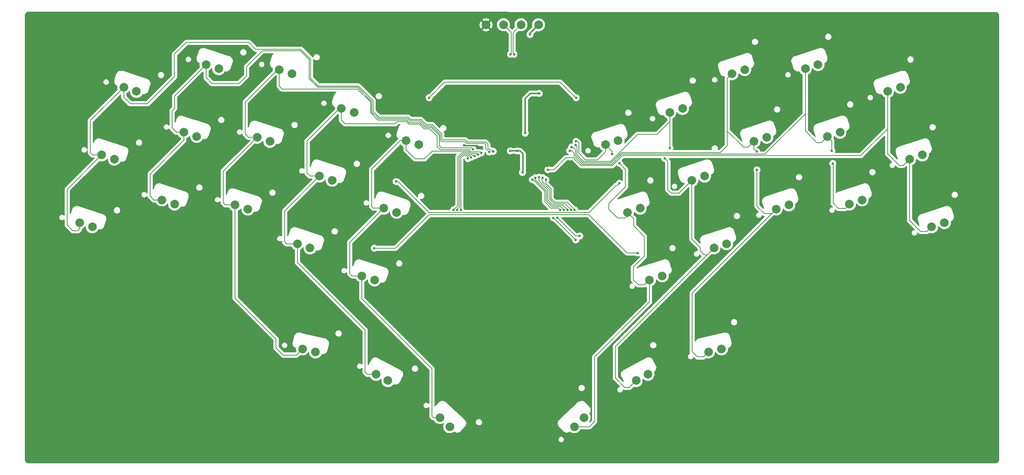
<source format=gbr>
%TF.GenerationSoftware,KiCad,Pcbnew,9.0.6*%
%TF.CreationDate,2025-12-06T20:50:46-05:00*%
%TF.ProjectId,frameortho,6672616d-656f-4727-9468-6f2e6b696361,rev?*%
%TF.SameCoordinates,Original*%
%TF.FileFunction,Copper,L2,Bot*%
%TF.FilePolarity,Positive*%
%FSLAX46Y46*%
G04 Gerber Fmt 4.6, Leading zero omitted, Abs format (unit mm)*
G04 Created by KiCad (PCBNEW 9.0.6) date 2025-12-06 20:50:46*
%MOMM*%
%LPD*%
G01*
G04 APERTURE LIST*
%TA.AperFunction,CastellatedPad*%
%ADD10C,2.000000*%
%TD*%
%TA.AperFunction,ComponentPad*%
%ADD11C,2.600000*%
%TD*%
%TA.AperFunction,ConnectorPad*%
%ADD12C,3.800000*%
%TD*%
%TA.AperFunction,SMDPad,CuDef*%
%ADD13C,2.000000*%
%TD*%
%TA.AperFunction,ViaPad*%
%ADD14C,0.600000*%
%TD*%
%TA.AperFunction,Conductor*%
%ADD15C,0.304800*%
%TD*%
%TA.AperFunction,Conductor*%
%ADD16C,0.200000*%
%TD*%
G04 APERTURE END LIST*
D10*
%TO.P,S3,1,1*%
%TO.N,COL_2*%
X158316022Y-93584191D03*
%TO.P,S3,2,2*%
%TO.N,Net-(D3-A)*%
X161264298Y-94542144D03*
%TD*%
%TO.P,S13,1,1*%
%TO.N,COL_2*%
X153203827Y-109276631D03*
%TO.P,S13,2,2*%
%TO.N,Net-(D13-A)*%
X156152103Y-110234584D03*
%TD*%
%TO.P,S12,1,1*%
%TO.N,COL_1*%
X136233346Y-108114338D03*
%TO.P,S12,2,2*%
%TO.N,Net-(D12-A)*%
X139181622Y-109072291D03*
%TD*%
%TO.P,S11,1,1*%
%TO.N,COL_0*%
X117166854Y-113385940D03*
%TO.P,S11,2,2*%
%TO.N,Net-(D11-A)*%
X120115130Y-114343893D03*
%TD*%
%TO.P,S15,1,1*%
%TO.N,COL_4*%
X182543814Y-125724392D03*
%TO.P,S15,2,2*%
%TO.N,Net-(D15-A)*%
X185492090Y-126682345D03*
%TD*%
%TO.P,S10,1,1*%
%TO.N,COL_9*%
X299245756Y-98651469D03*
%TO.P,S10,2,2*%
%TO.N,Net-(D10-A)*%
X302194032Y-97693516D03*
%TD*%
D11*
%TO.P,H4,1,1*%
%TO.N,GND*%
X236556331Y-91807292D03*
D12*
X236556331Y-91807292D03*
%TD*%
D10*
%TO.P,S31,1,1*%
%TO.N,COL_2*%
X163703643Y-158364205D03*
%TO.P,S31,2,2*%
%TO.N,Net-(D31-A)*%
X166724190Y-159061553D03*
%TD*%
%TO.P,S26,1,1*%
%TO.N,COL_5*%
X244093203Y-142374786D03*
%TO.P,S26,2,2*%
%TO.N,Net-(D26-A)*%
X247041479Y-141416833D03*
%TD*%
%TO.P,S18,1,1*%
%TO.N,COL_7*%
X268320978Y-110234584D03*
%TO.P,S18,2,2*%
%TO.N,Net-(D18-A)*%
X271269254Y-109276631D03*
%TD*%
D11*
%TO.P,H3,1,1*%
%TO.N,GND*%
X232855135Y-152631429D03*
D12*
X232855135Y-152631429D03*
%TD*%
D10*
%TO.P,S35,1,1*%
%TO.N,COL_6*%
X240986931Y-165710411D03*
%TO.P,S35,2,2*%
%TO.N,Net-(D35-A)*%
X243724068Y-164255049D03*
%TD*%
%TO.P,S17,1,1*%
%TO.N,COL_6*%
X253906594Y-119243089D03*
%TO.P,S17,2,2*%
%TO.N,Net-(D17-A)*%
X256854870Y-118285136D03*
%TD*%
%TO.P,S4,1,1*%
%TO.N,COL_3*%
X172730406Y-102592696D03*
%TO.P,S4,2,2*%
%TO.N,Net-(D4-A)*%
X175678682Y-103550649D03*
%TD*%
%TO.P,S23,1,1*%
%TO.N,COL_2*%
X148091632Y-124969055D03*
%TO.P,S23,2,2*%
%TO.N,Net-(D23-A)*%
X151039908Y-125927008D03*
%TD*%
%TO.P,S34,1,1*%
%TO.N,COL_5*%
X226674100Y-176388382D03*
%TO.P,S34,2,2*%
%TO.N,Net-(D34-A)*%
X228941297Y-174274187D03*
%TD*%
%TO.P,S7,1,1*%
%TO.N,COL_6*%
X248794399Y-103550649D03*
%TO.P,S7,2,2*%
%TO.N,Net-(D7-A)*%
X251742675Y-102592696D03*
%TD*%
%TO.P,S20,1,1*%
%TO.N,COL_9*%
X304357951Y-114343893D03*
%TO.P,S20,2,2*%
%TO.N,Net-(D20-A)*%
X307306227Y-113385940D03*
%TD*%
%TO.P,S25,1,1*%
%TO.N,COL_4*%
X177431619Y-141416833D03*
%TO.P,S25,2,2*%
%TO.N,Net-(D25-A)*%
X180379895Y-142374786D03*
%TD*%
D11*
%TO.P,H6,1,1*%
%TO.N,GND*%
X109236540Y-175000000D03*
D12*
X109236540Y-175000000D03*
%TD*%
D11*
%TO.P,H11,1,1*%
%TO.N,GND*%
X191617963Y-140631429D03*
D12*
X191617963Y-140631429D03*
%TD*%
D10*
%TO.P,S30,1,1*%
%TO.N,COL_9*%
X309470146Y-130036333D03*
%TO.P,S30,2,2*%
%TO.N,Net-(D30-A)*%
X312418422Y-129078380D03*
%TD*%
D11*
%TO.P,H13,1,1*%
%TO.N,GND*%
X109236540Y-90000002D03*
D12*
X109236540Y-90000002D03*
%TD*%
D10*
%TO.P,S2,1,1*%
%TO.N,COL_1*%
X141345541Y-92421898D03*
%TO.P,S2,2,2*%
%TO.N,Net-(D2-A)*%
X144293817Y-93379851D03*
%TD*%
%TO.P,S32,1,1*%
%TO.N,COL_3*%
X180749029Y-164255049D03*
%TO.P,S32,2,2*%
%TO.N,Net-(D32-A)*%
X183486166Y-165710411D03*
%TD*%
%TO.P,S16,1,1*%
%TO.N,COL_5*%
X238981007Y-126682345D03*
%TO.P,S16,2,2*%
%TO.N,Net-(D16-A)*%
X241929283Y-125724392D03*
%TD*%
%TO.P,S22,1,1*%
%TO.N,COL_1*%
X131121151Y-123806762D03*
%TO.P,S22,2,2*%
%TO.N,Net-(D22-A)*%
X134069427Y-124764715D03*
%TD*%
D11*
%TO.P,H2,1,1*%
%TO.N,GND*%
X187916750Y-91807292D03*
D12*
X187916750Y-91807292D03*
%TD*%
D11*
%TO.P,H5,1,1*%
%TO.N,GND*%
X138273081Y-145548579D03*
D12*
X138273081Y-145548579D03*
%TD*%
D11*
%TO.P,H12,1,1*%
%TO.N,GND*%
X232855135Y-140631429D03*
D12*
X232855135Y-140631429D03*
%TD*%
D10*
%TO.P,S27,1,1*%
%TO.N,COL_6*%
X259018806Y-134935513D03*
%TO.P,S27,2,2*%
%TO.N,Net-(D27-A)*%
X261967082Y-133977560D03*
%TD*%
%TO.P,S24,1,1*%
%TO.N,COL_3*%
X162506016Y-133977560D03*
%TO.P,S24,2,2*%
%TO.N,Net-(D24-A)*%
X165454292Y-134935513D03*
%TD*%
%TO.P,S6,1,1*%
%TO.N,COL_5*%
X233868796Y-110989904D03*
%TO.P,S6,2,2*%
%TO.N,Net-(D6-A)*%
X236817072Y-110031951D03*
%TD*%
%TO.P,S8,1,1*%
%TO.N,COL_7*%
X263208783Y-94542144D03*
%TO.P,S8,2,2*%
%TO.N,Net-(D8-A)*%
X266157059Y-93584191D03*
%TD*%
D11*
%TO.P,H9,1,1*%
%TO.N,GND*%
X315236540Y-175000000D03*
D12*
X315236540Y-175000000D03*
%TD*%
D10*
%TO.P,S9,1,1*%
%TO.N,COL_8*%
X280179264Y-93379851D03*
%TO.P,S9,2,2*%
%TO.N,Net-(D9-A)*%
X283127540Y-92421898D03*
%TD*%
D11*
%TO.P,H5,1,1*%
%TO.N,GND*%
X286200000Y-145548579D03*
D12*
X286200000Y-145548579D03*
%TD*%
D11*
%TO.P,H8,1,1*%
%TO.N,GND*%
X255821512Y-175921749D03*
D12*
X255821512Y-175921749D03*
%TD*%
D10*
%TO.P,S28,1,1*%
%TO.N,COL_7*%
X273433189Y-125927008D03*
%TO.P,S28,2,2*%
%TO.N,Net-(D28-A)*%
X276381465Y-124969055D03*
%TD*%
%TO.P,S14,1,1*%
%TO.N,COL_3*%
X167618211Y-118285136D03*
%TO.P,S14,2,2*%
%TO.N,Net-(D14-A)*%
X170566487Y-119243089D03*
%TD*%
D11*
%TO.P,H7,1,1*%
%TO.N,GND*%
X168651585Y-175921749D03*
D12*
X168651585Y-175921749D03*
%TD*%
D10*
%TO.P,S5,1,1*%
%TO.N,COL_4*%
X187656009Y-110031951D03*
%TO.P,S5,2,2*%
%TO.N,Net-(D5-A)*%
X190604285Y-110989904D03*
%TD*%
%TO.P,S33,1,1*%
%TO.N,COL_4*%
X195531784Y-174274187D03*
%TO.P,S33,2,2*%
%TO.N,Net-(D33-A)*%
X197798981Y-176388382D03*
%TD*%
D11*
%TO.P,H10,1,1*%
%TO.N,GND*%
X315236540Y-90000000D03*
D12*
X315236540Y-90000000D03*
%TD*%
D10*
%TO.P,S29,1,1*%
%TO.N,COL_8*%
X290403670Y-124764715D03*
%TO.P,S29,2,2*%
%TO.N,Net-(D29-A)*%
X293351946Y-123806762D03*
%TD*%
%TO.P,S21,1,1*%
%TO.N,COL_0*%
X112054659Y-129078380D03*
%TO.P,S21,2,2*%
%TO.N,Net-(D21-A)*%
X115002935Y-130036333D03*
%TD*%
%TO.P,S1,1,1*%
%TO.N,COL_0*%
X122279065Y-97693516D03*
%TO.P,S1,2,2*%
%TO.N,Net-(D1-A)*%
X125227341Y-98651469D03*
%TD*%
%TO.P,S36,1,1*%
%TO.N,COL_7*%
X257748891Y-159061553D03*
%TO.P,S36,2,2*%
%TO.N,Net-(D36-A)*%
X260769438Y-158364205D03*
%TD*%
D11*
%TO.P,H1,1,1*%
%TO.N,GND*%
X191617963Y-152631429D03*
D12*
X191617963Y-152631429D03*
%TD*%
D10*
%TO.P,S19,1,1*%
%TO.N,COL_8*%
X285291475Y-109072291D03*
%TO.P,S19,2,2*%
%TO.N,Net-(D19-A)*%
X288239751Y-108114338D03*
%TD*%
D13*
%TO.P,TP20,1,1*%
%TO.N,GND*%
X206224799Y-83190000D03*
%TD*%
%TO.P,TP18,1,1*%
%TO.N,D_P*%
X210261601Y-83180000D03*
%TD*%
%TO.P,TP17,1,1*%
%TO.N,+5V*%
X218374798Y-83190000D03*
%TD*%
%TO.P,TP19,1,1*%
%TO.N,D_N*%
X214311602Y-83180000D03*
%TD*%
D14*
%TO.N,COL_0*%
X207881769Y-112543500D03*
%TO.N,COL_1*%
X206964865Y-112695135D03*
%TO.N,COL_2*%
X203140000Y-112046200D03*
%TO.N,COL_3*%
X205110000Y-112919200D03*
%TO.N,COL_4*%
X204335227Y-113247200D03*
%TO.N,COL_5*%
X237130000Y-115310000D03*
X235440000Y-113160000D03*
X227050600Y-110234000D03*
%TO.N,COL_6*%
X248840000Y-111790000D03*
X247610000Y-114180000D03*
X226974400Y-111074200D03*
%TO.N,COL_7*%
X268980000Y-116830000D03*
X268950000Y-112607800D03*
X226034600Y-111531400D03*
%TO.N,COL_8*%
X225577400Y-112395000D03*
X286560000Y-115360000D03*
X286350000Y-112400000D03*
%TO.N,COL_9*%
X220557800Y-116780000D03*
%TO.N,SWCLK*%
X227000000Y-133080000D03*
X221830000Y-127990000D03*
%TO.N,SWDIO*%
X222700000Y-127870000D03*
X227930000Y-132160000D03*
%TO.N,+1V1*%
X211836000Y-112430774D03*
X218541600Y-99110800D03*
X215290400Y-108305600D03*
X214655400Y-117424200D03*
X213463551Y-112429774D03*
%TO.N,GND*%
X219354400Y-100965000D03*
X223037400Y-122275600D03*
X204495400Y-111556800D03*
X210861602Y-90043000D03*
X213236540Y-113943500D03*
X211236540Y-115943500D03*
X211236540Y-113943500D03*
X212236540Y-113943500D03*
X226771200Y-122301000D03*
X197916800Y-122199400D03*
X210261200Y-123520200D03*
X211410000Y-102320000D03*
X210540600Y-120726200D03*
X218313000Y-124333000D03*
X217957400Y-109423200D03*
X216974800Y-106451400D03*
X217525600Y-124536200D03*
X216281000Y-125907800D03*
X220421200Y-115951000D03*
X201142600Y-111134600D03*
X219379800Y-105181400D03*
X212318600Y-123672600D03*
X212236540Y-115943500D03*
X203403200Y-98628200D03*
X204241400Y-116840000D03*
X217982800Y-89382600D03*
X213236540Y-115943500D03*
X216281000Y-106121200D03*
X221335600Y-109093000D03*
X211370000Y-104170000D03*
X212236540Y-114943500D03*
X209356400Y-109483600D03*
X213711602Y-90043000D03*
X208610000Y-106520000D03*
X201244200Y-122301000D03*
X218795600Y-110515400D03*
X211236540Y-114943500D03*
X211937600Y-99872800D03*
X213236540Y-114943500D03*
X215188800Y-94742000D03*
X207340200Y-122047000D03*
X215468200Y-91719400D03*
%TO.N,+5V*%
X216408000Y-85445600D03*
%TO.N,ROW_0*%
X193016600Y-100103400D03*
X227104500Y-100103400D03*
%TO.N,ROW_1*%
X237140000Y-119940000D03*
X185360000Y-119530000D03*
%TO.N,ROW_2*%
X180330000Y-134990000D03*
X241390000Y-136100000D03*
%TO.N,D_P*%
X211861602Y-90043000D03*
%TO.N,D_N*%
X212711602Y-90043000D03*
%TO.N,GPIO5*%
X198720000Y-126110000D03*
X203588682Y-113575200D03*
%TO.N,GPIO6*%
X199550300Y-126110000D03*
X202790000Y-113903200D03*
%TO.N,GPIO7*%
X200380600Y-126110000D03*
X202030000Y-114230000D03*
%TO.N,GPIO17*%
X224280000Y-126110000D03*
X217639194Y-118646986D03*
%TO.N,GPIO19*%
X219303600Y-118643400D03*
X225924533Y-126110000D03*
%TO.N,GPIO16*%
X223430000Y-126110000D03*
X216940000Y-119095800D03*
%TO.N,GPIO18*%
X218492018Y-118542904D03*
X225100000Y-126110000D03*
%TO.N,GPIO20*%
X220091000Y-119095800D03*
X226745800Y-126110000D03*
%TD*%
D15*
%TO.N,GND*%
X217525600Y-124536200D02*
X217525600Y-124663200D01*
D16*
%TO.N,COL_0*%
X206160000Y-110413800D02*
X201987462Y-110413800D01*
X114550000Y-105422580D02*
X122279065Y-97693516D01*
X206626596Y-110880396D02*
X206160000Y-110413800D01*
X176647124Y-97385800D02*
X167369462Y-97385800D01*
X114550000Y-112835940D02*
X114550000Y-105422580D01*
X127736600Y-101523800D02*
X123850400Y-101523800D01*
X134035800Y-95224600D02*
X127736600Y-101523800D01*
X165605800Y-95622138D02*
X165605800Y-91126338D01*
X151282400Y-87299800D02*
X136753600Y-87299800D01*
X109180000Y-129630000D02*
X109180000Y-121360000D01*
X122279065Y-99952465D02*
X122279065Y-97693516D01*
X123850400Y-101523800D02*
X122279065Y-99952465D01*
X201987462Y-110413800D02*
X201479462Y-109905800D01*
X136753600Y-87299800D02*
X134035800Y-90017600D01*
X110470000Y-130920000D02*
X109180000Y-129630000D01*
X192325586Y-106326600D02*
X191157186Y-105158200D01*
X207213608Y-112094335D02*
X206827527Y-112094335D01*
X134035800Y-90017600D02*
X134035800Y-95224600D01*
X112054659Y-129078380D02*
X112054659Y-130545341D01*
X207881769Y-112543500D02*
X207662773Y-112543500D01*
X180081600Y-100820276D02*
X176647124Y-97385800D01*
X191157186Y-105158200D02*
X188730862Y-105158200D01*
X109180000Y-121360000D02*
X117154060Y-113385940D01*
X163330862Y-88851400D02*
X152834000Y-88851400D01*
X180081600Y-103284076D02*
X180081600Y-100820276D01*
X206827527Y-112094335D02*
X206626596Y-111893404D01*
X165605800Y-91126338D02*
X163330862Y-88851400D01*
X117166854Y-113385940D02*
X115100000Y-113385940D01*
X167369462Y-97385800D02*
X165605800Y-95622138D01*
X193778800Y-106326600D02*
X192325586Y-106326600D01*
X196007400Y-108555200D02*
X193778800Y-106326600D01*
X207662773Y-112543500D02*
X207213608Y-112094335D01*
X201479462Y-109905800D02*
X196120062Y-109905800D01*
X152834000Y-88851400D02*
X151282400Y-87299800D01*
X181424524Y-104627000D02*
X180081600Y-103284076D01*
X111680000Y-130920000D02*
X110470000Y-130920000D01*
X196120062Y-109905800D02*
X196007400Y-109793138D01*
X115100000Y-113385940D02*
X114550000Y-112835940D01*
X188730862Y-105158200D02*
X188199662Y-104627000D01*
X206626596Y-111893404D02*
X206626596Y-110880396D01*
X117154060Y-113385940D02*
X117166854Y-113385940D01*
X196007400Y-109793138D02*
X196007400Y-108555200D01*
X112054659Y-130545341D02*
X111680000Y-130920000D01*
X188199662Y-104627000D02*
X181424524Y-104627000D01*
%TO.N,COL_1*%
X193630862Y-106654600D02*
X192189724Y-106654600D01*
X176511262Y-97713800D02*
X167233600Y-97713800D01*
X150749000Y-95021400D02*
X148945600Y-96824800D01*
X136233346Y-108114338D02*
X134474338Y-108114338D01*
X205892400Y-110744000D02*
X201853800Y-110744000D01*
X206139200Y-111869870D02*
X206139200Y-110990800D01*
X134080000Y-99687439D02*
X141345541Y-92421898D01*
X191021324Y-105486200D02*
X188595000Y-105486200D01*
X181288662Y-104955000D02*
X179753600Y-103419938D01*
X131121151Y-123806762D02*
X129256762Y-123806762D01*
X163195000Y-89179400D02*
X154432000Y-89179400D01*
X154432000Y-89179400D02*
X150749000Y-92862400D01*
X150749000Y-92862400D02*
X150749000Y-95021400D01*
X128390000Y-117800000D02*
X128390000Y-122940000D01*
X206964465Y-112695135D02*
X206139200Y-111869870D01*
X167233600Y-97713800D02*
X165277800Y-95758000D01*
X148945600Y-96824800D02*
X142748000Y-96824800D01*
X142748000Y-96824800D02*
X141345541Y-95422341D01*
X201422000Y-110312200D02*
X196062600Y-110312200D01*
X192189724Y-106654600D02*
X191021324Y-105486200D01*
X188595000Y-105486200D02*
X188063800Y-104955000D01*
X196062600Y-110312200D02*
X195679400Y-109929000D01*
X136233346Y-108114338D02*
X136233346Y-109956654D01*
X206139200Y-110990800D02*
X205892400Y-110744000D01*
X206964865Y-112695135D02*
X206964465Y-112695135D01*
X133460000Y-103190000D02*
X134080000Y-102570000D01*
X129256762Y-123806762D02*
X128390000Y-122940000D01*
X179753600Y-103419938D02*
X179753600Y-100956138D01*
X201853800Y-110744000D02*
X201422000Y-110312200D01*
X136233346Y-109956654D02*
X128390000Y-117800000D01*
X165277800Y-95758000D02*
X165277800Y-91262200D01*
X133460000Y-107100000D02*
X133460000Y-103190000D01*
X165277800Y-91262200D02*
X163195000Y-89179400D01*
X195679400Y-109929000D02*
X195679400Y-108703138D01*
X179753600Y-100956138D02*
X176511262Y-97713800D01*
X134080000Y-102570000D02*
X134080000Y-99687439D01*
X134474338Y-108114338D02*
X133460000Y-107100000D01*
X195679400Y-108703138D02*
X193630862Y-106654600D01*
X188063800Y-104955000D02*
X181288662Y-104955000D01*
X141345541Y-95422341D02*
X141345541Y-92421898D01*
%TO.N,COL_2*%
X192081462Y-107010200D02*
X190938462Y-105867200D01*
X158316022Y-93584191D02*
X157935809Y-93584191D01*
X148091632Y-124969055D02*
X145809055Y-124969055D01*
X159240000Y-159790000D02*
X162277848Y-159790000D01*
X181152800Y-105283000D02*
X179425600Y-103555800D01*
X195351400Y-111226600D02*
X195351400Y-108839000D01*
X193522600Y-107010200D02*
X192081462Y-107010200D01*
X203140000Y-112046200D02*
X202828400Y-111734600D01*
X157580000Y-156070000D02*
X157580000Y-158130000D01*
X153203827Y-109276631D02*
X145330000Y-117150458D01*
X158316022Y-97432222D02*
X158316022Y-93584191D01*
X179425600Y-101092000D02*
X176428400Y-98094800D01*
X202000000Y-111734600D02*
X195859400Y-111734600D01*
X176428400Y-98094800D02*
X158978600Y-98094800D01*
X190938462Y-105867200D02*
X188449262Y-105867200D01*
X145330000Y-117150458D02*
X145330000Y-124490000D01*
X188449262Y-105867200D02*
X187865062Y-105283000D01*
X153203827Y-109276631D02*
X151176631Y-109276631D01*
X179425600Y-103555800D02*
X179425600Y-101092000D01*
X157935809Y-93584191D02*
X150410000Y-101110000D01*
X148091632Y-146581632D02*
X157580000Y-156070000D01*
X202828400Y-111734600D02*
X202000000Y-111734600D01*
X145809055Y-124969055D02*
X145330000Y-124490000D01*
X148091632Y-124969055D02*
X148091632Y-146581632D01*
X162277848Y-159790000D02*
X163703643Y-158364205D01*
X187865062Y-105283000D02*
X181152800Y-105283000D01*
X150410000Y-101110000D02*
X150410000Y-108510000D01*
X158978600Y-98094800D02*
X158316022Y-97432222D01*
X195859400Y-111734600D02*
X195351400Y-111226600D01*
X157580000Y-158130000D02*
X159240000Y-159790000D01*
X195351400Y-108839000D02*
X193522600Y-107010200D01*
X151176631Y-109276631D02*
X150410000Y-108510000D01*
%TO.N,COL_3*%
X205110000Y-112919200D02*
X204837000Y-112646200D01*
X172287304Y-102592696D02*
X164770000Y-110110000D01*
X172730406Y-105333800D02*
X172730406Y-102592696D01*
X201440000Y-112162000D02*
X195601000Y-112162000D01*
X194894200Y-109067600D02*
X193167000Y-107340400D01*
X178190000Y-163700000D02*
X178745049Y-164255049D01*
X204837000Y-112646200D02*
X202787786Y-112646200D01*
X190804800Y-106197400D02*
X188315600Y-106197400D01*
X191947800Y-107340400D02*
X190804800Y-106197400D01*
X178190000Y-153970000D02*
X178190000Y-163700000D01*
X159550000Y-126353347D02*
X159550000Y-133550000D01*
X193167000Y-107340400D02*
X191947800Y-107340400D01*
X187731400Y-105613200D02*
X185648600Y-105613200D01*
X159550000Y-133550000D02*
X159977560Y-133977560D01*
X185089800Y-106172000D02*
X173568606Y-106172000D01*
X194894200Y-111455200D02*
X194894200Y-109067600D01*
X195601000Y-112162000D02*
X194894200Y-111455200D01*
X159977560Y-133977560D02*
X162506016Y-133977560D01*
X178745049Y-164255049D02*
X180749029Y-164255049D01*
X167618211Y-118285136D02*
X165455136Y-118285136D01*
X162506016Y-138286016D02*
X178190000Y-153970000D01*
X162506016Y-133977560D02*
X162506016Y-138286016D01*
X185648600Y-105613200D02*
X185089800Y-106172000D01*
X165455136Y-118285136D02*
X164770000Y-117600000D01*
X173568606Y-106172000D02*
X172730406Y-105333800D01*
X164770000Y-110110000D02*
X164770000Y-117600000D01*
X202303586Y-112162000D02*
X201440000Y-112162000D01*
X172730406Y-102592696D02*
X172287304Y-102592696D01*
X167618211Y-118285136D02*
X159550000Y-126353347D01*
X202787786Y-112646200D02*
X202303586Y-112162000D01*
X188315600Y-106197400D02*
X187731400Y-105613200D01*
%TO.N,COL_4*%
X204335227Y-113247200D02*
X204110625Y-113247200D01*
X182543814Y-125724392D02*
X174640000Y-133628206D01*
X191930400Y-114309600D02*
X189819600Y-114309600D01*
X189819600Y-114309600D02*
X187656009Y-112146009D01*
X193660000Y-173920000D02*
X193660000Y-162940000D01*
X177431619Y-146711619D02*
X177431619Y-141416833D01*
X174640000Y-140870000D02*
X175186833Y-141416833D01*
X175186833Y-141416833D02*
X177431619Y-141416833D01*
X174640000Y-133628206D02*
X174640000Y-140870000D01*
X180134392Y-125724392D02*
X179730000Y-125320000D01*
X203837625Y-112974200D02*
X202651924Y-112974200D01*
X202167724Y-112490000D02*
X201720000Y-112490000D01*
X202651924Y-112974200D02*
X202167724Y-112490000D01*
X179730000Y-125320000D02*
X179730000Y-116660000D01*
X193750000Y-112490000D02*
X191930400Y-114309600D01*
X195531784Y-174274187D02*
X194014187Y-174274187D01*
X201720000Y-112490000D02*
X193750000Y-112490000D01*
X193660000Y-162940000D02*
X177431619Y-146711619D01*
X204110625Y-113247200D02*
X203837625Y-112974200D01*
X194014187Y-174274187D02*
X193660000Y-173920000D01*
X182543814Y-125724392D02*
X180134392Y-125724392D01*
X186358049Y-110031951D02*
X187656009Y-110031951D01*
X179730000Y-116660000D02*
X186358049Y-110031951D01*
X187656009Y-112146009D02*
X187656009Y-110031951D01*
%TO.N,COL_5*%
X233868796Y-112663404D02*
X233868796Y-110989904D01*
X234680000Y-124600000D02*
X238520000Y-120760000D01*
X238981007Y-126682345D02*
X238981007Y-127508993D01*
X240440000Y-128141338D02*
X240440000Y-129810000D01*
X231350000Y-160220000D02*
X241980000Y-149590000D01*
X241510000Y-143500000D02*
X242967989Y-143500000D01*
X227685600Y-110515400D02*
X227685600Y-112928400D01*
X235440000Y-112561108D02*
X235440000Y-113160000D01*
X227050600Y-110234000D02*
X227404200Y-110234000D01*
X232003600Y-114528600D02*
X233868796Y-112663404D01*
X241980000Y-149590000D02*
X241980000Y-149580000D01*
X229616000Y-114528600D02*
X232003600Y-114528600D01*
X226674100Y-176388382D02*
X230141618Y-176388382D01*
X238520000Y-116700000D02*
X237130000Y-115310000D01*
X238470000Y-128020000D02*
X236720000Y-128020000D01*
X238981007Y-127508993D02*
X238470000Y-128020000D01*
X242967989Y-143500000D02*
X244093203Y-142374786D01*
X233868796Y-110989904D02*
X235440000Y-112561108D01*
X242910000Y-136820000D02*
X240360000Y-139370000D01*
X229285800Y-114528600D02*
X229616000Y-114528600D01*
X231350000Y-175180000D02*
X231350000Y-160220000D01*
X230141618Y-176388382D02*
X231350000Y-175180000D01*
X240360000Y-139370000D02*
X240360000Y-142350000D01*
X238981007Y-126682345D02*
X240440000Y-128141338D01*
X227404200Y-110234000D02*
X227685600Y-110515400D01*
X227685600Y-112928400D02*
X229285800Y-114528600D01*
X236720000Y-128020000D02*
X234680000Y-125980000D01*
X238520000Y-120760000D02*
X238520000Y-116700000D01*
X241980000Y-149580000D02*
X244093203Y-147466797D01*
X240360000Y-142350000D02*
X241510000Y-143500000D01*
X242910000Y-132280000D02*
X242910000Y-136820000D01*
X240440000Y-129810000D02*
X242910000Y-132280000D01*
X244093203Y-147466797D02*
X244093203Y-142374786D01*
X234680000Y-125980000D02*
X234680000Y-124600000D01*
%TO.N,COL_6*%
X259018806Y-134935513D02*
X236180000Y-157774319D01*
X248794399Y-111744399D02*
X248840000Y-111790000D01*
X241355800Y-108580000D02*
X245880000Y-108580000D01*
X253906594Y-119243089D02*
X250899682Y-122250000D01*
X248340000Y-121450000D02*
X248340000Y-114910000D01*
X240986931Y-165710411D02*
X239452342Y-167245000D01*
X229412800Y-114856600D02*
X235079200Y-114856600D01*
X250899682Y-122250000D02*
X249140000Y-122250000D01*
X239452342Y-167245000D02*
X238345000Y-167245000D01*
X236180000Y-165080000D02*
X238345000Y-167245000D01*
X245880000Y-108580000D02*
X248794399Y-105665601D01*
X248340000Y-114910000D02*
X247610000Y-114180000D01*
X249140000Y-122250000D02*
X248340000Y-121450000D01*
X226974400Y-111074200D02*
X227266500Y-111366300D01*
X253906594Y-119243089D02*
X253906594Y-132916594D01*
X235079200Y-114856600D02*
X241355800Y-108580000D01*
X228775600Y-114856600D02*
X227266500Y-113347500D01*
X248794399Y-105665601D02*
X248794399Y-103550649D01*
X229412800Y-114856600D02*
X228775600Y-114856600D01*
X255850000Y-135640000D02*
X256730000Y-136520000D01*
X248794399Y-103550649D02*
X248794399Y-111744399D01*
X236180000Y-157774319D02*
X236180000Y-165080000D01*
X255850000Y-134860000D02*
X255850000Y-135640000D01*
X227266500Y-111366300D02*
X227266500Y-113347500D01*
X256730000Y-136520000D02*
X257434319Y-136520000D01*
X253906594Y-132916594D02*
X255850000Y-134860000D01*
X257434319Y-136520000D02*
X259018806Y-134935513D01*
%TO.N,COL_7*%
X237562553Y-112837109D02*
X260512891Y-112837109D01*
X268320978Y-110234584D02*
X268320978Y-111978778D01*
X262100000Y-111250000D02*
X262100000Y-104960000D01*
X235215062Y-115184600D02*
X237562553Y-112837109D01*
X268980000Y-125240000D02*
X270710000Y-126970000D01*
X226278100Y-111531400D02*
X226938500Y-112191800D01*
X253940000Y-158950000D02*
X255190000Y-160200000D01*
X260512891Y-112837109D02*
X262100000Y-111250000D01*
X262100000Y-104960000D02*
X262100000Y-95650927D01*
X262100000Y-95650927D02*
X263208783Y-94542144D01*
X228639738Y-115184600D02*
X235215062Y-115184600D01*
X256610444Y-160200000D02*
X257748891Y-159061553D01*
X272390197Y-126970000D02*
X273433189Y-125927008D01*
X268320978Y-110234584D02*
X266950562Y-111605000D01*
X255190000Y-160200000D02*
X256610444Y-160200000D01*
X253940000Y-145420197D02*
X253940000Y-158950000D01*
X262100000Y-107820000D02*
X265885000Y-111605000D01*
X270710000Y-126970000D02*
X272390197Y-126970000D01*
X268320978Y-111978778D02*
X268950000Y-112607800D01*
X268980000Y-116830000D02*
X268980000Y-125240000D01*
X266950562Y-111605000D02*
X265885000Y-111605000D01*
X226938500Y-113483362D02*
X228639738Y-115184600D01*
X226034600Y-111531400D02*
X226278100Y-111531400D01*
X262100000Y-104960000D02*
X262100000Y-107820000D01*
X226938500Y-112191800D02*
X226938500Y-113483362D01*
X273433189Y-125927008D02*
X253940000Y-145420197D01*
%TO.N,COL_8*%
X226051700Y-112395000D02*
X226610500Y-112953800D01*
X235350924Y-115512600D02*
X237655724Y-113207800D01*
X287820000Y-125750000D02*
X289510000Y-125750000D01*
X226610500Y-113656700D02*
X228466400Y-115512600D01*
X290403670Y-124856330D02*
X290403670Y-124764715D01*
X270840200Y-113207800D02*
X280179264Y-103868736D01*
X225577400Y-112395000D02*
X226051700Y-112395000D01*
X280179264Y-103868736D02*
X280179264Y-107819264D01*
X280179264Y-107819264D02*
X282880000Y-110520000D01*
X286350000Y-110130816D02*
X286350000Y-112400000D01*
X280179264Y-93379851D02*
X280179264Y-103868736D01*
X285291475Y-109072291D02*
X286350000Y-110130816D01*
X226610500Y-112953800D02*
X226610500Y-113656700D01*
X283843766Y-110520000D02*
X285291475Y-109072291D01*
X286630000Y-124560000D02*
X287820000Y-125750000D01*
X228466400Y-115512600D02*
X235350924Y-115512600D01*
X237655724Y-113207800D02*
X270840200Y-113207800D01*
X286560000Y-115360000D02*
X286630000Y-115430000D01*
X286630000Y-115430000D02*
X286630000Y-124560000D01*
X289510000Y-125750000D02*
X290403670Y-124856330D01*
X282880000Y-110520000D02*
X283843766Y-110520000D01*
%TO.N,COL_9*%
X228235600Y-115840600D02*
X226387311Y-113992311D01*
X302921844Y-115780000D02*
X304357951Y-114343893D01*
X299245756Y-107332044D02*
X293042000Y-113535800D01*
X293042000Y-113535800D02*
X237797000Y-113535800D01*
X304357951Y-128567951D02*
X304357951Y-114343893D01*
X237797000Y-113535800D02*
X235492200Y-115840600D01*
X309470146Y-130036333D02*
X308371480Y-131135000D01*
X299245756Y-113065756D02*
X301960000Y-115780000D01*
X306925000Y-131135000D02*
X304357951Y-128567951D01*
X224720023Y-113992311D02*
X221932334Y-116780000D01*
X299245756Y-106740000D02*
X299245756Y-107332044D01*
X301960000Y-115780000D02*
X302921844Y-115780000D01*
X299245756Y-106740000D02*
X299245756Y-113065756D01*
X235492200Y-115840600D02*
X229006400Y-115840600D01*
X229006400Y-115840600D02*
X228235600Y-115840600D01*
X226387311Y-113992311D02*
X224720023Y-113992311D01*
X308371480Y-131135000D02*
X306925000Y-131135000D01*
X299245756Y-106740000D02*
X299245756Y-98651469D01*
X221932334Y-116780000D02*
X220557800Y-116780000D01*
%TO.N,SWCLK*%
X221830000Y-127990000D02*
X221910000Y-127990000D01*
X221910000Y-127990000D02*
X227000000Y-133080000D01*
%TO.N,SWDIO*%
X226990000Y-132160000D02*
X222700000Y-127870000D01*
X227930000Y-132160000D02*
X226990000Y-132160000D01*
D15*
%TO.N,+1V1*%
X214080574Y-112429774D02*
X214757000Y-113106200D01*
X214757000Y-117322600D02*
X214655400Y-117424200D01*
X213463551Y-112429774D02*
X214080574Y-112429774D01*
X211836000Y-112430774D02*
X213462551Y-112430774D01*
X213462551Y-112430774D02*
X213463551Y-112429774D01*
X214757000Y-113106200D02*
X214757000Y-117322600D01*
X215290400Y-108305600D02*
X215290400Y-100279200D01*
X216458800Y-99110800D02*
X218541600Y-99110800D01*
X215290400Y-100279200D02*
X216458800Y-99110800D01*
%TO.N,GND*%
X204165200Y-111226600D02*
X204495400Y-111556800D01*
X201234600Y-111226600D02*
X204165200Y-111226600D01*
X215417400Y-91668600D02*
X215468200Y-91719400D01*
X201142600Y-111134600D02*
X201234600Y-111226600D01*
%TO.N,+5V*%
X216408000Y-85445600D02*
X216408000Y-85156798D01*
X216408000Y-85156798D02*
X218374798Y-83190000D01*
D16*
%TO.N,ROW_0*%
X196600000Y-96520000D02*
X223450000Y-96520000D01*
X227033400Y-100103400D02*
X223450000Y-96520000D01*
X227104500Y-100103400D02*
X227033400Y-100103400D01*
X193016600Y-100103400D02*
X196600000Y-96520000D01*
%TO.N,ROW_1*%
X185800000Y-119530000D02*
X185360000Y-119530000D01*
X236340000Y-120440000D02*
X230070000Y-126710000D01*
X192980000Y-126710000D02*
X185800000Y-119530000D01*
X237140000Y-119940000D02*
X236640000Y-120440000D01*
X230070000Y-126710000D02*
X192980000Y-126710000D01*
X236640000Y-120440000D02*
X236340000Y-120440000D01*
%TO.N,ROW_2*%
X238910000Y-136100000D02*
X230050000Y-127240000D01*
X230050000Y-127240000D02*
X193010000Y-127240000D01*
X193010000Y-127240000D02*
X185260000Y-134990000D01*
X241390000Y-136100000D02*
X238910000Y-136100000D01*
X185260000Y-134990000D02*
X180330000Y-134990000D01*
%TO.N,D_P*%
X212061601Y-89843001D02*
X211861602Y-90043000D01*
X210261601Y-83180000D02*
X212061601Y-84980000D01*
X212061601Y-84980000D02*
X212061601Y-89843001D01*
%TO.N,D_N*%
X212511603Y-89843001D02*
X212711602Y-90043000D01*
X212511603Y-84980000D02*
X212511603Y-89843001D01*
X214311602Y-83180000D02*
X212511603Y-84980000D01*
%TO.N,GPIO5*%
X202516062Y-113302200D02*
X202031862Y-112818000D01*
X199724600Y-125105400D02*
X199704957Y-125105400D01*
X202031862Y-112818000D02*
X200680876Y-112818000D01*
X203038943Y-113302200D02*
X202516062Y-113302200D01*
X198720000Y-126090357D02*
X198720000Y-126110000D01*
X199724600Y-113774276D02*
X199724600Y-125105400D01*
X203588682Y-113575200D02*
X203311943Y-113575200D01*
X199704957Y-125105400D02*
X198720000Y-126090357D01*
X200680876Y-112818000D02*
X199724600Y-113774276D01*
X203311943Y-113575200D02*
X203038943Y-113302200D01*
%TO.N,GPIO6*%
X202653200Y-113903200D02*
X201896000Y-113146000D01*
X201896000Y-113146000D02*
X200816738Y-113146000D01*
X200816738Y-113146000D02*
X200052600Y-113910138D01*
X200052600Y-113910138D02*
X200052600Y-125450600D01*
X199550300Y-125952900D02*
X199550300Y-126110000D01*
X200052600Y-125450600D02*
X199550300Y-125952900D01*
X202790000Y-113903200D02*
X202653200Y-113903200D01*
%TO.N,GPIO7*%
X202030000Y-114230000D02*
X202030000Y-113750000D01*
X200380600Y-114046000D02*
X200380600Y-126110000D01*
X202030000Y-113750000D02*
X201754000Y-113474000D01*
X200952600Y-113474000D02*
X200380600Y-114046000D01*
X201754000Y-113474000D02*
X200952600Y-113474000D01*
%TO.N,GPIO17*%
X224282000Y-126108000D02*
X224280000Y-126110000D01*
X217639194Y-118646986D02*
X217639194Y-119156732D01*
X220218000Y-124053600D02*
X221515600Y-125351200D01*
X221515600Y-125351200D02*
X223521200Y-125351200D01*
X220218000Y-121735538D02*
X220218000Y-124053600D01*
X217639194Y-119156732D02*
X220218000Y-121735538D01*
X223521200Y-125351200D02*
X224280000Y-126110000D01*
%TO.N,GPIO19*%
X219149728Y-119556328D02*
X220954600Y-121361200D01*
X220954600Y-121361200D02*
X220954600Y-123596400D01*
X219151200Y-118795800D02*
X219151200Y-119554856D01*
X219303600Y-118643400D02*
X219151200Y-118795800D01*
X220954600Y-123596400D02*
X222053400Y-124695200D01*
X224535143Y-124695200D02*
X225924533Y-126084590D01*
X219151200Y-119554856D02*
X219149728Y-119556328D01*
X222053400Y-124695200D02*
X224535143Y-124695200D01*
X225924533Y-126084590D02*
X225924533Y-126110000D01*
%TO.N,GPIO16*%
X221234000Y-125679200D02*
X222999200Y-125679200D01*
X217114400Y-119095800D02*
X219811600Y-121793000D01*
X219811600Y-124256800D02*
X221234000Y-125679200D01*
X222999200Y-125679200D02*
X223430000Y-126110000D01*
X219811600Y-121793000D02*
X219811600Y-124256800D01*
X216940000Y-119095800D02*
X217114400Y-119095800D01*
%TO.N,GPIO18*%
X218492018Y-119457418D02*
X220546000Y-121511400D01*
X224043143Y-125023200D02*
X225100000Y-126080057D01*
X221746400Y-125023200D02*
X224043143Y-125023200D01*
X225100000Y-126080057D02*
X225100000Y-126110000D01*
X220546000Y-121511400D02*
X220546000Y-123822800D01*
X218492018Y-118542904D02*
X218492018Y-119457418D01*
X225103267Y-126106733D02*
X225100000Y-126110000D01*
X220546000Y-123822800D02*
X221746400Y-125023200D01*
%TO.N,GPIO20*%
X221284800Y-121227538D02*
X221284800Y-123462738D01*
X221284800Y-123462738D02*
X222189262Y-124367200D01*
X220091000Y-119095800D02*
X220091000Y-120033738D01*
X226745800Y-126081324D02*
X226745800Y-126110000D01*
X222189262Y-124367200D02*
X225031676Y-124367200D01*
X220091000Y-120033738D02*
X221284800Y-121227538D01*
X225031676Y-124367200D02*
X226745800Y-126081324D01*
%TD*%
%TA.AperFunction,Conductor*%
%TO.N,GND*%
G36*
X205481739Y-111364185D02*
G01*
X205527494Y-111416989D01*
X205538700Y-111468500D01*
X205538700Y-111783200D01*
X205538699Y-111783218D01*
X205538699Y-111948924D01*
X205538698Y-111948924D01*
X205538699Y-111948927D01*
X205558431Y-112022570D01*
X205556769Y-112092418D01*
X205517607Y-112150281D01*
X205453379Y-112177785D01*
X205391206Y-112169224D01*
X205343497Y-112149463D01*
X205343489Y-112149461D01*
X205188845Y-112118700D01*
X205188842Y-112118700D01*
X205157570Y-112118700D01*
X205095569Y-112102087D01*
X205087643Y-112097511D01*
X205068785Y-112086623D01*
X204916057Y-112045699D01*
X204757943Y-112045699D01*
X204750347Y-112045699D01*
X204750331Y-112045700D01*
X204057848Y-112045700D01*
X203990809Y-112026015D01*
X203945054Y-111973211D01*
X203936231Y-111945892D01*
X203909738Y-111812708D01*
X203909737Y-111812707D01*
X203909737Y-111812703D01*
X203907499Y-111807300D01*
X203849397Y-111667027D01*
X203849390Y-111667014D01*
X203762778Y-111537391D01*
X203741900Y-111470714D01*
X203760384Y-111403334D01*
X203812363Y-111356643D01*
X203865880Y-111344500D01*
X205414700Y-111344500D01*
X205481739Y-111364185D01*
G37*
%TD.AperFunction*%
%TA.AperFunction,Conductor*%
G36*
X100265917Y-80127835D02*
G01*
X100265918Y-80127834D01*
X100284271Y-80127841D01*
X100284285Y-80127838D01*
X324228983Y-80199958D01*
X324228984Y-80199959D01*
X324228989Y-80199959D01*
X324230690Y-80199959D01*
X324242860Y-80200559D01*
X324394842Y-80215580D01*
X324418674Y-80220329D01*
X324558930Y-80262919D01*
X324581380Y-80272224D01*
X324710642Y-80341355D01*
X324730846Y-80354861D01*
X324844141Y-80447875D01*
X324861322Y-80465062D01*
X324954299Y-80578386D01*
X324967798Y-80598594D01*
X325036886Y-80727875D01*
X325046185Y-80750329D01*
X325088729Y-80890601D01*
X325093470Y-80914434D01*
X325108443Y-81066426D01*
X325109040Y-81078583D01*
X325109040Y-183993906D01*
X325108443Y-184006061D01*
X325093472Y-184158057D01*
X325088729Y-184181899D01*
X325046169Y-184322193D01*
X325036866Y-184344651D01*
X324967755Y-184473944D01*
X324954249Y-184494156D01*
X324861235Y-184607488D01*
X324844045Y-184624677D01*
X324730716Y-184717677D01*
X324710503Y-184731182D01*
X324581202Y-184800287D01*
X324558744Y-184809588D01*
X324418450Y-184852139D01*
X324394607Y-184856881D01*
X324241998Y-184871903D01*
X324229854Y-184872499D01*
X324224221Y-184872499D01*
X324207447Y-184872498D01*
X324207443Y-184872499D01*
X324193006Y-184872500D01*
X324193005Y-184872499D01*
X324193003Y-184872500D01*
X100280075Y-184872500D01*
X100280067Y-184872499D01*
X100242619Y-184872499D01*
X100230469Y-184871902D01*
X100078469Y-184856937D01*
X100054628Y-184852196D01*
X99956003Y-184822282D01*
X99914317Y-184809639D01*
X99891860Y-184800337D01*
X99762554Y-184731225D01*
X99742343Y-184717721D01*
X99629004Y-184624711D01*
X99611814Y-184607522D01*
X99518796Y-184494183D01*
X99505291Y-184473972D01*
X99436175Y-184344670D01*
X99426872Y-184322211D01*
X99417989Y-184292929D01*
X99384311Y-184181909D01*
X99379569Y-184158069D01*
X99364637Y-184006466D01*
X99364040Y-183994312D01*
X99364040Y-179421815D01*
X223006546Y-179421815D01*
X223030660Y-179543039D01*
X223030663Y-179543049D01*
X223077960Y-179657236D01*
X223077967Y-179657249D01*
X223146635Y-179760017D01*
X223146638Y-179760021D01*
X223234035Y-179847418D01*
X223234039Y-179847421D01*
X223336807Y-179916089D01*
X223336820Y-179916096D01*
X223451007Y-179963393D01*
X223451012Y-179963395D01*
X223451016Y-179963395D01*
X223451017Y-179963396D01*
X223572241Y-179987510D01*
X223572244Y-179987510D01*
X223695852Y-179987510D01*
X223777408Y-179971286D01*
X223817082Y-179963395D01*
X223931280Y-179916093D01*
X224034055Y-179847421D01*
X224121458Y-179760018D01*
X224190130Y-179657243D01*
X224237432Y-179543045D01*
X224261547Y-179421813D01*
X224261547Y-179298207D01*
X224261547Y-179298204D01*
X224237433Y-179176980D01*
X224237432Y-179176979D01*
X224237432Y-179176975D01*
X224190838Y-179064486D01*
X224190133Y-179062783D01*
X224190126Y-179062770D01*
X224121458Y-178960002D01*
X224121455Y-178959998D01*
X224034058Y-178872601D01*
X224034054Y-178872598D01*
X223931286Y-178803930D01*
X223931273Y-178803923D01*
X223817086Y-178756626D01*
X223817076Y-178756623D01*
X223695852Y-178732510D01*
X223695850Y-178732510D01*
X223572244Y-178732510D01*
X223572242Y-178732510D01*
X223451017Y-178756623D01*
X223451007Y-178756626D01*
X223336820Y-178803923D01*
X223336807Y-178803930D01*
X223234039Y-178872598D01*
X223234035Y-178872601D01*
X223146638Y-178959998D01*
X223146635Y-178960002D01*
X223077967Y-179062770D01*
X223077960Y-179062783D01*
X223030663Y-179176970D01*
X223030660Y-179176980D01*
X223006547Y-179298204D01*
X223006547Y-179298207D01*
X223006547Y-179311389D01*
X223006547Y-179421813D01*
X223006547Y-179421815D01*
X223006546Y-179421815D01*
X99364040Y-179421815D01*
X99364040Y-127921969D01*
X107354265Y-127921969D01*
X107378379Y-128043193D01*
X107378382Y-128043203D01*
X107425679Y-128157390D01*
X107425686Y-128157403D01*
X107494354Y-128260171D01*
X107494357Y-128260175D01*
X107581755Y-128347573D01*
X107581759Y-128347576D01*
X107684527Y-128416244D01*
X107684540Y-128416251D01*
X107790369Y-128460086D01*
X107798732Y-128463550D01*
X107798736Y-128463550D01*
X107798737Y-128463551D01*
X107919961Y-128487665D01*
X107919964Y-128487665D01*
X108043572Y-128487665D01*
X108126303Y-128471208D01*
X108164802Y-128463550D01*
X108279000Y-128416248D01*
X108381775Y-128347576D01*
X108381775Y-128347575D01*
X108386609Y-128344346D01*
X108453286Y-128323468D01*
X108520666Y-128341952D01*
X108567357Y-128393931D01*
X108579500Y-128447448D01*
X108579500Y-129543330D01*
X108579499Y-129543348D01*
X108579499Y-129709054D01*
X108579498Y-129709054D01*
X108620423Y-129861786D01*
X108636167Y-129889053D01*
X108636168Y-129889058D01*
X108636170Y-129889058D01*
X108699479Y-129998714D01*
X108699481Y-129998717D01*
X108818349Y-130117585D01*
X108818355Y-130117590D01*
X109985139Y-131284374D01*
X109985149Y-131284385D01*
X109989479Y-131288715D01*
X109989480Y-131288716D01*
X110101284Y-131400520D01*
X110101286Y-131400521D01*
X110101290Y-131400524D01*
X110238209Y-131479573D01*
X110238212Y-131479575D01*
X110238216Y-131479577D01*
X110338933Y-131506564D01*
X110338932Y-131506564D01*
X110349923Y-131509508D01*
X110390942Y-131520500D01*
X110390943Y-131520500D01*
X111593331Y-131520500D01*
X111593347Y-131520501D01*
X111600943Y-131520501D01*
X111759054Y-131520501D01*
X111759057Y-131520501D01*
X111911785Y-131479577D01*
X112003022Y-131426901D01*
X112048716Y-131400520D01*
X112160520Y-131288716D01*
X112160520Y-131288714D01*
X112170724Y-131278511D01*
X112170728Y-131278506D01*
X112413165Y-131036069D01*
X112413170Y-131036065D01*
X112423373Y-131025861D01*
X112423375Y-131025861D01*
X112535179Y-130914057D01*
X112598305Y-130804719D01*
X112614236Y-130777126D01*
X112655160Y-130624398D01*
X112655160Y-130532447D01*
X112674845Y-130465408D01*
X112722866Y-130421962D01*
X112841090Y-130361724D01*
X112841089Y-130361724D01*
X112841092Y-130361723D01*
X113032169Y-130222897D01*
X113199176Y-130055890D01*
X113278117Y-129947236D01*
X113333447Y-129904571D01*
X113403060Y-129898592D01*
X113464855Y-129931198D01*
X113499212Y-129992036D01*
X113502435Y-130020122D01*
X113502435Y-130154430D01*
X113539381Y-130387701D01*
X113612368Y-130612329D01*
X113710397Y-130804719D01*
X113719592Y-130822766D01*
X113858418Y-131013843D01*
X114025425Y-131180850D01*
X114216502Y-131319676D01*
X114290685Y-131357474D01*
X114426938Y-131426899D01*
X114426940Y-131426899D01*
X114426943Y-131426901D01*
X114521825Y-131457730D01*
X114651566Y-131499886D01*
X114884838Y-131536833D01*
X114884843Y-131536833D01*
X115121032Y-131536833D01*
X115354303Y-131499886D01*
X115416807Y-131479577D01*
X115578927Y-131426901D01*
X115789368Y-131319676D01*
X115980445Y-131180850D01*
X116147452Y-131013843D01*
X116286278Y-130822766D01*
X116344879Y-130707753D01*
X116392852Y-130656959D01*
X116460672Y-130640163D01*
X116472604Y-130641254D01*
X116631747Y-130663624D01*
X116828917Y-130656741D01*
X117021897Y-130615724D01*
X117204821Y-130541817D01*
X117372132Y-130437267D01*
X117518745Y-130305252D01*
X117586475Y-130218557D01*
X117640200Y-130149788D01*
X117640202Y-130149784D01*
X117640205Y-130149781D01*
X117643200Y-130144149D01*
X117732821Y-129975583D01*
X117737992Y-129959668D01*
X117763301Y-129881763D01*
X118176596Y-128609770D01*
X118179318Y-128601398D01*
X118180077Y-128599060D01*
X118180077Y-128599058D01*
X118180083Y-128599043D01*
X118180144Y-128598952D01*
X118195952Y-128550293D01*
X118195953Y-128550294D01*
X118226433Y-128456477D01*
X118253885Y-128261108D01*
X118246996Y-128063940D01*
X118205973Y-127870964D01*
X118203657Y-127865233D01*
X118132064Y-127688042D01*
X118027517Y-127520736D01*
X118027512Y-127520730D01*
X117927470Y-127409625D01*
X117895502Y-127374121D01*
X117784399Y-127287319D01*
X117740039Y-127252662D01*
X117740038Y-127252661D01*
X117740035Y-127252659D01*
X117681970Y-127221785D01*
X117565842Y-127160039D01*
X117510105Y-127141930D01*
X117510102Y-127141929D01*
X117496143Y-127137393D01*
X117485183Y-127133832D01*
X117468386Y-127128374D01*
X117435066Y-127117547D01*
X117435065Y-127117546D01*
X117435065Y-127117547D01*
X114777764Y-126254137D01*
X114433544Y-126142293D01*
X119986118Y-126142293D01*
X119986118Y-126285606D01*
X120014073Y-126426146D01*
X120014075Y-126426154D01*
X120068914Y-126558546D01*
X120068919Y-126558556D01*
X120148531Y-126677703D01*
X120148534Y-126677707D01*
X120249859Y-126779032D01*
X120249863Y-126779035D01*
X120369010Y-126858647D01*
X120369014Y-126858649D01*
X120369017Y-126858651D01*
X120501413Y-126913492D01*
X120611675Y-126935424D01*
X120641960Y-126941448D01*
X120641964Y-126941449D01*
X120641965Y-126941449D01*
X120785270Y-126941449D01*
X120785271Y-126941448D01*
X120925821Y-126913492D01*
X121058217Y-126858651D01*
X121177371Y-126779035D01*
X121278702Y-126677704D01*
X121358318Y-126558550D01*
X121413159Y-126426154D01*
X121441116Y-126285602D01*
X121441116Y-126142298D01*
X121413159Y-126001746D01*
X121358318Y-125869350D01*
X121358316Y-125869347D01*
X121358314Y-125869343D01*
X121278702Y-125750196D01*
X121278699Y-125750192D01*
X121177374Y-125648867D01*
X121177370Y-125648864D01*
X121058223Y-125569252D01*
X121058213Y-125569247D01*
X120925821Y-125514408D01*
X120925813Y-125514406D01*
X120785273Y-125486451D01*
X120785269Y-125486451D01*
X120641965Y-125486451D01*
X120641960Y-125486451D01*
X120501420Y-125514406D01*
X120501412Y-125514408D01*
X120369020Y-125569247D01*
X120369010Y-125569252D01*
X120249863Y-125648864D01*
X120249859Y-125648867D01*
X120148534Y-125750192D01*
X120148531Y-125750196D01*
X120068919Y-125869343D01*
X120068914Y-125869353D01*
X120014075Y-126001745D01*
X120014073Y-126001753D01*
X119986118Y-126142293D01*
X114433544Y-126142293D01*
X111814261Y-125291236D01*
X111814199Y-125291193D01*
X111671873Y-125244955D01*
X111671870Y-125244954D01*
X111476503Y-125217503D01*
X111476501Y-125217503D01*
X111279341Y-125224393D01*
X111279338Y-125224393D01*
X111279336Y-125224394D01*
X111201506Y-125240939D01*
X111086360Y-125265416D01*
X110903446Y-125339320D01*
X110736135Y-125443869D01*
X110589517Y-125575885D01*
X110468061Y-125731342D01*
X110375435Y-125905539D01*
X110352788Y-125975233D01*
X110352789Y-125975234D01*
X110022431Y-126991967D01*
X109982993Y-127049643D01*
X109918635Y-127076841D01*
X109849788Y-127064926D01*
X109798313Y-127017682D01*
X109780500Y-126953649D01*
X109780500Y-121660097D01*
X109800185Y-121593058D01*
X109816819Y-121572416D01*
X113164536Y-118224699D01*
X116553635Y-114835599D01*
X116614956Y-114802116D01*
X116679631Y-114805350D01*
X116753887Y-114829478D01*
X116815485Y-114849493D01*
X117048757Y-114886440D01*
X117048762Y-114886440D01*
X117284951Y-114886440D01*
X117518222Y-114849493D01*
X117560977Y-114835601D01*
X117742846Y-114776508D01*
X117953287Y-114669283D01*
X118144364Y-114530457D01*
X118311371Y-114363450D01*
X118390312Y-114254796D01*
X118445642Y-114212131D01*
X118515255Y-114206152D01*
X118577050Y-114238758D01*
X118611407Y-114299596D01*
X118614630Y-114327682D01*
X118614630Y-114461990D01*
X118651576Y-114695261D01*
X118724563Y-114919889D01*
X118804162Y-115076109D01*
X118831787Y-115130326D01*
X118970613Y-115321403D01*
X119137620Y-115488410D01*
X119328697Y-115627236D01*
X119428121Y-115677895D01*
X119539133Y-115734459D01*
X119539135Y-115734459D01*
X119539138Y-115734461D01*
X119642246Y-115767963D01*
X119763761Y-115807446D01*
X119997033Y-115844393D01*
X119997038Y-115844393D01*
X120233227Y-115844393D01*
X120466498Y-115807446D01*
X120497456Y-115797387D01*
X120691122Y-115734461D01*
X120901563Y-115627236D01*
X121092640Y-115488410D01*
X121259647Y-115321403D01*
X121398473Y-115130326D01*
X121457096Y-115015270D01*
X121505070Y-114964475D01*
X121572891Y-114947679D01*
X121584816Y-114948769D01*
X121743948Y-114971137D01*
X121941112Y-114964255D01*
X122134085Y-114923241D01*
X122134088Y-114923239D01*
X122134091Y-114923239D01*
X122197044Y-114897804D01*
X122317005Y-114849340D01*
X122484312Y-114744798D01*
X122630925Y-114612792D01*
X122752388Y-114457333D01*
X122845010Y-114283143D01*
X122846338Y-114279058D01*
X122863118Y-114227412D01*
X122867655Y-114213450D01*
X122867658Y-114213447D01*
X122873946Y-114194093D01*
X122875497Y-114189322D01*
X122895292Y-114128396D01*
X122895292Y-114128393D01*
X123315956Y-112833729D01*
X123315955Y-112833727D01*
X123319673Y-112822288D01*
X123319764Y-112821867D01*
X123338561Y-112764026D01*
X123366023Y-112568663D01*
X123359143Y-112371499D01*
X123318130Y-112178525D01*
X123244230Y-111995605D01*
X123244084Y-111995372D01*
X123213167Y-111945892D01*
X123139689Y-111828297D01*
X123007683Y-111681684D01*
X123007681Y-111681683D01*
X123007680Y-111681681D01*
X122852225Y-111560222D01*
X122739836Y-111500462D01*
X122678034Y-111467600D01*
X122678030Y-111467598D01*
X122678027Y-111467597D01*
X122678026Y-111467596D01*
X122622296Y-111449488D01*
X119889958Y-110561697D01*
X119545738Y-110449853D01*
X125098313Y-110449853D01*
X125098313Y-110593166D01*
X125126268Y-110733706D01*
X125126270Y-110733714D01*
X125181109Y-110866106D01*
X125181114Y-110866116D01*
X125260726Y-110985263D01*
X125260729Y-110985267D01*
X125362054Y-111086592D01*
X125362058Y-111086595D01*
X125481205Y-111166207D01*
X125481209Y-111166209D01*
X125481212Y-111166211D01*
X125613608Y-111221052D01*
X125754155Y-111249008D01*
X125754159Y-111249009D01*
X125754160Y-111249009D01*
X125897465Y-111249009D01*
X125897466Y-111249008D01*
X126038016Y-111221052D01*
X126170412Y-111166211D01*
X126289566Y-111086595D01*
X126390897Y-110985264D01*
X126470513Y-110866110D01*
X126525354Y-110733714D01*
X126553311Y-110593162D01*
X126553311Y-110449858D01*
X126525354Y-110309306D01*
X126470513Y-110176910D01*
X126470511Y-110176907D01*
X126470509Y-110176903D01*
X126390897Y-110057756D01*
X126390894Y-110057752D01*
X126289569Y-109956427D01*
X126289565Y-109956424D01*
X126170418Y-109876812D01*
X126170408Y-109876807D01*
X126038016Y-109821968D01*
X126038008Y-109821966D01*
X125897468Y-109794011D01*
X125897464Y-109794011D01*
X125754160Y-109794011D01*
X125754155Y-109794011D01*
X125613615Y-109821966D01*
X125613607Y-109821968D01*
X125481215Y-109876807D01*
X125481205Y-109876812D01*
X125362058Y-109956424D01*
X125362054Y-109956427D01*
X125260729Y-110057752D01*
X125260726Y-110057756D01*
X125181114Y-110176903D01*
X125181109Y-110176913D01*
X125126270Y-110309305D01*
X125126268Y-110309313D01*
X125098313Y-110449853D01*
X119545738Y-110449853D01*
X116926713Y-109598880D01*
X116926519Y-109598747D01*
X116784085Y-109552472D01*
X116784079Y-109552470D01*
X116718953Y-109543319D01*
X116588704Y-109525017D01*
X116588702Y-109525017D01*
X116391535Y-109531908D01*
X116198547Y-109572934D01*
X116015625Y-109646847D01*
X115848318Y-109751398D01*
X115701700Y-109883424D01*
X115580247Y-110038890D01*
X115580241Y-110038898D01*
X115487625Y-110213099D01*
X115487624Y-110213102D01*
X115474253Y-110254262D01*
X115464717Y-110283616D01*
X115463224Y-110288211D01*
X115463222Y-110288216D01*
X115392431Y-110506088D01*
X115352994Y-110563764D01*
X115288635Y-110590962D01*
X115219789Y-110579047D01*
X115168313Y-110531803D01*
X115150500Y-110467770D01*
X115150500Y-105722677D01*
X115170185Y-105655638D01*
X115186819Y-105634996D01*
X121466884Y-99354931D01*
X121528207Y-99321446D01*
X121597899Y-99326430D01*
X121653832Y-99368302D01*
X121678249Y-99433766D01*
X121678565Y-99442612D01*
X121678565Y-99865795D01*
X121678564Y-99865813D01*
X121678564Y-100031519D01*
X121678563Y-100031519D01*
X121681646Y-100043025D01*
X121718950Y-100182244D01*
X121719489Y-100184252D01*
X121737180Y-100214893D01*
X121737181Y-100214895D01*
X121798542Y-100321177D01*
X121798546Y-100321182D01*
X121917414Y-100440050D01*
X121917420Y-100440055D01*
X123365539Y-101888174D01*
X123365549Y-101888185D01*
X123369879Y-101892515D01*
X123369880Y-101892516D01*
X123481684Y-102004320D01*
X123561063Y-102050149D01*
X123561064Y-102050150D01*
X123618609Y-102083374D01*
X123618610Y-102083374D01*
X123618615Y-102083377D01*
X123771342Y-102124300D01*
X123771343Y-102124300D01*
X127649931Y-102124300D01*
X127649947Y-102124301D01*
X127657543Y-102124301D01*
X127815654Y-102124301D01*
X127815657Y-102124301D01*
X127968385Y-102083377D01*
X127968389Y-102083375D01*
X127968390Y-102083374D01*
X128025936Y-102050150D01*
X128025937Y-102050149D01*
X128105316Y-102004320D01*
X128217120Y-101892516D01*
X128217120Y-101892514D01*
X128227324Y-101882311D01*
X128227328Y-101882306D01*
X134394306Y-95715328D01*
X134394311Y-95715324D01*
X134404514Y-95705120D01*
X134404516Y-95705120D01*
X134516320Y-95593316D01*
X134570792Y-95498967D01*
X134595377Y-95456385D01*
X134636300Y-95303657D01*
X134636300Y-95145543D01*
X134636300Y-91265487D01*
X136645147Y-91265487D01*
X136669261Y-91386711D01*
X136669264Y-91386721D01*
X136716561Y-91500908D01*
X136716568Y-91500921D01*
X136785236Y-91603689D01*
X136785239Y-91603693D01*
X136872637Y-91691091D01*
X136872641Y-91691094D01*
X136975409Y-91759762D01*
X136975422Y-91759769D01*
X137089609Y-91807066D01*
X137089614Y-91807068D01*
X137089618Y-91807068D01*
X137089619Y-91807069D01*
X137210843Y-91831183D01*
X137210846Y-91831183D01*
X137334454Y-91831183D01*
X137416647Y-91814833D01*
X137455684Y-91807068D01*
X137563067Y-91762589D01*
X137569875Y-91759769D01*
X137569875Y-91759768D01*
X137569882Y-91759766D01*
X137672657Y-91691094D01*
X137760061Y-91603690D01*
X137828733Y-91500915D01*
X137829441Y-91499207D01*
X137847050Y-91456693D01*
X137876035Y-91386717D01*
X137891582Y-91308559D01*
X137900150Y-91265487D01*
X137900150Y-91141876D01*
X137876036Y-91020652D01*
X137876035Y-91020651D01*
X137876035Y-91020647D01*
X137850229Y-90958345D01*
X137828736Y-90906455D01*
X137828729Y-90906442D01*
X137760061Y-90803674D01*
X137760058Y-90803670D01*
X137672660Y-90716272D01*
X137672656Y-90716269D01*
X137569888Y-90647601D01*
X137569875Y-90647594D01*
X137455688Y-90600297D01*
X137455678Y-90600294D01*
X137334454Y-90576181D01*
X137334452Y-90576181D01*
X137210846Y-90576181D01*
X137210844Y-90576181D01*
X137089619Y-90600294D01*
X137089609Y-90600297D01*
X136975422Y-90647594D01*
X136975409Y-90647601D01*
X136872641Y-90716269D01*
X136872637Y-90716272D01*
X136785239Y-90803670D01*
X136785236Y-90803674D01*
X136716568Y-90906442D01*
X136716561Y-90906455D01*
X136669264Y-91020642D01*
X136669261Y-91020652D01*
X136645148Y-91141876D01*
X136645148Y-91141879D01*
X136645148Y-91155061D01*
X136645148Y-91265485D01*
X136645148Y-91265487D01*
X136645147Y-91265487D01*
X134636300Y-91265487D01*
X134636300Y-90317697D01*
X134655985Y-90250658D01*
X134672619Y-90230016D01*
X136966017Y-87936619D01*
X137027340Y-87903134D01*
X137053698Y-87900300D01*
X150982303Y-87900300D01*
X151049342Y-87919985D01*
X151069983Y-87936618D01*
X152465284Y-89331920D01*
X152465286Y-89331921D01*
X152465290Y-89331924D01*
X152542759Y-89376650D01*
X152602216Y-89410977D01*
X152754943Y-89451901D01*
X152754945Y-89451901D01*
X152920654Y-89451901D01*
X152920670Y-89451900D01*
X153010902Y-89451900D01*
X153077941Y-89471585D01*
X153123696Y-89524389D01*
X153133640Y-89593547D01*
X153104615Y-89657103D01*
X153098583Y-89663581D01*
X150268481Y-92493682D01*
X150268479Y-92493684D01*
X150255610Y-92515975D01*
X150236538Y-92549010D01*
X150189423Y-92630615D01*
X150148499Y-92783343D01*
X150148499Y-92783345D01*
X150148499Y-92951446D01*
X150148500Y-92951459D01*
X150148500Y-94721302D01*
X150128815Y-94788341D01*
X150112181Y-94808983D01*
X148733184Y-96187981D01*
X148671861Y-96221466D01*
X148645503Y-96224300D01*
X143048098Y-96224300D01*
X142981059Y-96204615D01*
X142960417Y-96187981D01*
X141982360Y-95209924D01*
X141948875Y-95148601D01*
X141946041Y-95122243D01*
X141946041Y-93875965D01*
X141965726Y-93808926D01*
X142013746Y-93765480D01*
X142131974Y-93705241D01*
X142323051Y-93566415D01*
X142490058Y-93399408D01*
X142568999Y-93290754D01*
X142624329Y-93248089D01*
X142693942Y-93242110D01*
X142755737Y-93274716D01*
X142790094Y-93335554D01*
X142793317Y-93363640D01*
X142793317Y-93497948D01*
X142830263Y-93731219D01*
X142903250Y-93955847D01*
X142994172Y-94134289D01*
X143010474Y-94166284D01*
X143149300Y-94357361D01*
X143316307Y-94524368D01*
X143507384Y-94663194D01*
X143606808Y-94713853D01*
X143717820Y-94770417D01*
X143717822Y-94770417D01*
X143717825Y-94770419D01*
X143836512Y-94808983D01*
X143942448Y-94843404D01*
X144175720Y-94880351D01*
X144175725Y-94880351D01*
X144411914Y-94880351D01*
X144645185Y-94843404D01*
X144674380Y-94833918D01*
X144869809Y-94770419D01*
X145080250Y-94663194D01*
X145271327Y-94524368D01*
X145438334Y-94357361D01*
X145577160Y-94166284D01*
X145635776Y-94051241D01*
X145683750Y-94000446D01*
X145751571Y-93983650D01*
X145763504Y-93984741D01*
X145922632Y-94007111D01*
X146119799Y-94000231D01*
X146312776Y-93959217D01*
X146495699Y-93885315D01*
X146663008Y-93780770D01*
X146809621Y-93648760D01*
X146931083Y-93493295D01*
X147023701Y-93319099D01*
X147046345Y-93249405D01*
X147471244Y-91941700D01*
X147471280Y-91941646D01*
X147486822Y-91893810D01*
X147486823Y-91893811D01*
X147517305Y-91799995D01*
X147522959Y-91759762D01*
X147544761Y-91604628D01*
X147542777Y-91547828D01*
X147537875Y-91407458D01*
X147496854Y-91214480D01*
X147496852Y-91214477D01*
X147496852Y-91214473D01*
X147429300Y-91047281D01*
X147422947Y-91031558D01*
X147406499Y-91005237D01*
X147340669Y-90899889D01*
X147318398Y-90864249D01*
X147318396Y-90864247D01*
X147318392Y-90864241D01*
X147186385Y-90717637D01*
X147184635Y-90716270D01*
X147036192Y-90600296D01*
X147030920Y-90596177D01*
X147030910Y-90596170D01*
X146856727Y-90503559D01*
X146856724Y-90503558D01*
X146856721Y-90503556D01*
X146787025Y-90480911D01*
X146157916Y-90276501D01*
X144068643Y-89597655D01*
X143724423Y-89485811D01*
X149277000Y-89485811D01*
X149277000Y-89629124D01*
X149304955Y-89769664D01*
X149304957Y-89769672D01*
X149359796Y-89902064D01*
X149359801Y-89902074D01*
X149439413Y-90021221D01*
X149439416Y-90021225D01*
X149540741Y-90122550D01*
X149540745Y-90122553D01*
X149659892Y-90202165D01*
X149659896Y-90202167D01*
X149659899Y-90202169D01*
X149792295Y-90257010D01*
X149890265Y-90276497D01*
X149932842Y-90284966D01*
X149932846Y-90284967D01*
X149932847Y-90284967D01*
X150076152Y-90284967D01*
X150076153Y-90284966D01*
X150216703Y-90257010D01*
X150349099Y-90202169D01*
X150468253Y-90122553D01*
X150569584Y-90021222D01*
X150649200Y-89902068D01*
X150704041Y-89769672D01*
X150731998Y-89629120D01*
X150731998Y-89485816D01*
X150704041Y-89345264D01*
X150649200Y-89212868D01*
X150649198Y-89212865D01*
X150649196Y-89212861D01*
X150569584Y-89093714D01*
X150569581Y-89093710D01*
X150468256Y-88992385D01*
X150468252Y-88992382D01*
X150349105Y-88912770D01*
X150349095Y-88912765D01*
X150216703Y-88857926D01*
X150216695Y-88857924D01*
X150076155Y-88829969D01*
X150076151Y-88829969D01*
X149932847Y-88829969D01*
X149932842Y-88829969D01*
X149792302Y-88857924D01*
X149792294Y-88857926D01*
X149659902Y-88912765D01*
X149659892Y-88912770D01*
X149540745Y-88992382D01*
X149540741Y-88992385D01*
X149439416Y-89093710D01*
X149439413Y-89093714D01*
X149359801Y-89212861D01*
X149359796Y-89212871D01*
X149304957Y-89345263D01*
X149304957Y-89345264D01*
X149277000Y-89485811D01*
X143724423Y-89485811D01*
X141021246Y-88607495D01*
X141020546Y-88607341D01*
X141007386Y-88603065D01*
X140962742Y-88588556D01*
X140879012Y-88576785D01*
X140767378Y-88561091D01*
X140767374Y-88561091D01*
X140570212Y-88567969D01*
X140377252Y-88608975D01*
X140194327Y-88682873D01*
X140027019Y-88787412D01*
X140027016Y-88787414D01*
X139880405Y-88919414D01*
X139758943Y-89074869D01*
X139666320Y-89249055D01*
X139666316Y-89249063D01*
X139646304Y-89310647D01*
X139646299Y-89310665D01*
X139635361Y-89344326D01*
X139635071Y-89345222D01*
X139635057Y-89345264D01*
X139191760Y-90709587D01*
X139191709Y-90709815D01*
X139172748Y-90768164D01*
X139146014Y-90958345D01*
X139145285Y-90963533D01*
X139152165Y-91160700D01*
X139185202Y-91316142D01*
X139193180Y-91353681D01*
X139267082Y-91536603D01*
X139363618Y-91691094D01*
X139371626Y-91703909D01*
X139503636Y-91850522D01*
X139503640Y-91850525D01*
X139659092Y-91971979D01*
X139659099Y-91971984D01*
X139800974Y-92047418D01*
X139850926Y-92096271D01*
X139866536Y-92164375D01*
X139865234Y-92176301D01*
X139845041Y-92303800D01*
X139845041Y-92539995D01*
X139881988Y-92773267D01*
X139881988Y-92773270D01*
X139922991Y-92899462D01*
X139924986Y-92969303D01*
X139892741Y-93025461D01*
X133711286Y-99206917D01*
X133599481Y-99318721D01*
X133599475Y-99318729D01*
X133556661Y-99392887D01*
X133556661Y-99392888D01*
X133520423Y-99455654D01*
X133479499Y-99608382D01*
X133479499Y-99608384D01*
X133479499Y-99776485D01*
X133479500Y-99776498D01*
X133479500Y-102269902D01*
X133459815Y-102336941D01*
X133443181Y-102357583D01*
X132979481Y-102821282D01*
X132979479Y-102821285D01*
X132943630Y-102883379D01*
X132943629Y-102883381D01*
X132900423Y-102958214D01*
X132886970Y-103008422D01*
X132859499Y-103110943D01*
X132859499Y-103110945D01*
X132859499Y-103279046D01*
X132859500Y-103279059D01*
X132859500Y-106408385D01*
X132839815Y-106475424D01*
X132787011Y-106521179D01*
X132717853Y-106531123D01*
X132654297Y-106502098D01*
X132647819Y-106496066D01*
X132560465Y-106408712D01*
X132560461Y-106408709D01*
X132457693Y-106340041D01*
X132457680Y-106340034D01*
X132343493Y-106292737D01*
X132343483Y-106292734D01*
X132222259Y-106268621D01*
X132222257Y-106268621D01*
X132098651Y-106268621D01*
X132098649Y-106268621D01*
X131977424Y-106292734D01*
X131977414Y-106292737D01*
X131863227Y-106340034D01*
X131863214Y-106340041D01*
X131760446Y-106408709D01*
X131760442Y-106408712D01*
X131673044Y-106496110D01*
X131673041Y-106496114D01*
X131604373Y-106598882D01*
X131604366Y-106598895D01*
X131557069Y-106713082D01*
X131557066Y-106713092D01*
X131532953Y-106834316D01*
X131532953Y-106834319D01*
X131532953Y-106847501D01*
X131532953Y-106957925D01*
X131532953Y-106957927D01*
X131532952Y-106957927D01*
X131557066Y-107079151D01*
X131557069Y-107079161D01*
X131604366Y-107193348D01*
X131604373Y-107193361D01*
X131673041Y-107296129D01*
X131673044Y-107296133D01*
X131760442Y-107383531D01*
X131760446Y-107383534D01*
X131863214Y-107452202D01*
X131863227Y-107452209D01*
X131960362Y-107492443D01*
X131977419Y-107499508D01*
X131977423Y-107499508D01*
X131977424Y-107499509D01*
X132098648Y-107523623D01*
X132098651Y-107523623D01*
X132222259Y-107523623D01*
X132303815Y-107507399D01*
X132343489Y-107499508D01*
X132431808Y-107462925D01*
X132457680Y-107452209D01*
X132457680Y-107452208D01*
X132457687Y-107452206D01*
X132560462Y-107383534D01*
X132647866Y-107296130D01*
X132669268Y-107264098D01*
X132722880Y-107219294D01*
X132792205Y-107210586D01*
X132855233Y-107240740D01*
X132891952Y-107300182D01*
X132892145Y-107300894D01*
X132900421Y-107331780D01*
X132900424Y-107331787D01*
X132903478Y-107337076D01*
X132927634Y-107378916D01*
X132971653Y-107455160D01*
X132979481Y-107468717D01*
X133098349Y-107587585D01*
X133098354Y-107587589D01*
X134105622Y-108594858D01*
X134105624Y-108594859D01*
X134105628Y-108594862D01*
X134221568Y-108661799D01*
X134242554Y-108673915D01*
X134395281Y-108714839D01*
X134395283Y-108714839D01*
X134560992Y-108714839D01*
X134561008Y-108714838D01*
X134779278Y-108714838D01*
X134846317Y-108734523D01*
X134889762Y-108782541D01*
X134950003Y-108900771D01*
X135088829Y-109091848D01*
X135255836Y-109258855D01*
X135376780Y-109346726D01*
X135446914Y-109397682D01*
X135517212Y-109433500D01*
X135565140Y-109457920D01*
X135576203Y-109468369D01*
X135590049Y-109474692D01*
X135601090Y-109491873D01*
X135615936Y-109505894D01*
X135620177Y-109521573D01*
X135627823Y-109533470D01*
X135632846Y-109568405D01*
X135632846Y-109656556D01*
X135613161Y-109723595D01*
X135596527Y-109744237D01*
X127909481Y-117431282D01*
X127909477Y-117431287D01*
X127863356Y-117511173D01*
X127830424Y-117568211D01*
X127830423Y-117568212D01*
X127815743Y-117623000D01*
X127789499Y-117720943D01*
X127789499Y-117720945D01*
X127789499Y-117889046D01*
X127789500Y-117889059D01*
X127789500Y-122159646D01*
X127769815Y-122226685D01*
X127717011Y-122272440D01*
X127647853Y-122282384D01*
X127584297Y-122253359D01*
X127562398Y-122228537D01*
X127535671Y-122188538D01*
X127535668Y-122188534D01*
X127448270Y-122101136D01*
X127448266Y-122101133D01*
X127345498Y-122032465D01*
X127345485Y-122032458D01*
X127231298Y-121985161D01*
X127231288Y-121985158D01*
X127110064Y-121961045D01*
X127110062Y-121961045D01*
X126986456Y-121961045D01*
X126986454Y-121961045D01*
X126865229Y-121985158D01*
X126865219Y-121985161D01*
X126751032Y-122032458D01*
X126751019Y-122032465D01*
X126648251Y-122101133D01*
X126648247Y-122101136D01*
X126560849Y-122188534D01*
X126560846Y-122188538D01*
X126492178Y-122291306D01*
X126492171Y-122291319D01*
X126444874Y-122405506D01*
X126444871Y-122405516D01*
X126420758Y-122526740D01*
X126420758Y-122526743D01*
X126420758Y-122539925D01*
X126420758Y-122650349D01*
X126420758Y-122650351D01*
X126420757Y-122650351D01*
X126444871Y-122771575D01*
X126444874Y-122771585D01*
X126492171Y-122885772D01*
X126492178Y-122885785D01*
X126560846Y-122988553D01*
X126560849Y-122988557D01*
X126648247Y-123075955D01*
X126648251Y-123075958D01*
X126751019Y-123144626D01*
X126751032Y-123144633D01*
X126848143Y-123184857D01*
X126865224Y-123191932D01*
X126865228Y-123191932D01*
X126865229Y-123191933D01*
X126986453Y-123216047D01*
X126986456Y-123216047D01*
X127110064Y-123216047D01*
X127194138Y-123199323D01*
X127231294Y-123191932D01*
X127338677Y-123147453D01*
X127345485Y-123144633D01*
X127345485Y-123144632D01*
X127345492Y-123144630D01*
X127448267Y-123075958D01*
X127535671Y-122988554D01*
X127545430Y-122973949D01*
X127562397Y-122948557D01*
X127616009Y-122903751D01*
X127685334Y-122895044D01*
X127748361Y-122925198D01*
X127785081Y-122984641D01*
X127789499Y-123017447D01*
X127789499Y-123019054D01*
X127789498Y-123019054D01*
X127797981Y-123050712D01*
X127829646Y-123168886D01*
X127830424Y-123171787D01*
X127849346Y-123204560D01*
X127849347Y-123204563D01*
X127909475Y-123308709D01*
X127909481Y-123308717D01*
X128028349Y-123427585D01*
X128028354Y-123427589D01*
X128888046Y-124287282D01*
X128888048Y-124287283D01*
X128888052Y-124287286D01*
X129003992Y-124354223D01*
X129024978Y-124366339D01*
X129177705Y-124407263D01*
X129177707Y-124407263D01*
X129343416Y-124407263D01*
X129343432Y-124407262D01*
X129667083Y-124407262D01*
X129734122Y-124426947D01*
X129777567Y-124474965D01*
X129837808Y-124593195D01*
X129976634Y-124784272D01*
X130143641Y-124951279D01*
X130334718Y-125090105D01*
X130420233Y-125133677D01*
X130545154Y-125197328D01*
X130545156Y-125197328D01*
X130545159Y-125197330D01*
X130655955Y-125233330D01*
X130769782Y-125270315D01*
X131003054Y-125307262D01*
X131003059Y-125307262D01*
X131239248Y-125307262D01*
X131472519Y-125270315D01*
X131473039Y-125270146D01*
X131697143Y-125197330D01*
X131699165Y-125196300D01*
X131727534Y-125181845D01*
X131907584Y-125090105D01*
X132098661Y-124951279D01*
X132265668Y-124784272D01*
X132344609Y-124675618D01*
X132399939Y-124632953D01*
X132469552Y-124626974D01*
X132531347Y-124659580D01*
X132565704Y-124720418D01*
X132568927Y-124748504D01*
X132568927Y-124882812D01*
X132605873Y-125116083D01*
X132678860Y-125340711D01*
X132775428Y-125530234D01*
X132786084Y-125551148D01*
X132924910Y-125742225D01*
X133091917Y-125909232D01*
X133282994Y-126048058D01*
X133364947Y-126089815D01*
X133493430Y-126155281D01*
X133493432Y-126155281D01*
X133493435Y-126155283D01*
X133613839Y-126194404D01*
X133718058Y-126228268D01*
X133951330Y-126265215D01*
X133951335Y-126265215D01*
X134187524Y-126265215D01*
X134420795Y-126228268D01*
X134465073Y-126213881D01*
X134645419Y-126155283D01*
X134855860Y-126048058D01*
X135046937Y-125909232D01*
X135213944Y-125742225D01*
X135352770Y-125551148D01*
X135411401Y-125436076D01*
X135459375Y-125385281D01*
X135527196Y-125368485D01*
X135539137Y-125369577D01*
X135698247Y-125391941D01*
X135895409Y-125385060D01*
X136088380Y-125344047D01*
X136271297Y-125270148D01*
X136438604Y-125165610D01*
X136585217Y-125033607D01*
X136706680Y-124878151D01*
X136799304Y-124703966D01*
X136818899Y-124643665D01*
X136821951Y-124634272D01*
X136821955Y-124634269D01*
X136829790Y-124610154D01*
X136838784Y-124582478D01*
X136838783Y-124582477D01*
X136844923Y-124563586D01*
X136844925Y-124563571D01*
X137245920Y-123329436D01*
X137246498Y-123327668D01*
X137246609Y-123327505D01*
X137262469Y-123278682D01*
X137262471Y-123278683D01*
X137292950Y-123184864D01*
X137320400Y-122989493D01*
X137313507Y-122792322D01*
X137272482Y-122599344D01*
X137198570Y-122416422D01*
X137094017Y-122249113D01*
X137094013Y-122249108D01*
X136962001Y-122102501D01*
X136960251Y-122101134D01*
X136884221Y-122041735D01*
X136806532Y-121981040D01*
X136806528Y-121981038D01*
X136768925Y-121961045D01*
X136632331Y-121888420D01*
X136632328Y-121888419D01*
X136632320Y-121888415D01*
X136576596Y-121870310D01*
X136576593Y-121870310D01*
X133844255Y-120982519D01*
X133500035Y-120870675D01*
X139052610Y-120870675D01*
X139052610Y-121013988D01*
X139080565Y-121154528D01*
X139080567Y-121154536D01*
X139135406Y-121286928D01*
X139135411Y-121286938D01*
X139215023Y-121406085D01*
X139215026Y-121406089D01*
X139316351Y-121507414D01*
X139316355Y-121507417D01*
X139435502Y-121587029D01*
X139435506Y-121587031D01*
X139435509Y-121587033D01*
X139567905Y-121641874D01*
X139699719Y-121668093D01*
X139708452Y-121669830D01*
X139708456Y-121669831D01*
X139708457Y-121669831D01*
X139851762Y-121669831D01*
X139851763Y-121669830D01*
X139992313Y-121641874D01*
X140124709Y-121587033D01*
X140243863Y-121507417D01*
X140345194Y-121406086D01*
X140424810Y-121286932D01*
X140479651Y-121154536D01*
X140507608Y-121013984D01*
X140507608Y-120870680D01*
X140479651Y-120730128D01*
X140424810Y-120597732D01*
X140424808Y-120597729D01*
X140424806Y-120597725D01*
X140345194Y-120478578D01*
X140345191Y-120478574D01*
X140243866Y-120377249D01*
X140243862Y-120377246D01*
X140124715Y-120297634D01*
X140124705Y-120297629D01*
X139992313Y-120242790D01*
X139992305Y-120242788D01*
X139851765Y-120214833D01*
X139851761Y-120214833D01*
X139708457Y-120214833D01*
X139708452Y-120214833D01*
X139567912Y-120242788D01*
X139567904Y-120242790D01*
X139435512Y-120297629D01*
X139435502Y-120297634D01*
X139316355Y-120377246D01*
X139316351Y-120377249D01*
X139215026Y-120478574D01*
X139215023Y-120478578D01*
X139135411Y-120597725D01*
X139135406Y-120597735D01*
X139080567Y-120730127D01*
X139080565Y-120730135D01*
X139052610Y-120870675D01*
X133500035Y-120870675D01*
X130881232Y-120019774D01*
X130880984Y-120019604D01*
X130738390Y-119973278D01*
X130738380Y-119973275D01*
X130689535Y-119966411D01*
X130543003Y-119945821D01*
X130543000Y-119945821D01*
X130345828Y-119952712D01*
X130345825Y-119952713D01*
X130152852Y-119993737D01*
X130152847Y-119993739D01*
X129969928Y-120067650D01*
X129969914Y-120067657D01*
X129802611Y-120172209D01*
X129655994Y-120304236D01*
X129534538Y-120459709D01*
X129534536Y-120459713D01*
X129441921Y-120633919D01*
X129441920Y-120633922D01*
X129413308Y-120721998D01*
X129413306Y-120722004D01*
X129232431Y-121278679D01*
X129192993Y-121336355D01*
X129128635Y-121363553D01*
X129059789Y-121351638D01*
X129008313Y-121304394D01*
X128990500Y-121240361D01*
X128990500Y-118100096D01*
X129010185Y-118033057D01*
X129026814Y-118012420D01*
X136602059Y-110437175D01*
X136602062Y-110437174D01*
X136713866Y-110325370D01*
X136763985Y-110238558D01*
X136792923Y-110188439D01*
X136833846Y-110035712D01*
X136833846Y-109877597D01*
X136833846Y-109568405D01*
X136853531Y-109501366D01*
X136901551Y-109457920D01*
X137019779Y-109397681D01*
X137210856Y-109258855D01*
X137377863Y-109091848D01*
X137456804Y-108983194D01*
X137512134Y-108940529D01*
X137581747Y-108934550D01*
X137643542Y-108967156D01*
X137677899Y-109027994D01*
X137681122Y-109056080D01*
X137681122Y-109190388D01*
X137718068Y-109423659D01*
X137791055Y-109648287D01*
X137887861Y-109838278D01*
X137898279Y-109858724D01*
X138037105Y-110049801D01*
X138204112Y-110216808D01*
X138395189Y-110355634D01*
X138431060Y-110373911D01*
X138605625Y-110462857D01*
X138605627Y-110462857D01*
X138605630Y-110462859D01*
X138694098Y-110491604D01*
X138830253Y-110535844D01*
X139063525Y-110572791D01*
X139063530Y-110572791D01*
X139299719Y-110572791D01*
X139532990Y-110535844D01*
X139566090Y-110525089D01*
X139757614Y-110462859D01*
X139968055Y-110355634D01*
X140159132Y-110216808D01*
X140326139Y-110049801D01*
X140464965Y-109858724D01*
X140523592Y-109743660D01*
X140571565Y-109692866D01*
X140639385Y-109676070D01*
X140651318Y-109677161D01*
X140810441Y-109699529D01*
X141007604Y-109692648D01*
X141200577Y-109651635D01*
X141383496Y-109577735D01*
X141550804Y-109473194D01*
X141697417Y-109341189D01*
X141818880Y-109185730D01*
X141911502Y-109011541D01*
X141927681Y-108961744D01*
X141927685Y-108961739D01*
X141934148Y-108941845D01*
X141934150Y-108941845D01*
X142382448Y-107562127D01*
X142382447Y-107562124D01*
X142386259Y-107550395D01*
X142386330Y-107550064D01*
X142405061Y-107492426D01*
X142432523Y-107297062D01*
X142425643Y-107099897D01*
X142384629Y-106906922D01*
X142310729Y-106724002D01*
X142206186Y-106556693D01*
X142074179Y-106410080D01*
X141918717Y-106288618D01*
X141806643Y-106229026D01*
X141744525Y-106195996D01*
X141688789Y-106177887D01*
X141688787Y-106177886D01*
X141688786Y-106177886D01*
X141674814Y-106173346D01*
X141672235Y-106172507D01*
X141650709Y-106165513D01*
X141650708Y-106165512D01*
X141650705Y-106165512D01*
X141641731Y-106162596D01*
X141641725Y-106162594D01*
X141641725Y-106162593D01*
X138956450Y-105290095D01*
X138612230Y-105178251D01*
X144164805Y-105178251D01*
X144164805Y-105321564D01*
X144192759Y-105462100D01*
X144192762Y-105462112D01*
X144247601Y-105594504D01*
X144247606Y-105594514D01*
X144327218Y-105713661D01*
X144327221Y-105713665D01*
X144428546Y-105814990D01*
X144428550Y-105814993D01*
X144547697Y-105894605D01*
X144547701Y-105894607D01*
X144547704Y-105894609D01*
X144680100Y-105949450D01*
X144811914Y-105975669D01*
X144820647Y-105977406D01*
X144820651Y-105977407D01*
X144820652Y-105977407D01*
X144963957Y-105977407D01*
X144963958Y-105977406D01*
X145104508Y-105949450D01*
X145236904Y-105894609D01*
X145356058Y-105814993D01*
X145457389Y-105713662D01*
X145537005Y-105594508D01*
X145591846Y-105462112D01*
X145591847Y-105462104D01*
X145591849Y-105462100D01*
X145619802Y-105321564D01*
X145619803Y-105321561D01*
X145619803Y-105178255D01*
X145619802Y-105178251D01*
X145604561Y-105101627D01*
X145591846Y-105037704D01*
X145537005Y-104905308D01*
X145537003Y-104905305D01*
X145537001Y-104905301D01*
X145457389Y-104786154D01*
X145457386Y-104786150D01*
X145356061Y-104684825D01*
X145356057Y-104684822D01*
X145236910Y-104605210D01*
X145236900Y-104605205D01*
X145104508Y-104550366D01*
X145104500Y-104550364D01*
X144963960Y-104522409D01*
X144963956Y-104522409D01*
X144820652Y-104522409D01*
X144820647Y-104522409D01*
X144680107Y-104550364D01*
X144680099Y-104550366D01*
X144547707Y-104605205D01*
X144547697Y-104605210D01*
X144428550Y-104684822D01*
X144428546Y-104684825D01*
X144327221Y-104786150D01*
X144327218Y-104786154D01*
X144247606Y-104905301D01*
X144247601Y-104905311D01*
X144192762Y-105037703D01*
X144192760Y-105037711D01*
X144164805Y-105178251D01*
X138612230Y-105178251D01*
X135993094Y-104327242D01*
X135992877Y-104327093D01*
X135850572Y-104280860D01*
X135850566Y-104280859D01*
X135717869Y-104262214D01*
X135655196Y-104253409D01*
X135655195Y-104253409D01*
X135458023Y-104260300D01*
X135265042Y-104301328D01*
X135265040Y-104301328D01*
X135082116Y-104375242D01*
X135082114Y-104375243D01*
X134914809Y-104479796D01*
X134768192Y-104611821D01*
X134646739Y-104767286D01*
X134646736Y-104767291D01*
X134646735Y-104767293D01*
X134634937Y-104789484D01*
X134554117Y-104941497D01*
X134554116Y-104941500D01*
X134537188Y-104993606D01*
X134531522Y-105011051D01*
X134530988Y-105012694D01*
X134530986Y-105012699D01*
X134302431Y-105716118D01*
X134262994Y-105773794D01*
X134198635Y-105800992D01*
X134129789Y-105789077D01*
X134078313Y-105741833D01*
X134060500Y-105677800D01*
X134060500Y-103490096D01*
X134080185Y-103423057D01*
X134096815Y-103402419D01*
X134438506Y-103060727D01*
X134438511Y-103060724D01*
X134448714Y-103050520D01*
X134448716Y-103050520D01*
X134560520Y-102938716D01*
X134639577Y-102801784D01*
X134674419Y-102671753D01*
X134680500Y-102649058D01*
X134680500Y-102490943D01*
X134680500Y-99987536D01*
X134700185Y-99920497D01*
X134716819Y-99899855D01*
X140533360Y-94083314D01*
X140594683Y-94049829D01*
X140664375Y-94054813D01*
X140720308Y-94096685D01*
X140744725Y-94162149D01*
X140745041Y-94170995D01*
X140745041Y-95335671D01*
X140745040Y-95335689D01*
X140745040Y-95501395D01*
X140745039Y-95501395D01*
X140785964Y-95654127D01*
X140785965Y-95654128D01*
X140804748Y-95686661D01*
X140855839Y-95775154D01*
X140865022Y-95791058D01*
X140983890Y-95909926D01*
X140983895Y-95909930D01*
X142379284Y-97305320D01*
X142379286Y-97305321D01*
X142379290Y-97305324D01*
X142487654Y-97367887D01*
X142516216Y-97384377D01*
X142668943Y-97425301D01*
X142668945Y-97425301D01*
X142834654Y-97425301D01*
X142834670Y-97425300D01*
X148858931Y-97425300D01*
X148858947Y-97425301D01*
X148866543Y-97425301D01*
X149024654Y-97425301D01*
X149024657Y-97425301D01*
X149177385Y-97384377D01*
X149250527Y-97342148D01*
X149314316Y-97305320D01*
X149426120Y-97193516D01*
X149426120Y-97193514D01*
X149436324Y-97183311D01*
X149436327Y-97183306D01*
X151229520Y-95390116D01*
X151308577Y-95253184D01*
X151349501Y-95100457D01*
X151349501Y-94942342D01*
X151349501Y-94934747D01*
X151349500Y-94934729D01*
X151349500Y-93162497D01*
X151369185Y-93095458D01*
X151385819Y-93074816D01*
X152032855Y-92427780D01*
X153615628Y-92427780D01*
X153639742Y-92549004D01*
X153639745Y-92549014D01*
X153687042Y-92663201D01*
X153687049Y-92663214D01*
X153755717Y-92765982D01*
X153755720Y-92765986D01*
X153843118Y-92853384D01*
X153843122Y-92853387D01*
X153945890Y-92922055D01*
X153945903Y-92922062D01*
X154043031Y-92962293D01*
X154060095Y-92969361D01*
X154060099Y-92969361D01*
X154060100Y-92969362D01*
X154181324Y-92993476D01*
X154181327Y-92993476D01*
X154304935Y-92993476D01*
X154414255Y-92971730D01*
X154426165Y-92969361D01*
X154540363Y-92922059D01*
X154643138Y-92853387D01*
X154730542Y-92765983D01*
X154799214Y-92663208D01*
X154799922Y-92661500D01*
X154828403Y-92592739D01*
X154846516Y-92549010D01*
X154870631Y-92427778D01*
X154870631Y-92304172D01*
X154870631Y-92304169D01*
X154846517Y-92182945D01*
X154846516Y-92182944D01*
X154846516Y-92182940D01*
X154822860Y-92125828D01*
X154799217Y-92068748D01*
X154799210Y-92068735D01*
X154730542Y-91965967D01*
X154730539Y-91965963D01*
X154643141Y-91878565D01*
X154643137Y-91878562D01*
X154540369Y-91809894D01*
X154540356Y-91809887D01*
X154426169Y-91762590D01*
X154426159Y-91762587D01*
X154304935Y-91738474D01*
X154304933Y-91738474D01*
X154181327Y-91738474D01*
X154181325Y-91738474D01*
X154060100Y-91762587D01*
X154060090Y-91762590D01*
X153945903Y-91809887D01*
X153945890Y-91809894D01*
X153843122Y-91878562D01*
X153843118Y-91878565D01*
X153755720Y-91965963D01*
X153755717Y-91965967D01*
X153687049Y-92068735D01*
X153687042Y-92068748D01*
X153639745Y-92182935D01*
X153639742Y-92182945D01*
X153615629Y-92304169D01*
X153615629Y-92304172D01*
X153615629Y-92317354D01*
X153615629Y-92427778D01*
X153615629Y-92427780D01*
X153615628Y-92427780D01*
X152032855Y-92427780D01*
X152250236Y-92210399D01*
X153016248Y-91444388D01*
X154644417Y-89816219D01*
X154705740Y-89782734D01*
X154732098Y-89779900D01*
X156863049Y-89779900D01*
X156930088Y-89799585D01*
X156975843Y-89852389D01*
X156985787Y-89921547D01*
X156956762Y-89985103D01*
X156946019Y-89996052D01*
X156850887Y-90081704D01*
X156729427Y-90237156D01*
X156729422Y-90237163D01*
X156636800Y-90411348D01*
X156636797Y-90411355D01*
X156616790Y-90472925D01*
X156616780Y-90472960D01*
X156614192Y-90480924D01*
X156614154Y-90481042D01*
X156614152Y-90481045D01*
X156606316Y-90505161D01*
X156597323Y-90532837D01*
X156597323Y-90532838D01*
X156597322Y-90532840D01*
X156597321Y-90532841D01*
X156162152Y-91872155D01*
X156162056Y-91872590D01*
X156143251Y-91930457D01*
X156143250Y-91930463D01*
X156115786Y-92125828D01*
X156122665Y-92322995D01*
X156122665Y-92323000D01*
X156163675Y-92515964D01*
X156237574Y-92698885D01*
X156237578Y-92698892D01*
X156254045Y-92725245D01*
X156342118Y-92866197D01*
X156474124Y-93012810D01*
X156474126Y-93012812D01*
X156629576Y-93134267D01*
X156629581Y-93134270D01*
X156629585Y-93134273D01*
X156741857Y-93193970D01*
X156771458Y-93209710D01*
X156821409Y-93258564D01*
X156837018Y-93326668D01*
X156835716Y-93338593D01*
X156815522Y-93466094D01*
X156815522Y-93702288D01*
X156826551Y-93771926D01*
X156817596Y-93841219D01*
X156791759Y-93879004D01*
X150044652Y-100626111D01*
X150044645Y-100626118D01*
X150041286Y-100629478D01*
X150041284Y-100629480D01*
X149929480Y-100741284D01*
X149901340Y-100790025D01*
X149895586Y-100799990D01*
X149895586Y-100799991D01*
X149850894Y-100877400D01*
X149850423Y-100878215D01*
X149809499Y-101030943D01*
X149809499Y-101030945D01*
X149809499Y-101199046D01*
X149809500Y-101199059D01*
X149809500Y-107550197D01*
X149789815Y-107617236D01*
X149737011Y-107662991D01*
X149667853Y-107672935D01*
X149604297Y-107643910D01*
X149597819Y-107637878D01*
X149530946Y-107571005D01*
X149530942Y-107571002D01*
X149428174Y-107502334D01*
X149428161Y-107502327D01*
X149313974Y-107455030D01*
X149313964Y-107455027D01*
X149192740Y-107430914D01*
X149192738Y-107430914D01*
X149069132Y-107430914D01*
X149069130Y-107430914D01*
X148947905Y-107455027D01*
X148947895Y-107455030D01*
X148833708Y-107502327D01*
X148833695Y-107502334D01*
X148730927Y-107571002D01*
X148730923Y-107571005D01*
X148643525Y-107658403D01*
X148643522Y-107658407D01*
X148574854Y-107761175D01*
X148574847Y-107761188D01*
X148527550Y-107875375D01*
X148527547Y-107875385D01*
X148503434Y-107996609D01*
X148503434Y-107996612D01*
X148503434Y-108009794D01*
X148503434Y-108120218D01*
X148503434Y-108120220D01*
X148503433Y-108120220D01*
X148527547Y-108241444D01*
X148527550Y-108241454D01*
X148574847Y-108355641D01*
X148574854Y-108355654D01*
X148643522Y-108458422D01*
X148643525Y-108458426D01*
X148730923Y-108545824D01*
X148730927Y-108545827D01*
X148833695Y-108614495D01*
X148833708Y-108614502D01*
X148939107Y-108658159D01*
X148947900Y-108661801D01*
X148947904Y-108661801D01*
X148947905Y-108661802D01*
X149069129Y-108685916D01*
X149069132Y-108685916D01*
X149192740Y-108685916D01*
X149274296Y-108669692D01*
X149313970Y-108661801D01*
X149428168Y-108614499D01*
X149530943Y-108545827D01*
X149560275Y-108516495D01*
X149597818Y-108478953D01*
X149659141Y-108445468D01*
X149728833Y-108450452D01*
X149784766Y-108492324D01*
X149809183Y-108557788D01*
X149809499Y-108566634D01*
X149809499Y-108589054D01*
X149809498Y-108589054D01*
X149838533Y-108697413D01*
X149850423Y-108741785D01*
X149870304Y-108776219D01*
X149898193Y-108824524D01*
X149929479Y-108878715D01*
X150048349Y-108997585D01*
X150048355Y-108997590D01*
X150691770Y-109641005D01*
X150691780Y-109641016D01*
X150696110Y-109645346D01*
X150696111Y-109645347D01*
X150807915Y-109757151D01*
X150872866Y-109794650D01*
X150944846Y-109836208D01*
X151097574Y-109877132D01*
X151097577Y-109877132D01*
X151263284Y-109877132D01*
X151263300Y-109877131D01*
X151454730Y-109877131D01*
X151521769Y-109896816D01*
X151567524Y-109949620D01*
X151577468Y-110018778D01*
X151548443Y-110082334D01*
X151542411Y-110088811D01*
X148239412Y-113391810D01*
X144961286Y-116669936D01*
X144849481Y-116781740D01*
X144849477Y-116781745D01*
X144804967Y-116858841D01*
X144804967Y-116858842D01*
X144770423Y-116918672D01*
X144770423Y-116918673D01*
X144729499Y-117071401D01*
X144729499Y-117071403D01*
X144729499Y-117239504D01*
X144729500Y-117239517D01*
X144729500Y-123276424D01*
X144709815Y-123343463D01*
X144657011Y-123389218D01*
X144587853Y-123399162D01*
X144524297Y-123370137D01*
X144509647Y-123355089D01*
X144506150Y-123350828D01*
X144418751Y-123263429D01*
X144418747Y-123263426D01*
X144315979Y-123194758D01*
X144315966Y-123194751D01*
X144201779Y-123147454D01*
X144201769Y-123147451D01*
X144080545Y-123123338D01*
X144080543Y-123123338D01*
X143956937Y-123123338D01*
X143956935Y-123123338D01*
X143835710Y-123147451D01*
X143835700Y-123147454D01*
X143721513Y-123194751D01*
X143721500Y-123194758D01*
X143618732Y-123263426D01*
X143618728Y-123263429D01*
X143531330Y-123350827D01*
X143531327Y-123350831D01*
X143462659Y-123453599D01*
X143462652Y-123453612D01*
X143415355Y-123567799D01*
X143415352Y-123567809D01*
X143391239Y-123689033D01*
X143391239Y-123689036D01*
X143391239Y-123702218D01*
X143391239Y-123812642D01*
X143391239Y-123812644D01*
X143391238Y-123812644D01*
X143415352Y-123933868D01*
X143415355Y-123933878D01*
X143462652Y-124048065D01*
X143462659Y-124048078D01*
X143531327Y-124150846D01*
X143531330Y-124150850D01*
X143618728Y-124238248D01*
X143618732Y-124238251D01*
X143721500Y-124306919D01*
X143721513Y-124306926D01*
X143835700Y-124354223D01*
X143835705Y-124354225D01*
X143835709Y-124354225D01*
X143835710Y-124354226D01*
X143956934Y-124378340D01*
X143956937Y-124378340D01*
X144080545Y-124378340D01*
X144162101Y-124362116D01*
X144201775Y-124354225D01*
X144290094Y-124317642D01*
X144315966Y-124306926D01*
X144315966Y-124306925D01*
X144315973Y-124306923D01*
X144418748Y-124238251D01*
X144506152Y-124150847D01*
X144506155Y-124150841D01*
X144509642Y-124146594D01*
X144532809Y-124130811D01*
X144553989Y-124112459D01*
X144561289Y-124111409D01*
X144567386Y-124107256D01*
X144595405Y-124106503D01*
X144623147Y-124102515D01*
X144629856Y-124105578D01*
X144637230Y-124105381D01*
X144661208Y-124119897D01*
X144686703Y-124131540D01*
X144690690Y-124137744D01*
X144697001Y-124141565D01*
X144709324Y-124166740D01*
X144724477Y-124190318D01*
X144725978Y-124200761D01*
X144727720Y-124204319D01*
X144729500Y-124225253D01*
X144729500Y-124403330D01*
X144729499Y-124403348D01*
X144729499Y-124569054D01*
X144729498Y-124569054D01*
X144770424Y-124721789D01*
X144770425Y-124721790D01*
X144792186Y-124759480D01*
X144792187Y-124759482D01*
X144849475Y-124858709D01*
X144849481Y-124858717D01*
X144968349Y-124977585D01*
X144968355Y-124977590D01*
X145324194Y-125333429D01*
X145324204Y-125333440D01*
X145328534Y-125337770D01*
X145328535Y-125337771D01*
X145440339Y-125449575D01*
X145514875Y-125492608D01*
X145577270Y-125528632D01*
X145729998Y-125569555D01*
X145888112Y-125569555D01*
X146637564Y-125569555D01*
X146704603Y-125589240D01*
X146748048Y-125637258D01*
X146808289Y-125755488D01*
X146947115Y-125946565D01*
X147114122Y-126113572D01*
X147239824Y-126204900D01*
X147305200Y-126252399D01*
X147350781Y-126275623D01*
X147423426Y-126312637D01*
X147474222Y-126360611D01*
X147491132Y-126423122D01*
X147491132Y-146494962D01*
X147491131Y-146494980D01*
X147491131Y-146660686D01*
X147491130Y-146660686D01*
X147532055Y-146813417D01*
X147560990Y-146863532D01*
X147560991Y-146863536D01*
X147560992Y-146863536D01*
X147611111Y-146950346D01*
X147611113Y-146950349D01*
X147729981Y-147069217D01*
X147729987Y-147069222D01*
X156943181Y-156282416D01*
X156976666Y-156343739D01*
X156979500Y-156370097D01*
X156979500Y-158043330D01*
X156979499Y-158043348D01*
X156979499Y-158209054D01*
X156979498Y-158209054D01*
X157020423Y-158361785D01*
X157049358Y-158411900D01*
X157049359Y-158411904D01*
X157049360Y-158411904D01*
X157099479Y-158498714D01*
X157099481Y-158498717D01*
X157218349Y-158617585D01*
X157218354Y-158617589D01*
X158871284Y-160270520D01*
X158871286Y-160270521D01*
X158871290Y-160270524D01*
X158977551Y-160331873D01*
X159008216Y-160349577D01*
X159160943Y-160390501D01*
X159160945Y-160390501D01*
X159326654Y-160390501D01*
X159326670Y-160390500D01*
X162191179Y-160390500D01*
X162191195Y-160390501D01*
X162198791Y-160390501D01*
X162356902Y-160390501D01*
X162356905Y-160390501D01*
X162509633Y-160349577D01*
X162559752Y-160320639D01*
X162646564Y-160270520D01*
X162758368Y-160158716D01*
X162758368Y-160158714D01*
X162768576Y-160148507D01*
X162768578Y-160148504D01*
X163100080Y-159817001D01*
X163161401Y-159783518D01*
X163226076Y-159786752D01*
X163352275Y-159827758D01*
X163439753Y-159841613D01*
X163585546Y-159864705D01*
X163585551Y-159864705D01*
X163821740Y-159864705D01*
X164055011Y-159827758D01*
X164085643Y-159817805D01*
X164279635Y-159754773D01*
X164490076Y-159647548D01*
X164681153Y-159508722D01*
X164848160Y-159341715D01*
X164986986Y-159150638D01*
X164990794Y-159143163D01*
X165038766Y-159092366D01*
X165106587Y-159075568D01*
X165172722Y-159098103D01*
X165216176Y-159152816D01*
X165223754Y-159180056D01*
X165260636Y-159412921D01*
X165333623Y-159637549D01*
X165397683Y-159763272D01*
X165440847Y-159847986D01*
X165579673Y-160039063D01*
X165746680Y-160206070D01*
X165937757Y-160344896D01*
X166027260Y-160390500D01*
X166148193Y-160452119D01*
X166148195Y-160452119D01*
X166148198Y-160452121D01*
X166236666Y-160480866D01*
X166372821Y-160525106D01*
X166606093Y-160562053D01*
X166606098Y-160562053D01*
X166842287Y-160562053D01*
X167075558Y-160525106D01*
X167090977Y-160520096D01*
X167300182Y-160452121D01*
X167510623Y-160344896D01*
X167701700Y-160206070D01*
X167868707Y-160039063D01*
X168007533Y-159847986D01*
X168114758Y-159637545D01*
X168119886Y-159621761D01*
X168159321Y-159564085D01*
X168223678Y-159536885D01*
X168244304Y-159536246D01*
X168401476Y-159544487D01*
X168597295Y-159520447D01*
X168785965Y-159462767D01*
X168961751Y-159373200D01*
X169119313Y-159254467D01*
X169253862Y-159110178D01*
X169361310Y-158944715D01*
X169438393Y-158763107D01*
X169456568Y-158684370D01*
X169781216Y-157278165D01*
X169781215Y-157278162D01*
X169783931Y-157266401D01*
X169784005Y-157265823D01*
X169797645Y-157206756D01*
X169807978Y-157009744D01*
X169791819Y-156878100D01*
X169783943Y-156813938D01*
X169783942Y-156813936D01*
X169783942Y-156813931D01*
X169726269Y-156625267D01*
X169636710Y-156449484D01*
X169557030Y-156343739D01*
X169517988Y-156291925D01*
X169517981Y-156291917D01*
X169373714Y-156157378D01*
X169373705Y-156157371D01*
X169208259Y-156049925D01*
X169208257Y-156049924D01*
X169208254Y-156049922D01*
X169026656Y-155972834D01*
X169026654Y-155972833D01*
X169026655Y-155972833D01*
X168930545Y-155950642D01*
X168930544Y-155950642D01*
X168902189Y-155944095D01*
X168902185Y-155944095D01*
X168895324Y-155942511D01*
X168895272Y-155942498D01*
X163942557Y-154799074D01*
X163445586Y-154684339D01*
X171352499Y-154684339D01*
X171352499Y-154827652D01*
X171380454Y-154968192D01*
X171380456Y-154968200D01*
X171435295Y-155100592D01*
X171435300Y-155100602D01*
X171514912Y-155219749D01*
X171514915Y-155219753D01*
X171616241Y-155321079D01*
X171616245Y-155321082D01*
X171735392Y-155400694D01*
X171735396Y-155400696D01*
X171735399Y-155400698D01*
X171867795Y-155455539D01*
X172008342Y-155483495D01*
X172008346Y-155483496D01*
X172008347Y-155483496D01*
X172151652Y-155483496D01*
X172151653Y-155483495D01*
X172292203Y-155455539D01*
X172424599Y-155400698D01*
X172543753Y-155321082D01*
X172645085Y-155219750D01*
X172724701Y-155100596D01*
X172779542Y-154968200D01*
X172807499Y-154827648D01*
X172807499Y-154684344D01*
X172779542Y-154543792D01*
X172724701Y-154411396D01*
X172724699Y-154411393D01*
X172724697Y-154411389D01*
X172645085Y-154292242D01*
X172645082Y-154292238D01*
X172543756Y-154190912D01*
X172543752Y-154190909D01*
X172424605Y-154111297D01*
X172424595Y-154111292D01*
X172292203Y-154056453D01*
X172292195Y-154056451D01*
X172151655Y-154028496D01*
X172151651Y-154028496D01*
X172008347Y-154028496D01*
X172008342Y-154028496D01*
X171867802Y-154056451D01*
X171867794Y-154056453D01*
X171735402Y-154111292D01*
X171735392Y-154111297D01*
X171616245Y-154190909D01*
X171616241Y-154190912D01*
X171514915Y-154292238D01*
X171514912Y-154292242D01*
X171435300Y-154411389D01*
X171435295Y-154411399D01*
X171380456Y-154543791D01*
X171380454Y-154543799D01*
X171352499Y-154684339D01*
X163445586Y-154684339D01*
X163134209Y-154612452D01*
X163134082Y-154612380D01*
X162988209Y-154578704D01*
X162988213Y-154578704D01*
X162791194Y-154568381D01*
X162791193Y-154568381D01*
X162791191Y-154568381D01*
X162595370Y-154592427D01*
X162406699Y-154650112D01*
X162230915Y-154739682D01*
X162230907Y-154739687D01*
X162073353Y-154858418D01*
X161938801Y-155002715D01*
X161831353Y-155168183D01*
X161754273Y-155349791D01*
X161732852Y-155442589D01*
X161732851Y-155442593D01*
X161408802Y-156846203D01*
X161408693Y-156847044D01*
X161395048Y-156906141D01*
X161395047Y-156906143D01*
X161384715Y-157103158D01*
X161384715Y-157103164D01*
X161408748Y-157298958D01*
X161408751Y-157298971D01*
X161466419Y-157487624D01*
X161466437Y-157487659D01*
X161555977Y-157663407D01*
X161661032Y-157802833D01*
X161674697Y-157820969D01*
X161818969Y-157955516D01*
X161818973Y-157955519D01*
X161819147Y-157955632D01*
X161984417Y-158062971D01*
X162127856Y-158123866D01*
X162181869Y-158168180D01*
X162203352Y-158234665D01*
X162203143Y-158242799D01*
X162203143Y-158482302D01*
X162240090Y-158715574D01*
X162240090Y-158715577D01*
X162281093Y-158841769D01*
X162283088Y-158911610D01*
X162250843Y-158967768D01*
X162065430Y-159153182D01*
X162004110Y-159186666D01*
X161977751Y-159189500D01*
X159540098Y-159189500D01*
X159473059Y-159169815D01*
X159452417Y-159153181D01*
X158216819Y-157917583D01*
X158183334Y-157856260D01*
X158180500Y-157829902D01*
X158180500Y-157567405D01*
X158912574Y-157567405D01*
X158936688Y-157688629D01*
X158936691Y-157688639D01*
X158983988Y-157802826D01*
X158983995Y-157802839D01*
X159052663Y-157905607D01*
X159052666Y-157905611D01*
X159140063Y-157993008D01*
X159140067Y-157993011D01*
X159242835Y-158061679D01*
X159242848Y-158061686D01*
X159357035Y-158108983D01*
X159357040Y-158108985D01*
X159357044Y-158108985D01*
X159357045Y-158108986D01*
X159478269Y-158133100D01*
X159478272Y-158133100D01*
X159601880Y-158133100D01*
X159683436Y-158116876D01*
X159723110Y-158108985D01*
X159834039Y-158063037D01*
X159837301Y-158061686D01*
X159837301Y-158061685D01*
X159837308Y-158061683D01*
X159940083Y-157993011D01*
X160027486Y-157905608D01*
X160096158Y-157802833D01*
X160143460Y-157688635D01*
X160161489Y-157598000D01*
X160167575Y-157567405D01*
X160167575Y-157443794D01*
X160143461Y-157322570D01*
X160143460Y-157322569D01*
X160143460Y-157322565D01*
X160133692Y-157298982D01*
X160096161Y-157208373D01*
X160096154Y-157208360D01*
X160027486Y-157105592D01*
X160027483Y-157105588D01*
X159940086Y-157018191D01*
X159940082Y-157018188D01*
X159837314Y-156949520D01*
X159837301Y-156949513D01*
X159723114Y-156902216D01*
X159723104Y-156902213D01*
X159601880Y-156878100D01*
X159601878Y-156878100D01*
X159478272Y-156878100D01*
X159478270Y-156878100D01*
X159357045Y-156902213D01*
X159357035Y-156902216D01*
X159242848Y-156949513D01*
X159242835Y-156949520D01*
X159140067Y-157018188D01*
X159140063Y-157018191D01*
X159052666Y-157105588D01*
X159052663Y-157105592D01*
X158983995Y-157208360D01*
X158983988Y-157208373D01*
X158936691Y-157322560D01*
X158936688Y-157322570D01*
X158912575Y-157443794D01*
X158912575Y-157443797D01*
X158912575Y-157456979D01*
X158912575Y-157567403D01*
X158912575Y-157567405D01*
X158912574Y-157567405D01*
X158180500Y-157567405D01*
X158180500Y-156159060D01*
X158180501Y-156159047D01*
X158180501Y-155990944D01*
X158180501Y-155990943D01*
X158139577Y-155838216D01*
X158139573Y-155838209D01*
X158060524Y-155701290D01*
X158060518Y-155701282D01*
X148728451Y-146369215D01*
X148694966Y-146307892D01*
X148692132Y-146281534D01*
X148692132Y-126423122D01*
X148711817Y-126356083D01*
X148759837Y-126312637D01*
X148878065Y-126252398D01*
X149069142Y-126113572D01*
X149236149Y-125946565D01*
X149315090Y-125837911D01*
X149370420Y-125795246D01*
X149440033Y-125789267D01*
X149501828Y-125821873D01*
X149536185Y-125882711D01*
X149539408Y-125910797D01*
X149539408Y-126045105D01*
X149576354Y-126278376D01*
X149649341Y-126503004D01*
X149750686Y-126701902D01*
X149756565Y-126713441D01*
X149895391Y-126904518D01*
X150062398Y-127071525D01*
X150253475Y-127210351D01*
X150344589Y-127256776D01*
X150463911Y-127317574D01*
X150463913Y-127317574D01*
X150463916Y-127317576D01*
X150552381Y-127346320D01*
X150688539Y-127390561D01*
X150921811Y-127427508D01*
X150921816Y-127427508D01*
X151158005Y-127427508D01*
X151391276Y-127390561D01*
X151436148Y-127375981D01*
X151615900Y-127317576D01*
X151826341Y-127210351D01*
X152017418Y-127071525D01*
X152184425Y-126904518D01*
X152323251Y-126713441D01*
X152381891Y-126598352D01*
X152429865Y-126547557D01*
X152497686Y-126530762D01*
X152509629Y-126531854D01*
X152668730Y-126554220D01*
X152865890Y-126547342D01*
X153058861Y-126506331D01*
X153241778Y-126432435D01*
X153409085Y-126327899D01*
X153555698Y-126195898D01*
X153677162Y-126040443D01*
X153769786Y-125866258D01*
X153792433Y-125796564D01*
X153792436Y-125796562D01*
X153805782Y-125755488D01*
X153809265Y-125744771D01*
X153809264Y-125744769D01*
X153815404Y-125725880D01*
X153815406Y-125725864D01*
X154240734Y-124416844D01*
X154240733Y-124416843D01*
X154244461Y-124405373D01*
X154244560Y-124404915D01*
X154263336Y-124347142D01*
X154268380Y-124311265D01*
X154290801Y-124151786D01*
X154290801Y-124151782D01*
X154290802Y-124151778D01*
X154283924Y-123954614D01*
X154283923Y-123954608D01*
X154283923Y-123954606D01*
X154242913Y-123761641D01*
X154201061Y-123658045D01*
X154169013Y-123578717D01*
X154064471Y-123411408D01*
X153932464Y-123264795D01*
X153932422Y-123264762D01*
X153777010Y-123143337D01*
X153777002Y-123143332D01*
X153674329Y-123088740D01*
X153602811Y-123050713D01*
X153547078Y-123032605D01*
X153547074Y-123032603D01*
X150814734Y-122144812D01*
X150470514Y-122032968D01*
X156023091Y-122032968D01*
X156023091Y-122176281D01*
X156051046Y-122316821D01*
X156051048Y-122316829D01*
X156105887Y-122449221D01*
X156105892Y-122449231D01*
X156185504Y-122568378D01*
X156185507Y-122568382D01*
X156286832Y-122669707D01*
X156286836Y-122669710D01*
X156405983Y-122749322D01*
X156405987Y-122749324D01*
X156405990Y-122749326D01*
X156538386Y-122804167D01*
X156664499Y-122829252D01*
X156678933Y-122832123D01*
X156678937Y-122832124D01*
X156678938Y-122832124D01*
X156822243Y-122832124D01*
X156822244Y-122832123D01*
X156962794Y-122804167D01*
X157095190Y-122749326D01*
X157214344Y-122669710D01*
X157315675Y-122568379D01*
X157395291Y-122449225D01*
X157450132Y-122316829D01*
X157478089Y-122176277D01*
X157478089Y-122032973D01*
X157450132Y-121892421D01*
X157395291Y-121760025D01*
X157395289Y-121760022D01*
X157395287Y-121760018D01*
X157315675Y-121640871D01*
X157315672Y-121640867D01*
X157214347Y-121539542D01*
X157214343Y-121539539D01*
X157095196Y-121459927D01*
X157095186Y-121459922D01*
X156962794Y-121405083D01*
X156962786Y-121405081D01*
X156822246Y-121377126D01*
X156822242Y-121377126D01*
X156678938Y-121377126D01*
X156678933Y-121377126D01*
X156538393Y-121405081D01*
X156538385Y-121405083D01*
X156405993Y-121459922D01*
X156405983Y-121459927D01*
X156286836Y-121539539D01*
X156286832Y-121539542D01*
X156185507Y-121640867D01*
X156185504Y-121640871D01*
X156105892Y-121760018D01*
X156105887Y-121760028D01*
X156051048Y-121892420D01*
X156051046Y-121892428D01*
X156023091Y-122032968D01*
X150470514Y-122032968D01*
X147767345Y-121154655D01*
X147767128Y-121154607D01*
X147708842Y-121135666D01*
X147708834Y-121135664D01*
X147513481Y-121108200D01*
X147513476Y-121108200D01*
X147390246Y-121112499D01*
X147316305Y-121115079D01*
X147316303Y-121115079D01*
X147123323Y-121156093D01*
X146940410Y-121229993D01*
X146940407Y-121229994D01*
X146773098Y-121334538D01*
X146773096Y-121334540D01*
X146633847Y-121459922D01*
X146626479Y-121466556D01*
X146505020Y-121622020D01*
X146412405Y-121796215D01*
X146412402Y-121796220D01*
X146394357Y-121851764D01*
X146389806Y-121865775D01*
X146389763Y-121865906D01*
X146389762Y-121865909D01*
X146172431Y-122534783D01*
X146132993Y-122592459D01*
X146068635Y-122619657D01*
X145999788Y-122607742D01*
X145948313Y-122560498D01*
X145930500Y-122496465D01*
X145930500Y-117450554D01*
X145950185Y-117383515D01*
X145966814Y-117362878D01*
X152600264Y-110729427D01*
X152661585Y-110695944D01*
X152726260Y-110699178D01*
X152852459Y-110740184D01*
X152939937Y-110754039D01*
X153085730Y-110777131D01*
X153085735Y-110777131D01*
X153321924Y-110777131D01*
X153555195Y-110740184D01*
X153564573Y-110737137D01*
X153779819Y-110667199D01*
X153990260Y-110559974D01*
X154181337Y-110421148D01*
X154348344Y-110254141D01*
X154427285Y-110145487D01*
X154482615Y-110102822D01*
X154552228Y-110096843D01*
X154614023Y-110129449D01*
X154648380Y-110190287D01*
X154651603Y-110218373D01*
X154651603Y-110352681D01*
X154688549Y-110585952D01*
X154761536Y-110810580D01*
X154844647Y-110973693D01*
X154868760Y-111021017D01*
X155007586Y-111212094D01*
X155174593Y-111379101D01*
X155365670Y-111517927D01*
X155448590Y-111560177D01*
X155576106Y-111625150D01*
X155576108Y-111625150D01*
X155576111Y-111625152D01*
X155691093Y-111662512D01*
X155800734Y-111698137D01*
X156034006Y-111735084D01*
X156034011Y-111735084D01*
X156270200Y-111735084D01*
X156503471Y-111698137D01*
X156545998Y-111684319D01*
X156728095Y-111625152D01*
X156938536Y-111517927D01*
X157129613Y-111379101D01*
X157296620Y-111212094D01*
X157435446Y-111021017D01*
X157494080Y-110905939D01*
X157542054Y-110855144D01*
X157609875Y-110838348D01*
X157621815Y-110839439D01*
X157780923Y-110861808D01*
X157978085Y-110854930D01*
X158171058Y-110813920D01*
X158353978Y-110740022D01*
X158521286Y-110635483D01*
X158667899Y-110503480D01*
X158789361Y-110348022D01*
X158881983Y-110173833D01*
X158896931Y-110127829D01*
X158896934Y-110127825D01*
X158904630Y-110104138D01*
X158904631Y-110104138D01*
X159352929Y-108724420D01*
X159352928Y-108724416D01*
X159356682Y-108712865D01*
X159356712Y-108712730D01*
X159375562Y-108654724D01*
X159403024Y-108459357D01*
X159396142Y-108262190D01*
X159355127Y-108069213D01*
X159297435Y-107926417D01*
X159281224Y-107886293D01*
X159281223Y-107886291D01*
X159176677Y-107718981D01*
X159044666Y-107572369D01*
X159031557Y-107562127D01*
X158889198Y-107450904D01*
X158715013Y-107358292D01*
X158715004Y-107358288D01*
X158659871Y-107340375D01*
X158649722Y-107337077D01*
X158649720Y-107337076D01*
X158649720Y-107337077D01*
X158645313Y-107335645D01*
X158645311Y-107335644D01*
X155582709Y-106340544D01*
X161135286Y-106340544D01*
X161135286Y-106483857D01*
X161163241Y-106624397D01*
X161163243Y-106624405D01*
X161218082Y-106756797D01*
X161218087Y-106756807D01*
X161297699Y-106875954D01*
X161297702Y-106875958D01*
X161399027Y-106977283D01*
X161399031Y-106977286D01*
X161518178Y-107056898D01*
X161518182Y-107056900D01*
X161518185Y-107056902D01*
X161650581Y-107111743D01*
X161776694Y-107136828D01*
X161791128Y-107139699D01*
X161791132Y-107139700D01*
X161791133Y-107139700D01*
X161934438Y-107139700D01*
X161934439Y-107139699D01*
X162074989Y-107111743D01*
X162207385Y-107056902D01*
X162326539Y-106977286D01*
X162427870Y-106875955D01*
X162507486Y-106756801D01*
X162562327Y-106624405D01*
X162590284Y-106483853D01*
X162590284Y-106340549D01*
X162562327Y-106199997D01*
X162507486Y-106067601D01*
X162507484Y-106067598D01*
X162507482Y-106067594D01*
X162427870Y-105948447D01*
X162427867Y-105948443D01*
X162326542Y-105847118D01*
X162326538Y-105847115D01*
X162207391Y-105767503D01*
X162207381Y-105767498D01*
X162074989Y-105712659D01*
X162074981Y-105712657D01*
X161934441Y-105684702D01*
X161934437Y-105684702D01*
X161791133Y-105684702D01*
X161791128Y-105684702D01*
X161650588Y-105712657D01*
X161650580Y-105712659D01*
X161518188Y-105767498D01*
X161518178Y-105767503D01*
X161399031Y-105847115D01*
X161399027Y-105847118D01*
X161297702Y-105948443D01*
X161297699Y-105948447D01*
X161218087Y-106067594D01*
X161218082Y-106067604D01*
X161163243Y-106199996D01*
X161163241Y-106200004D01*
X161135286Y-106340544D01*
X155582709Y-106340544D01*
X154742686Y-106067604D01*
X152879486Y-105462213D01*
X152879168Y-105462143D01*
X152821035Y-105443252D01*
X152731930Y-105430726D01*
X152625669Y-105415788D01*
X152625667Y-105415788D01*
X152527086Y-105419227D01*
X152428503Y-105422667D01*
X152332015Y-105443174D01*
X152235525Y-105463681D01*
X152052604Y-105537582D01*
X151885298Y-105642123D01*
X151738688Y-105774129D01*
X151738679Y-105774138D01*
X151617226Y-105929590D01*
X151617222Y-105929596D01*
X151524601Y-106103791D01*
X151503392Y-106169068D01*
X151503390Y-106169075D01*
X151502001Y-106173352D01*
X151501958Y-106173483D01*
X151501957Y-106173485D01*
X151448141Y-106339113D01*
X151252431Y-106941446D01*
X151212993Y-106999122D01*
X151148635Y-107026320D01*
X151079789Y-107014405D01*
X151028313Y-106967161D01*
X151010500Y-106903128D01*
X151010500Y-101436285D01*
X168030012Y-101436285D01*
X168054126Y-101557509D01*
X168054129Y-101557519D01*
X168101426Y-101671706D01*
X168101433Y-101671719D01*
X168170101Y-101774487D01*
X168170104Y-101774491D01*
X168257502Y-101861889D01*
X168257506Y-101861892D01*
X168360274Y-101930560D01*
X168360287Y-101930567D01*
X168457396Y-101970790D01*
X168474479Y-101977866D01*
X168474483Y-101977866D01*
X168474484Y-101977867D01*
X168595708Y-102001981D01*
X168595711Y-102001981D01*
X168719319Y-102001981D01*
X168802719Y-101985391D01*
X168840549Y-101977866D01*
X168954747Y-101930564D01*
X169057522Y-101861892D01*
X169144926Y-101774488D01*
X169213598Y-101671713D01*
X169214306Y-101670005D01*
X169252306Y-101578263D01*
X169260900Y-101557515D01*
X169281667Y-101453114D01*
X169285015Y-101436285D01*
X169285015Y-101312674D01*
X169260901Y-101191450D01*
X169260900Y-101191449D01*
X169260900Y-101191445D01*
X169242787Y-101147716D01*
X169213601Y-101077253D01*
X169213594Y-101077240D01*
X169144926Y-100974472D01*
X169144923Y-100974468D01*
X169057525Y-100887070D01*
X169057521Y-100887067D01*
X168954753Y-100818399D01*
X168954740Y-100818392D01*
X168840553Y-100771095D01*
X168840543Y-100771092D01*
X168719319Y-100746979D01*
X168719317Y-100746979D01*
X168595711Y-100746979D01*
X168595709Y-100746979D01*
X168474484Y-100771092D01*
X168474474Y-100771095D01*
X168360287Y-100818392D01*
X168360274Y-100818399D01*
X168257506Y-100887067D01*
X168257502Y-100887070D01*
X168170104Y-100974468D01*
X168170101Y-100974472D01*
X168101433Y-101077240D01*
X168101426Y-101077253D01*
X168054129Y-101191440D01*
X168054126Y-101191450D01*
X168030013Y-101312674D01*
X168030013Y-101312677D01*
X168030013Y-101325859D01*
X168030013Y-101436283D01*
X168030013Y-101436285D01*
X168030012Y-101436285D01*
X151010500Y-101436285D01*
X151010500Y-101410096D01*
X151019144Y-101380655D01*
X151025668Y-101350669D01*
X151029422Y-101345653D01*
X151030185Y-101343057D01*
X151046814Y-101322420D01*
X157447411Y-94921822D01*
X157469099Y-94909980D01*
X157488456Y-94894608D01*
X157499230Y-94893527D01*
X157508732Y-94888339D01*
X157533381Y-94890101D01*
X157557976Y-94887635D01*
X157573668Y-94892982D01*
X157578424Y-94893323D01*
X157591385Y-94899020D01*
X157647816Y-94927773D01*
X157698612Y-94975747D01*
X157715522Y-95038258D01*
X157715522Y-97345552D01*
X157715521Y-97345570D01*
X157715521Y-97511276D01*
X157715520Y-97511276D01*
X157715521Y-97511279D01*
X157756445Y-97664007D01*
X157756446Y-97664009D01*
X157756445Y-97664009D01*
X157762191Y-97673960D01*
X157762192Y-97673961D01*
X157835499Y-97800934D01*
X157835503Y-97800939D01*
X157954371Y-97919807D01*
X157954376Y-97919811D01*
X158609884Y-98575320D01*
X158746815Y-98654377D01*
X158899543Y-98695301D01*
X158899546Y-98695301D01*
X159065254Y-98695301D01*
X159065270Y-98695300D01*
X171400167Y-98695300D01*
X171467206Y-98714985D01*
X171512961Y-98767789D01*
X171522905Y-98836947D01*
X171493880Y-98900503D01*
X171465876Y-98924459D01*
X171411881Y-98958197D01*
X171265266Y-99090205D01*
X171143806Y-99245662D01*
X171051184Y-99419853D01*
X171051182Y-99419859D01*
X171031167Y-99481455D01*
X171031158Y-99481478D01*
X170671470Y-100588485D01*
X170602748Y-100799991D01*
X170576547Y-100880628D01*
X170576440Y-100881113D01*
X170557639Y-100938973D01*
X170530178Y-101134331D01*
X170530177Y-101134335D01*
X170537056Y-101331498D01*
X170578069Y-101524471D01*
X170578070Y-101524475D01*
X170578071Y-101524476D01*
X170651965Y-101707387D01*
X170756505Y-101874696D01*
X170756507Y-101874698D01*
X170888512Y-102021311D01*
X171043971Y-102142774D01*
X171185845Y-102218214D01*
X171235794Y-102267069D01*
X171251401Y-102335173D01*
X171250100Y-102347095D01*
X171229906Y-102474597D01*
X171229906Y-102710792D01*
X171232337Y-102726144D01*
X171223380Y-102795437D01*
X171197544Y-102833219D01*
X164401286Y-109629478D01*
X164289481Y-109741282D01*
X164289475Y-109741290D01*
X164240839Y-109825532D01*
X164240839Y-109825533D01*
X164210423Y-109878214D01*
X164210423Y-109878215D01*
X164169499Y-110030943D01*
X164169499Y-110030945D01*
X164169499Y-110199046D01*
X164169500Y-110199059D01*
X164169500Y-116504318D01*
X164149815Y-116571357D01*
X164097011Y-116617112D01*
X164027853Y-116627056D01*
X163964297Y-116598031D01*
X163957819Y-116591999D01*
X163945330Y-116579510D01*
X163945326Y-116579507D01*
X163842558Y-116510839D01*
X163842545Y-116510832D01*
X163728358Y-116463535D01*
X163728348Y-116463532D01*
X163607124Y-116439419D01*
X163607122Y-116439419D01*
X163483516Y-116439419D01*
X163483514Y-116439419D01*
X163362289Y-116463532D01*
X163362279Y-116463535D01*
X163248092Y-116510832D01*
X163248079Y-116510839D01*
X163145311Y-116579507D01*
X163145307Y-116579510D01*
X163057909Y-116666908D01*
X163057906Y-116666912D01*
X162989238Y-116769680D01*
X162989231Y-116769693D01*
X162941934Y-116883880D01*
X162941931Y-116883890D01*
X162917818Y-117005114D01*
X162917818Y-117005117D01*
X162917818Y-117018299D01*
X162917818Y-117128723D01*
X162917818Y-117128725D01*
X162917817Y-117128725D01*
X162941931Y-117249949D01*
X162941934Y-117249959D01*
X162989231Y-117364146D01*
X162989238Y-117364159D01*
X163057906Y-117466927D01*
X163057909Y-117466931D01*
X163145307Y-117554329D01*
X163145311Y-117554332D01*
X163248079Y-117623000D01*
X163248092Y-117623007D01*
X163345220Y-117663238D01*
X163362284Y-117670306D01*
X163362288Y-117670306D01*
X163362289Y-117670307D01*
X163483513Y-117694421D01*
X163483516Y-117694421D01*
X163607124Y-117694421D01*
X163688680Y-117678197D01*
X163728354Y-117670306D01*
X163842552Y-117623004D01*
X163945327Y-117554332D01*
X163950211Y-117549448D01*
X163957818Y-117541842D01*
X164019141Y-117508357D01*
X164088833Y-117513341D01*
X164144766Y-117555213D01*
X164169183Y-117620677D01*
X164169499Y-117629523D01*
X164169499Y-117679054D01*
X164169498Y-117679054D01*
X164210423Y-117831785D01*
X164218911Y-117846486D01*
X164218912Y-117846488D01*
X164289477Y-117968712D01*
X164289481Y-117968717D01*
X164408349Y-118087585D01*
X164408354Y-118087589D01*
X165086420Y-118765656D01*
X165086422Y-118765657D01*
X165086426Y-118765660D01*
X165166010Y-118811607D01*
X165223352Y-118844713D01*
X165376079Y-118885637D01*
X165376081Y-118885637D01*
X165541790Y-118885637D01*
X165541806Y-118885636D01*
X165869114Y-118885636D01*
X165936153Y-118905321D01*
X165981908Y-118958125D01*
X165991852Y-119027283D01*
X165962827Y-119090839D01*
X165956795Y-119097316D01*
X162569008Y-122485103D01*
X159181286Y-125872825D01*
X159069481Y-125984629D01*
X159069479Y-125984632D01*
X159055011Y-126009692D01*
X159029411Y-126054033D01*
X158990423Y-126121562D01*
X158949499Y-126274290D01*
X158949499Y-126274292D01*
X158949499Y-126442393D01*
X158949500Y-126442406D01*
X158949500Y-132117698D01*
X158929815Y-132184737D01*
X158877011Y-132230492D01*
X158807853Y-132240436D01*
X158756610Y-132220801D01*
X158730361Y-132203262D01*
X158730350Y-132203256D01*
X158616163Y-132155959D01*
X158616153Y-132155956D01*
X158494929Y-132131843D01*
X158494927Y-132131843D01*
X158371321Y-132131843D01*
X158371319Y-132131843D01*
X158250094Y-132155956D01*
X158250084Y-132155959D01*
X158135897Y-132203256D01*
X158135884Y-132203263D01*
X158033116Y-132271931D01*
X158033112Y-132271934D01*
X157945714Y-132359332D01*
X157945711Y-132359336D01*
X157877043Y-132462104D01*
X157877036Y-132462117D01*
X157829739Y-132576304D01*
X157829736Y-132576314D01*
X157805623Y-132697538D01*
X157805623Y-132697541D01*
X157805623Y-132710723D01*
X157805623Y-132821147D01*
X157805623Y-132821149D01*
X157805622Y-132821149D01*
X157829736Y-132942373D01*
X157829739Y-132942383D01*
X157877036Y-133056570D01*
X157877043Y-133056583D01*
X157945711Y-133159351D01*
X157945714Y-133159355D01*
X158033112Y-133246753D01*
X158033116Y-133246756D01*
X158135884Y-133315424D01*
X158135897Y-133315431D01*
X158233054Y-133355674D01*
X158250089Y-133362730D01*
X158250093Y-133362730D01*
X158250094Y-133362731D01*
X158371318Y-133386845D01*
X158371321Y-133386845D01*
X158494929Y-133386845D01*
X158599448Y-133366054D01*
X158616159Y-133362730D01*
X158730357Y-133315428D01*
X158748878Y-133303053D01*
X158756608Y-133297888D01*
X158766308Y-133294850D01*
X158773989Y-133288195D01*
X158799087Y-133284586D01*
X158823285Y-133277009D01*
X158833085Y-133279697D01*
X158843147Y-133278251D01*
X158866214Y-133288785D01*
X158890665Y-133295493D01*
X158897456Y-133303053D01*
X158906703Y-133307276D01*
X158920413Y-133328609D01*
X158937356Y-133347471D01*
X158939987Y-133359068D01*
X158944477Y-133366054D01*
X158949500Y-133400989D01*
X158949500Y-133463330D01*
X158949499Y-133463348D01*
X158949499Y-133629054D01*
X158949498Y-133629054D01*
X158990423Y-133781785D01*
X159019358Y-133831900D01*
X159019359Y-133831904D01*
X159019360Y-133831904D01*
X159069479Y-133918714D01*
X159069481Y-133918717D01*
X159188349Y-134037585D01*
X159188355Y-134037590D01*
X159492699Y-134341934D01*
X159492709Y-134341945D01*
X159497039Y-134346275D01*
X159497040Y-134346276D01*
X159608844Y-134458080D01*
X159608846Y-134458081D01*
X159666356Y-134491284D01*
X159666355Y-134491284D01*
X159666358Y-134491285D01*
X159745769Y-134537134D01*
X159745770Y-134537134D01*
X159745775Y-134537137D01*
X159898503Y-134578060D01*
X161051948Y-134578060D01*
X161118987Y-134597745D01*
X161162432Y-134645763D01*
X161222673Y-134763993D01*
X161361499Y-134955070D01*
X161528506Y-135122077D01*
X161608233Y-135180002D01*
X161719584Y-135260904D01*
X161742767Y-135272716D01*
X161837810Y-135321142D01*
X161888606Y-135369116D01*
X161905516Y-135431627D01*
X161905516Y-138199346D01*
X161905515Y-138199364D01*
X161905515Y-138365070D01*
X161905514Y-138365070D01*
X161946439Y-138517801D01*
X161975374Y-138567916D01*
X161975375Y-138567920D01*
X161975376Y-138567920D01*
X162025495Y-138654730D01*
X162025497Y-138654733D01*
X162144365Y-138773601D01*
X162144371Y-138773606D01*
X177553181Y-154182416D01*
X177586666Y-154243739D01*
X177589500Y-154270097D01*
X177589500Y-161801254D01*
X177569815Y-161868293D01*
X177517011Y-161914048D01*
X177447853Y-161923992D01*
X177384297Y-161894967D01*
X177377819Y-161888935D01*
X177349565Y-161860681D01*
X177349561Y-161860678D01*
X177246793Y-161792010D01*
X177246780Y-161792003D01*
X177132593Y-161744706D01*
X177132583Y-161744703D01*
X177011359Y-161720590D01*
X177011357Y-161720590D01*
X176887751Y-161720590D01*
X176887749Y-161720590D01*
X176766524Y-161744703D01*
X176766514Y-161744706D01*
X176652327Y-161792003D01*
X176652314Y-161792010D01*
X176549546Y-161860678D01*
X176549542Y-161860681D01*
X176462145Y-161948078D01*
X176462142Y-161948082D01*
X176393474Y-162050850D01*
X176393467Y-162050863D01*
X176346170Y-162165050D01*
X176346167Y-162165060D01*
X176322054Y-162286284D01*
X176322054Y-162286287D01*
X176322054Y-162299469D01*
X176322054Y-162409893D01*
X176322054Y-162409895D01*
X176322053Y-162409895D01*
X176346167Y-162531119D01*
X176346170Y-162531129D01*
X176393467Y-162645316D01*
X176393474Y-162645329D01*
X176462142Y-162748097D01*
X176462145Y-162748101D01*
X176549542Y-162835498D01*
X176549546Y-162835501D01*
X176652314Y-162904169D01*
X176652327Y-162904176D01*
X176754431Y-162946468D01*
X176766519Y-162951475D01*
X176766523Y-162951475D01*
X176766524Y-162951476D01*
X176887748Y-162975590D01*
X176887751Y-162975590D01*
X177011359Y-162975590D01*
X177092915Y-162959366D01*
X177132589Y-162951475D01*
X177246787Y-162904173D01*
X177349562Y-162835501D01*
X177355760Y-162829303D01*
X177377819Y-162807245D01*
X177439142Y-162773760D01*
X177508834Y-162778744D01*
X177564767Y-162820616D01*
X177589184Y-162886080D01*
X177589500Y-162894926D01*
X177589500Y-163613330D01*
X177589499Y-163613348D01*
X177589499Y-163779054D01*
X177589498Y-163779054D01*
X177622891Y-163903679D01*
X177630423Y-163931785D01*
X177648568Y-163963213D01*
X177648569Y-163963215D01*
X177648570Y-163963215D01*
X177709479Y-164068714D01*
X177709481Y-164068717D01*
X177828349Y-164187585D01*
X177828355Y-164187590D01*
X178260188Y-164619423D01*
X178260198Y-164619434D01*
X178264528Y-164623764D01*
X178264529Y-164623765D01*
X178376333Y-164735569D01*
X178376335Y-164735570D01*
X178428240Y-164765537D01*
X178428239Y-164765537D01*
X178428242Y-164765538D01*
X178513258Y-164814623D01*
X178513259Y-164814624D01*
X178513261Y-164814624D01*
X178513264Y-164814626D01*
X178665992Y-164855550D01*
X178665995Y-164855550D01*
X178831702Y-164855550D01*
X178831718Y-164855549D01*
X179294961Y-164855549D01*
X179362000Y-164875234D01*
X179405445Y-164923252D01*
X179465686Y-165041482D01*
X179604512Y-165232559D01*
X179771519Y-165399566D01*
X179962596Y-165538392D01*
X180062020Y-165589051D01*
X180173032Y-165645615D01*
X180173034Y-165645615D01*
X180173037Y-165645617D01*
X180293441Y-165684738D01*
X180397660Y-165718602D01*
X180630932Y-165755549D01*
X180630937Y-165755549D01*
X180867126Y-165755549D01*
X181100397Y-165718602D01*
X181325021Y-165645617D01*
X181535462Y-165538392D01*
X181726539Y-165399566D01*
X181800853Y-165325251D01*
X181862172Y-165291769D01*
X181931864Y-165296753D01*
X181987798Y-165338624D01*
X182012215Y-165404088D01*
X182011004Y-165432333D01*
X181985666Y-165592313D01*
X181985666Y-165828508D01*
X182022612Y-166061779D01*
X182095599Y-166286407D01*
X182202823Y-166496844D01*
X182341649Y-166687921D01*
X182508656Y-166854928D01*
X182699733Y-166993754D01*
X182799157Y-167044413D01*
X182910169Y-167100977D01*
X182910171Y-167100977D01*
X182910174Y-167100979D01*
X182998642Y-167129724D01*
X183134797Y-167173964D01*
X183368069Y-167210911D01*
X183368074Y-167210911D01*
X183604263Y-167210911D01*
X183837534Y-167173964D01*
X183870634Y-167163209D01*
X184062158Y-167100979D01*
X184272599Y-166993754D01*
X184463676Y-166854928D01*
X184630683Y-166687921D01*
X184689898Y-166606416D01*
X184745226Y-166563752D01*
X184814839Y-166557771D01*
X184828531Y-166561370D01*
X184981307Y-166611009D01*
X185063160Y-166622511D01*
X185176671Y-166638464D01*
X185176674Y-166638463D01*
X185176675Y-166638464D01*
X185373843Y-166631577D01*
X185566820Y-166590557D01*
X185749741Y-166516650D01*
X185917051Y-166412102D01*
X186063663Y-166280089D01*
X186185125Y-166124623D01*
X186210452Y-166076986D01*
X186210455Y-166076984D01*
X186219529Y-166059919D01*
X186860859Y-164853747D01*
X186864549Y-164846812D01*
X186864677Y-164846680D01*
X186888740Y-164801421D01*
X186888741Y-164801422D01*
X186935051Y-164714322D01*
X186996015Y-164526685D01*
X187023469Y-164331312D01*
X187016579Y-164134140D01*
X186975555Y-163941160D01*
X186901643Y-163758236D01*
X186797089Y-163590926D01*
X186665070Y-163444313D01*
X186665068Y-163444312D01*
X186665067Y-163444310D01*
X186509602Y-163322858D01*
X186509603Y-163322858D01*
X186509597Y-163322854D01*
X186509593Y-163322852D01*
X186509589Y-163322849D01*
X186433413Y-163282349D01*
X186433411Y-163282347D01*
X185845014Y-162969490D01*
X185845011Y-162969490D01*
X185650546Y-162866091D01*
X189046340Y-162866091D01*
X189046340Y-163009404D01*
X189074295Y-163149944D01*
X189074297Y-163149952D01*
X189129136Y-163282344D01*
X189129141Y-163282354D01*
X189208753Y-163401501D01*
X189208756Y-163401505D01*
X189310082Y-163502831D01*
X189310086Y-163502834D01*
X189429233Y-163582446D01*
X189429237Y-163582448D01*
X189429240Y-163582450D01*
X189561636Y-163637291D01*
X189696658Y-163664148D01*
X189702183Y-163665247D01*
X189702187Y-163665248D01*
X189702188Y-163665248D01*
X189845493Y-163665248D01*
X189845494Y-163665247D01*
X189986044Y-163637291D01*
X190118440Y-163582450D01*
X190237594Y-163502834D01*
X190338926Y-163401502D01*
X190418542Y-163282348D01*
X190473383Y-163149952D01*
X190501340Y-163009400D01*
X190501340Y-162866096D01*
X190473383Y-162725544D01*
X190418542Y-162593148D01*
X190418540Y-162593145D01*
X190418538Y-162593141D01*
X190338926Y-162473994D01*
X190338923Y-162473990D01*
X190237597Y-162372664D01*
X190237593Y-162372661D01*
X190118446Y-162293049D01*
X190118436Y-162293044D01*
X189986044Y-162238205D01*
X189986036Y-162238203D01*
X189845496Y-162210248D01*
X189845492Y-162210248D01*
X189702188Y-162210248D01*
X189702183Y-162210248D01*
X189561643Y-162238203D01*
X189561635Y-162238205D01*
X189429243Y-162293044D01*
X189429233Y-162293049D01*
X189310086Y-162372661D01*
X189310082Y-162372664D01*
X189208756Y-162473990D01*
X189208753Y-162473994D01*
X189129141Y-162593141D01*
X189129136Y-162593151D01*
X189074297Y-162725543D01*
X189074295Y-162725551D01*
X189046340Y-162866091D01*
X185650546Y-162866091D01*
X181959388Y-160903468D01*
X181171060Y-160484306D01*
X181170972Y-160484220D01*
X181037735Y-160413376D01*
X180863623Y-160356803D01*
X180850098Y-160352409D01*
X180850095Y-160352408D01*
X180850089Y-160352407D01*
X180654739Y-160324953D01*
X180654729Y-160324952D01*
X180654726Y-160324952D01*
X180654721Y-160324952D01*
X180654719Y-160324952D01*
X180457559Y-160331838D01*
X180457548Y-160331840D01*
X180264575Y-160372861D01*
X180081654Y-160446770D01*
X180081649Y-160446772D01*
X179914338Y-160551326D01*
X179767727Y-160683343D01*
X179767727Y-160683344D01*
X179646271Y-160838811D01*
X179646263Y-160838825D01*
X179611871Y-160903515D01*
X179611869Y-160903520D01*
X179031214Y-161995575D01*
X179023986Y-162009168D01*
X178975132Y-162059119D01*
X178907028Y-162074729D01*
X178841297Y-162051040D01*
X178798807Y-161995575D01*
X178790500Y-161950954D01*
X178790500Y-154059059D01*
X178790501Y-154059046D01*
X178790501Y-153890945D01*
X178790501Y-153890943D01*
X178749577Y-153738215D01*
X178720639Y-153688095D01*
X178670520Y-153601284D01*
X178558716Y-153489480D01*
X178558715Y-153489479D01*
X178554385Y-153485149D01*
X178554374Y-153485139D01*
X163142835Y-138073600D01*
X163109350Y-138012277D01*
X163106516Y-137985919D01*
X163106516Y-135431627D01*
X163126201Y-135364588D01*
X163174221Y-135321142D01*
X163292449Y-135260903D01*
X163483526Y-135122077D01*
X163650533Y-134955070D01*
X163729474Y-134846416D01*
X163784804Y-134803751D01*
X163854417Y-134797772D01*
X163916212Y-134830378D01*
X163950569Y-134891216D01*
X163953792Y-134919302D01*
X163953792Y-135053610D01*
X163990738Y-135286881D01*
X164063725Y-135511509D01*
X164153797Y-135688283D01*
X164170949Y-135721946D01*
X164309775Y-135913023D01*
X164476782Y-136080030D01*
X164667859Y-136218856D01*
X164767283Y-136269515D01*
X164878295Y-136326079D01*
X164878297Y-136326079D01*
X164878300Y-136326081D01*
X164966768Y-136354826D01*
X165102923Y-136399066D01*
X165336195Y-136436013D01*
X165336200Y-136436013D01*
X165572389Y-136436013D01*
X165805660Y-136399066D01*
X165838760Y-136388311D01*
X166030284Y-136326081D01*
X166240725Y-136218856D01*
X166431802Y-136080030D01*
X166598809Y-135913023D01*
X166737635Y-135721946D01*
X166796230Y-135606945D01*
X166844203Y-135556151D01*
X166912023Y-135539355D01*
X166923966Y-135540447D01*
X167083106Y-135562806D01*
X167280273Y-135555914D01*
X167473247Y-135514891D01*
X167656167Y-135440982D01*
X167823475Y-135336434D01*
X167970087Y-135204422D01*
X168091550Y-135048958D01*
X168184172Y-134874765D01*
X168194368Y-134843386D01*
X168194371Y-134843381D01*
X168206820Y-134805067D01*
X168627694Y-133509749D01*
X168631348Y-133498508D01*
X168631515Y-133498262D01*
X168647360Y-133449489D01*
X168647361Y-133449490D01*
X168677841Y-133355670D01*
X168705292Y-133160294D01*
X168698399Y-132963120D01*
X168657372Y-132770138D01*
X168583456Y-132587213D01*
X168506344Y-132463819D01*
X168478900Y-132419903D01*
X168346878Y-132273291D01*
X168346877Y-132273290D01*
X168346876Y-132273289D01*
X168191401Y-132151830D01*
X168191399Y-132151829D01*
X168191398Y-132151828D01*
X168191393Y-132151825D01*
X168017201Y-132059216D01*
X168017197Y-132059215D01*
X168017196Y-132059214D01*
X168017195Y-132059214D01*
X167923375Y-132028734D01*
X167918603Y-132027183D01*
X167918602Y-132027183D01*
X167918599Y-132027182D01*
X164884899Y-131041473D01*
X170437475Y-131041473D01*
X170437475Y-131184786D01*
X170465430Y-131325326D01*
X170465432Y-131325334D01*
X170520271Y-131457726D01*
X170520276Y-131457736D01*
X170599888Y-131576883D01*
X170599891Y-131576887D01*
X170701216Y-131678212D01*
X170701220Y-131678215D01*
X170820367Y-131757827D01*
X170820371Y-131757829D01*
X170820374Y-131757831D01*
X170952770Y-131812672D01*
X171093317Y-131840628D01*
X171093321Y-131840629D01*
X171093322Y-131840629D01*
X171236627Y-131840629D01*
X171236628Y-131840628D01*
X171377178Y-131812672D01*
X171509574Y-131757831D01*
X171628728Y-131678215D01*
X171730059Y-131576884D01*
X171809675Y-131457730D01*
X171864516Y-131325334D01*
X171892473Y-131184782D01*
X171892473Y-131041478D01*
X171864516Y-130900926D01*
X171809675Y-130768530D01*
X171809673Y-130768527D01*
X171809671Y-130768523D01*
X171730059Y-130649376D01*
X171730056Y-130649372D01*
X171628731Y-130548047D01*
X171628727Y-130548044D01*
X171509580Y-130468432D01*
X171509570Y-130468427D01*
X171377178Y-130413588D01*
X171377170Y-130413586D01*
X171236630Y-130385631D01*
X171236626Y-130385631D01*
X171093322Y-130385631D01*
X171093317Y-130385631D01*
X170952777Y-130413586D01*
X170952769Y-130413588D01*
X170820377Y-130468427D01*
X170820367Y-130468432D01*
X170701220Y-130548044D01*
X170701216Y-130548047D01*
X170599891Y-130649372D01*
X170599888Y-130649376D01*
X170520276Y-130768523D01*
X170520271Y-130768533D01*
X170465432Y-130900925D01*
X170465430Y-130900933D01*
X170437475Y-131041473D01*
X164884899Y-131041473D01*
X164205183Y-130820620D01*
X162210307Y-130172445D01*
X162210304Y-130172443D01*
X162210304Y-130172444D01*
X162123232Y-130144149D01*
X162058108Y-130134994D01*
X161927862Y-130116686D01*
X161927860Y-130116686D01*
X161829277Y-130120126D01*
X161730692Y-130123567D01*
X161634607Y-130143989D01*
X161537711Y-130164583D01*
X161354788Y-130238487D01*
X161354787Y-130238487D01*
X161187480Y-130343035D01*
X161187470Y-130343043D01*
X161040869Y-130475045D01*
X161040857Y-130475058D01*
X160919402Y-130630522D01*
X160919401Y-130630524D01*
X160826787Y-130804717D01*
X160814879Y-130841374D01*
X160799511Y-130888678D01*
X160392431Y-132141537D01*
X160352993Y-132199213D01*
X160288635Y-132226411D01*
X160219788Y-132214496D01*
X160168313Y-132167252D01*
X160150500Y-132103219D01*
X160150500Y-126653443D01*
X160170185Y-126586404D01*
X160186814Y-126565767D01*
X167014648Y-119737932D01*
X167075969Y-119704449D01*
X167140644Y-119707683D01*
X167266843Y-119748689D01*
X167353254Y-119762375D01*
X167500114Y-119785636D01*
X167500119Y-119785636D01*
X167736308Y-119785636D01*
X167969579Y-119748689D01*
X168002679Y-119737934D01*
X168194203Y-119675704D01*
X168404644Y-119568479D01*
X168595721Y-119429653D01*
X168762728Y-119262646D01*
X168841669Y-119153992D01*
X168896999Y-119111327D01*
X168966612Y-119105348D01*
X169028407Y-119137954D01*
X169062764Y-119198792D01*
X169065987Y-119226878D01*
X169065987Y-119361186D01*
X169102933Y-119594457D01*
X169175920Y-119819085D01*
X169278177Y-120019774D01*
X169283144Y-120029522D01*
X169421970Y-120220599D01*
X169588977Y-120387606D01*
X169780054Y-120526432D01*
X169849446Y-120561789D01*
X169990490Y-120633655D01*
X169990492Y-120633655D01*
X169990495Y-120633657D01*
X170055237Y-120654693D01*
X170215118Y-120706642D01*
X170448390Y-120743589D01*
X170448395Y-120743589D01*
X170684584Y-120743589D01*
X170917855Y-120706642D01*
X170947050Y-120697156D01*
X171142479Y-120633657D01*
X171352920Y-120526432D01*
X171543997Y-120387606D01*
X171711004Y-120220599D01*
X171849830Y-120029522D01*
X171908420Y-119914531D01*
X171956394Y-119863735D01*
X172024215Y-119846940D01*
X172036146Y-119848030D01*
X172195299Y-119870393D01*
X172392468Y-119863502D01*
X172585445Y-119822478D01*
X172768366Y-119748568D01*
X172935675Y-119644018D01*
X173082287Y-119512003D01*
X173203749Y-119356536D01*
X173296369Y-119182340D01*
X173299507Y-119172679D01*
X173311317Y-119136335D01*
X173311317Y-119136334D01*
X173319443Y-119111327D01*
X173767313Y-117732925D01*
X173767312Y-117732924D01*
X173771117Y-117721217D01*
X173771136Y-117721128D01*
X173789951Y-117663231D01*
X173817414Y-117467863D01*
X173810534Y-117270695D01*
X173769518Y-117077717D01*
X173705262Y-116918673D01*
X173695615Y-116894795D01*
X173695106Y-116893981D01*
X173653109Y-116826771D01*
X173591071Y-116727488D01*
X173591068Y-116727484D01*
X173591067Y-116727483D01*
X173459054Y-116580870D01*
X173369407Y-116510832D01*
X173303590Y-116459411D01*
X173303585Y-116459408D01*
X173244919Y-116428216D01*
X173129389Y-116366791D01*
X173129388Y-116366790D01*
X173129387Y-116366790D01*
X173035572Y-116336311D01*
X173035569Y-116336310D01*
X170341313Y-115460893D01*
X169997093Y-115349049D01*
X175549670Y-115349049D01*
X175549670Y-115492362D01*
X175577625Y-115632902D01*
X175577627Y-115632910D01*
X175632466Y-115765302D01*
X175632471Y-115765312D01*
X175712083Y-115884459D01*
X175712086Y-115884463D01*
X175813411Y-115985788D01*
X175813415Y-115985791D01*
X175932562Y-116065403D01*
X175932566Y-116065405D01*
X175932569Y-116065407D01*
X176064965Y-116120248D01*
X176205512Y-116148204D01*
X176205516Y-116148205D01*
X176205517Y-116148205D01*
X176348822Y-116148205D01*
X176348823Y-116148204D01*
X176489373Y-116120248D01*
X176621769Y-116065407D01*
X176740923Y-115985791D01*
X176842254Y-115884460D01*
X176921870Y-115765306D01*
X176976711Y-115632910D01*
X177004668Y-115492358D01*
X177004668Y-115349054D01*
X176976711Y-115208502D01*
X176921870Y-115076106D01*
X176921868Y-115076103D01*
X176921866Y-115076099D01*
X176842254Y-114956952D01*
X176842251Y-114956948D01*
X176740926Y-114855623D01*
X176740922Y-114855620D01*
X176621775Y-114776008D01*
X176621765Y-114776003D01*
X176489373Y-114721164D01*
X176489365Y-114721162D01*
X176348825Y-114693207D01*
X176348821Y-114693207D01*
X176205517Y-114693207D01*
X176205512Y-114693207D01*
X176064972Y-114721162D01*
X176064964Y-114721164D01*
X175932572Y-114776003D01*
X175932562Y-114776008D01*
X175813415Y-114855620D01*
X175813411Y-114855623D01*
X175712086Y-114956948D01*
X175712083Y-114956952D01*
X175632471Y-115076099D01*
X175632466Y-115076109D01*
X175577627Y-115208501D01*
X175577625Y-115208509D01*
X175549670Y-115349049D01*
X169997093Y-115349049D01*
X167294594Y-114470953D01*
X167294500Y-114470931D01*
X167235422Y-114451735D01*
X167040055Y-114424273D01*
X167040054Y-114424273D01*
X166974332Y-114426567D01*
X166842887Y-114431155D01*
X166649910Y-114472171D01*
X166649908Y-114472171D01*
X166649907Y-114472172D01*
X166466987Y-114546075D01*
X166466984Y-114546077D01*
X166299678Y-114650622D01*
X166299671Y-114650626D01*
X166153063Y-114782634D01*
X166031601Y-114938102D01*
X165938986Y-115112290D01*
X165938984Y-115112297D01*
X165913326Y-115191269D01*
X165913325Y-115191271D01*
X165612431Y-116117328D01*
X165572994Y-116175004D01*
X165508635Y-116202202D01*
X165439789Y-116190287D01*
X165388313Y-116143043D01*
X165370500Y-116079010D01*
X165370500Y-110410096D01*
X165390185Y-110343057D01*
X165406814Y-110322420D01*
X166853694Y-108875540D01*
X182955615Y-108875540D01*
X182979729Y-108996764D01*
X182979732Y-108996774D01*
X183027029Y-109110961D01*
X183027036Y-109110974D01*
X183095704Y-109213742D01*
X183095707Y-109213746D01*
X183183105Y-109301144D01*
X183183109Y-109301147D01*
X183285877Y-109369815D01*
X183285890Y-109369822D01*
X183400077Y-109417119D01*
X183400082Y-109417121D01*
X183400086Y-109417121D01*
X183400087Y-109417122D01*
X183521311Y-109441236D01*
X183521314Y-109441236D01*
X183644922Y-109441236D01*
X183733304Y-109423655D01*
X183766152Y-109417121D01*
X183880350Y-109369819D01*
X183983125Y-109301147D01*
X184070529Y-109213743D01*
X184139201Y-109110968D01*
X184139909Y-109109260D01*
X184168390Y-109040499D01*
X184186503Y-108996770D01*
X184197428Y-108941847D01*
X184210618Y-108875540D01*
X184210618Y-108751929D01*
X184186504Y-108630705D01*
X184186503Y-108630704D01*
X184186503Y-108630700D01*
X184179794Y-108614502D01*
X184139204Y-108516508D01*
X184139197Y-108516495D01*
X184070529Y-108413727D01*
X184070526Y-108413723D01*
X183983128Y-108326325D01*
X183983124Y-108326322D01*
X183880356Y-108257654D01*
X183880343Y-108257647D01*
X183766156Y-108210350D01*
X183766146Y-108210347D01*
X183644922Y-108186234D01*
X183644920Y-108186234D01*
X183521314Y-108186234D01*
X183521312Y-108186234D01*
X183400087Y-108210347D01*
X183400077Y-108210350D01*
X183285890Y-108257647D01*
X183285877Y-108257654D01*
X183183109Y-108326322D01*
X183183105Y-108326325D01*
X183095707Y-108413723D01*
X183095704Y-108413727D01*
X183027036Y-108516495D01*
X183027029Y-108516508D01*
X182979732Y-108630695D01*
X182979729Y-108630705D01*
X182955616Y-108751929D01*
X182955616Y-108751932D01*
X182955616Y-108765114D01*
X182955616Y-108875538D01*
X182955616Y-108875540D01*
X182955615Y-108875540D01*
X166853694Y-108875540D01*
X171820133Y-103909100D01*
X171841823Y-103897257D01*
X171861177Y-103881887D01*
X171871950Y-103880806D01*
X171881454Y-103875617D01*
X171906105Y-103877379D01*
X171930698Y-103874913D01*
X171946390Y-103880260D01*
X171951146Y-103880601D01*
X171964106Y-103886298D01*
X172025269Y-103917461D01*
X172062200Y-103936278D01*
X172112996Y-103984251D01*
X172129906Y-104046763D01*
X172129906Y-105247130D01*
X172129905Y-105247148D01*
X172129905Y-105412854D01*
X172129904Y-105412854D01*
X172170829Y-105565585D01*
X172188909Y-105596900D01*
X172188908Y-105596900D01*
X172188909Y-105596901D01*
X172249881Y-105702509D01*
X172249887Y-105702517D01*
X172368755Y-105821385D01*
X172368761Y-105821390D01*
X173083745Y-106536374D01*
X173083755Y-106536385D01*
X173088085Y-106540715D01*
X173088086Y-106540716D01*
X173199890Y-106652520D01*
X173274016Y-106695316D01*
X173336821Y-106731577D01*
X173489549Y-106772501D01*
X173489552Y-106772501D01*
X173655260Y-106772501D01*
X173655276Y-106772500D01*
X185003131Y-106772500D01*
X185003147Y-106772501D01*
X185010743Y-106772501D01*
X185168854Y-106772501D01*
X185168857Y-106772501D01*
X185321585Y-106731577D01*
X185384390Y-106695316D01*
X185458516Y-106652520D01*
X185570320Y-106540716D01*
X185570321Y-106540714D01*
X185861018Y-106250016D01*
X185922340Y-106216534D01*
X185948698Y-106213700D01*
X186218493Y-106213700D01*
X186285532Y-106233385D01*
X186331287Y-106286189D01*
X186341231Y-106355347D01*
X186312206Y-106418903D01*
X186301467Y-106429848D01*
X186190858Y-106529444D01*
X186069401Y-106684908D01*
X186069401Y-106684909D01*
X186069399Y-106684912D01*
X186032894Y-106753572D01*
X185976783Y-106859108D01*
X185976782Y-106859110D01*
X185976782Y-106859111D01*
X185961249Y-106906922D01*
X185952186Y-106934816D01*
X185952185Y-106934818D01*
X185529808Y-108234758D01*
X185529765Y-108234819D01*
X185483177Y-108378211D01*
X185483177Y-108378212D01*
X185483176Y-108378216D01*
X185460568Y-108539101D01*
X185455722Y-108573586D01*
X185462610Y-108770746D01*
X185462612Y-108770759D01*
X185503633Y-108963733D01*
X185577539Y-109146651D01*
X185682086Y-109313956D01*
X185682094Y-109313966D01*
X185814100Y-109460572D01*
X185853036Y-109490991D01*
X185893745Y-109547775D01*
X185897292Y-109617555D01*
X185864376Y-109676386D01*
X179361286Y-116179478D01*
X179249481Y-116291282D01*
X179249477Y-116291287D01*
X179199940Y-116377090D01*
X179199939Y-116377089D01*
X179170424Y-116428211D01*
X179170423Y-116428215D01*
X179129499Y-116580943D01*
X179129499Y-116580945D01*
X179129499Y-116749046D01*
X179129500Y-116749059D01*
X179129500Y-123977971D01*
X179109815Y-124045010D01*
X179057011Y-124090765D01*
X178987853Y-124100709D01*
X178924297Y-124071684D01*
X178917819Y-124065652D01*
X178870933Y-124018766D01*
X178870929Y-124018763D01*
X178768161Y-123950095D01*
X178768148Y-123950088D01*
X178653961Y-123902791D01*
X178653951Y-123902788D01*
X178532727Y-123878675D01*
X178532725Y-123878675D01*
X178409119Y-123878675D01*
X178409117Y-123878675D01*
X178287892Y-123902788D01*
X178287882Y-123902791D01*
X178173695Y-123950088D01*
X178173682Y-123950095D01*
X178070914Y-124018763D01*
X178070910Y-124018766D01*
X177983512Y-124106164D01*
X177983509Y-124106168D01*
X177914841Y-124208936D01*
X177914834Y-124208949D01*
X177867537Y-124323136D01*
X177867534Y-124323146D01*
X177843421Y-124444370D01*
X177843421Y-124444373D01*
X177843421Y-124457555D01*
X177843421Y-124567979D01*
X177843421Y-124567981D01*
X177843420Y-124567981D01*
X177867534Y-124689205D01*
X177867537Y-124689215D01*
X177914834Y-124803402D01*
X177914841Y-124803415D01*
X177983509Y-124906183D01*
X177983512Y-124906187D01*
X178070910Y-124993585D01*
X178070914Y-124993588D01*
X178173682Y-125062256D01*
X178173695Y-125062263D01*
X178287882Y-125109560D01*
X178287887Y-125109562D01*
X178287891Y-125109562D01*
X178287892Y-125109563D01*
X178409116Y-125133677D01*
X178409119Y-125133677D01*
X178532727Y-125133677D01*
X178621174Y-125116083D01*
X178653957Y-125109562D01*
X178768155Y-125062260D01*
X178870930Y-124993588D01*
X178893998Y-124970520D01*
X178917819Y-124946700D01*
X178937255Y-124936087D01*
X178953989Y-124921587D01*
X178967320Y-124919670D01*
X178979142Y-124913215D01*
X179001228Y-124914794D01*
X179023147Y-124911643D01*
X179035398Y-124917238D01*
X179048834Y-124918199D01*
X179066560Y-124931469D01*
X179086703Y-124940668D01*
X179093985Y-124951999D01*
X179104767Y-124960071D01*
X179112504Y-124980816D01*
X179124477Y-124999446D01*
X179127628Y-125021364D01*
X179129184Y-125025535D01*
X179129500Y-125034381D01*
X179129500Y-125233330D01*
X179129499Y-125233348D01*
X179129499Y-125399054D01*
X179129498Y-125399054D01*
X179170423Y-125551785D01*
X179188436Y-125582984D01*
X179188435Y-125582984D01*
X179188436Y-125582985D01*
X179249475Y-125688709D01*
X179249479Y-125688714D01*
X179249480Y-125688716D01*
X179361284Y-125800520D01*
X179361285Y-125800521D01*
X179765676Y-126204912D01*
X179765678Y-126204913D01*
X179765682Y-126204916D01*
X179893617Y-126278778D01*
X179902608Y-126283969D01*
X180055335Y-126324893D01*
X180055337Y-126324893D01*
X180221046Y-126324893D01*
X180221062Y-126324892D01*
X180794717Y-126324892D01*
X180861756Y-126344577D01*
X180907511Y-126397381D01*
X180917455Y-126466539D01*
X180888430Y-126530095D01*
X180882398Y-126536572D01*
X177557185Y-129861785D01*
X174271286Y-133147684D01*
X174159481Y-133259488D01*
X174159475Y-133259496D01*
X174119009Y-133329587D01*
X174119009Y-133329588D01*
X174080423Y-133396421D01*
X174039499Y-133549149D01*
X174039499Y-133549151D01*
X174039499Y-133717252D01*
X174039500Y-133717265D01*
X174039500Y-139692607D01*
X174019815Y-139759646D01*
X173967011Y-139805401D01*
X173897853Y-139815345D01*
X173834297Y-139786320D01*
X173827819Y-139780288D01*
X173758738Y-139711207D01*
X173758734Y-139711204D01*
X173655966Y-139642536D01*
X173655953Y-139642529D01*
X173541766Y-139595232D01*
X173541756Y-139595229D01*
X173420532Y-139571116D01*
X173420530Y-139571116D01*
X173296924Y-139571116D01*
X173296922Y-139571116D01*
X173175697Y-139595229D01*
X173175687Y-139595232D01*
X173061500Y-139642529D01*
X173061487Y-139642536D01*
X172958719Y-139711204D01*
X172958715Y-139711207D01*
X172871317Y-139798605D01*
X172871314Y-139798609D01*
X172802646Y-139901377D01*
X172802639Y-139901390D01*
X172755342Y-140015577D01*
X172755339Y-140015587D01*
X172731226Y-140136811D01*
X172731226Y-140136814D01*
X172731226Y-140149996D01*
X172731226Y-140260420D01*
X172731226Y-140260422D01*
X172731225Y-140260422D01*
X172755339Y-140381646D01*
X172755342Y-140381656D01*
X172802639Y-140495843D01*
X172802646Y-140495856D01*
X172871314Y-140598624D01*
X172871317Y-140598628D01*
X172958715Y-140686026D01*
X172958719Y-140686029D01*
X173061487Y-140754697D01*
X173061500Y-140754704D01*
X173158609Y-140794927D01*
X173175692Y-140802003D01*
X173175696Y-140802003D01*
X173175697Y-140802004D01*
X173296921Y-140826118D01*
X173296924Y-140826118D01*
X173420532Y-140826118D01*
X173502088Y-140809894D01*
X173541762Y-140802003D01*
X173655960Y-140754701D01*
X173758735Y-140686029D01*
X173775072Y-140669692D01*
X173827819Y-140616946D01*
X173847255Y-140606333D01*
X173863989Y-140591833D01*
X173877320Y-140589916D01*
X173889142Y-140583461D01*
X173911228Y-140585040D01*
X173933147Y-140581889D01*
X173945398Y-140587484D01*
X173958834Y-140588445D01*
X173976560Y-140601715D01*
X173996703Y-140610914D01*
X174003985Y-140622245D01*
X174014767Y-140630317D01*
X174022504Y-140651062D01*
X174034477Y-140669692D01*
X174037628Y-140691610D01*
X174039184Y-140695781D01*
X174039500Y-140704627D01*
X174039500Y-140783330D01*
X174039499Y-140783348D01*
X174039499Y-140949054D01*
X174039498Y-140949054D01*
X174080423Y-141101786D01*
X174080424Y-141101787D01*
X174093825Y-141124998D01*
X174159480Y-141238716D01*
X174271284Y-141350520D01*
X174271285Y-141350521D01*
X174818117Y-141897353D01*
X174818119Y-141897354D01*
X174818123Y-141897357D01*
X174955042Y-141976406D01*
X174955049Y-141976410D01*
X175107776Y-142017334D01*
X175107778Y-142017334D01*
X175273487Y-142017334D01*
X175273503Y-142017333D01*
X175977551Y-142017333D01*
X176044590Y-142037018D01*
X176088035Y-142085036D01*
X176148276Y-142203266D01*
X176287102Y-142394343D01*
X176454109Y-142561350D01*
X176575065Y-142649230D01*
X176645187Y-142700177D01*
X176696171Y-142726154D01*
X176763413Y-142760415D01*
X176814209Y-142808389D01*
X176831119Y-142870900D01*
X176831119Y-146624949D01*
X176831118Y-146624967D01*
X176831118Y-146790673D01*
X176831117Y-146790673D01*
X176872042Y-146943404D01*
X176896794Y-146986274D01*
X176896795Y-146986278D01*
X176896796Y-146986278D01*
X176951098Y-147080333D01*
X176951100Y-147080336D01*
X177069968Y-147199204D01*
X177069974Y-147199209D01*
X193023181Y-163152416D01*
X193056666Y-163213739D01*
X193059500Y-163240097D01*
X193059500Y-170966384D01*
X193039815Y-171033423D01*
X192987011Y-171079178D01*
X192917853Y-171089122D01*
X192854297Y-171060097D01*
X192847284Y-171052893D01*
X192847050Y-171053128D01*
X192755342Y-170961420D01*
X192755338Y-170961417D01*
X192652570Y-170892749D01*
X192652557Y-170892742D01*
X192538370Y-170845445D01*
X192538360Y-170845442D01*
X192417136Y-170821329D01*
X192417134Y-170821329D01*
X192293528Y-170821329D01*
X192293526Y-170821329D01*
X192172301Y-170845442D01*
X192172291Y-170845445D01*
X192058104Y-170892742D01*
X192058091Y-170892749D01*
X191955323Y-170961417D01*
X191955319Y-170961420D01*
X191867922Y-171048817D01*
X191867919Y-171048821D01*
X191799251Y-171151589D01*
X191799244Y-171151602D01*
X191751947Y-171265789D01*
X191751944Y-171265799D01*
X191727831Y-171387023D01*
X191727831Y-171387026D01*
X191727831Y-171400208D01*
X191727831Y-171510632D01*
X191727831Y-171510634D01*
X191727830Y-171510634D01*
X191751944Y-171631858D01*
X191751947Y-171631868D01*
X191799244Y-171746055D01*
X191799251Y-171746068D01*
X191867919Y-171848836D01*
X191867922Y-171848840D01*
X191955319Y-171936237D01*
X191955323Y-171936240D01*
X192058091Y-172004908D01*
X192058104Y-172004915D01*
X192172291Y-172052212D01*
X192172296Y-172052214D01*
X192172300Y-172052214D01*
X192172301Y-172052215D01*
X192293525Y-172076329D01*
X192293528Y-172076329D01*
X192417136Y-172076329D01*
X192498692Y-172060105D01*
X192538366Y-172052214D01*
X192652564Y-172004912D01*
X192755339Y-171936240D01*
X192781295Y-171910284D01*
X192847050Y-171844530D01*
X192848864Y-171846344D01*
X192897333Y-171813293D01*
X192967176Y-171811387D01*
X193026963Y-171847544D01*
X193057711Y-171910284D01*
X193059500Y-171931273D01*
X193059500Y-173833330D01*
X193059499Y-173833348D01*
X193059499Y-173999054D01*
X193059498Y-173999054D01*
X193100423Y-174151785D01*
X193125447Y-174195126D01*
X193125448Y-174195130D01*
X193125449Y-174195130D01*
X193179479Y-174288714D01*
X193179481Y-174288717D01*
X193298349Y-174407585D01*
X193298355Y-174407590D01*
X193529326Y-174638561D01*
X193529336Y-174638572D01*
X193533666Y-174642902D01*
X193533667Y-174642903D01*
X193645471Y-174754707D01*
X193719477Y-174797434D01*
X193782402Y-174833764D01*
X193935130Y-174874687D01*
X194077716Y-174874687D01*
X194144755Y-174894372D01*
X194188200Y-174942390D01*
X194248441Y-175060620D01*
X194387267Y-175251697D01*
X194554274Y-175418704D01*
X194745351Y-175557530D01*
X194814433Y-175592729D01*
X194955787Y-175664753D01*
X194955789Y-175664753D01*
X194955792Y-175664755D01*
X195009393Y-175682171D01*
X195180415Y-175737740D01*
X195413687Y-175774687D01*
X195413692Y-175774687D01*
X195649881Y-175774687D01*
X195883152Y-175737740D01*
X196107776Y-175664755D01*
X196275395Y-175579348D01*
X196344063Y-175566453D01*
X196408804Y-175592729D01*
X196449061Y-175649836D01*
X196452053Y-175719641D01*
X196442174Y-175746128D01*
X196408415Y-175812382D01*
X196335427Y-176037013D01*
X196298481Y-176270284D01*
X196298481Y-176506479D01*
X196335427Y-176739750D01*
X196408414Y-176964378D01*
X196515638Y-177174815D01*
X196654464Y-177365892D01*
X196821471Y-177532899D01*
X197012548Y-177671725D01*
X197058909Y-177695347D01*
X197222984Y-177778948D01*
X197222986Y-177778948D01*
X197222989Y-177778950D01*
X197343393Y-177818071D01*
X197447612Y-177851935D01*
X197680884Y-177888882D01*
X197680889Y-177888882D01*
X197917078Y-177888882D01*
X198150349Y-177851935D01*
X198374973Y-177778950D01*
X198378675Y-177777064D01*
X198398927Y-177766745D01*
X198585414Y-177671725D01*
X198736099Y-177562245D01*
X198801901Y-177538767D01*
X198869955Y-177554592D01*
X198876512Y-177558567D01*
X199010015Y-177645257D01*
X199010068Y-177645291D01*
X199191678Y-177722371D01*
X199383913Y-177766745D01*
X199580934Y-177777064D01*
X199776753Y-177753015D01*
X199965422Y-177695329D01*
X200141207Y-177605758D01*
X200298769Y-177487023D01*
X200366004Y-177414921D01*
X201338137Y-176372436D01*
X201338137Y-176372435D01*
X201346520Y-176363446D01*
X201346798Y-176363079D01*
X201388075Y-176318816D01*
X201388080Y-176318811D01*
X201495527Y-176153358D01*
X201572612Y-175971760D01*
X201616994Y-175779536D01*
X201627322Y-175582526D01*
X201612439Y-175461282D01*
X201603286Y-175386720D01*
X201603284Y-175386712D01*
X201575576Y-175296071D01*
X201566355Y-175265908D01*
X203862525Y-175265908D01*
X203862525Y-175409221D01*
X203890480Y-175549761D01*
X203890482Y-175549769D01*
X203945321Y-175682161D01*
X203945326Y-175682171D01*
X204024938Y-175801318D01*
X204024941Y-175801322D01*
X204126267Y-175902648D01*
X204126271Y-175902651D01*
X204245418Y-175982263D01*
X204245422Y-175982265D01*
X204245425Y-175982267D01*
X204377821Y-176037108D01*
X204518368Y-176065064D01*
X204518372Y-176065065D01*
X204518373Y-176065065D01*
X204661678Y-176065065D01*
X204661679Y-176065064D01*
X204802229Y-176037108D01*
X204934625Y-175982267D01*
X205053779Y-175902651D01*
X205155111Y-175801319D01*
X205234727Y-175682165D01*
X205289568Y-175549769D01*
X205317525Y-175409217D01*
X205317525Y-175265913D01*
X205289568Y-175125361D01*
X205234727Y-174992965D01*
X205234725Y-174992962D01*
X205234723Y-174992958D01*
X205155111Y-174873811D01*
X205155108Y-174873807D01*
X205053782Y-174772481D01*
X205053778Y-174772478D01*
X204934631Y-174692866D01*
X204934621Y-174692861D01*
X204802229Y-174638022D01*
X204802221Y-174638020D01*
X204661681Y-174610065D01*
X204661677Y-174610065D01*
X204518373Y-174610065D01*
X204518368Y-174610065D01*
X204377828Y-174638020D01*
X204377820Y-174638022D01*
X204245428Y-174692861D01*
X204245418Y-174692866D01*
X204126271Y-174772478D01*
X204126267Y-174772481D01*
X204024941Y-174873807D01*
X204024938Y-174873811D01*
X203945326Y-174992958D01*
X203945321Y-174992968D01*
X203890482Y-175125360D01*
X203890480Y-175125368D01*
X203862525Y-175265908D01*
X201566355Y-175265908D01*
X201564612Y-175260207D01*
X201545612Y-175198053D01*
X201456055Y-175022271D01*
X201337335Y-174864710D01*
X201283742Y-174814729D01*
X201283741Y-174814726D01*
X201259792Y-174792393D01*
X201243915Y-174777586D01*
X201234171Y-174768498D01*
X201234152Y-174768483D01*
X198025418Y-171776290D01*
X196858523Y-170688143D01*
X196858522Y-170688142D01*
X196849829Y-170680036D01*
X196849650Y-170679898D01*
X196804919Y-170638183D01*
X196804918Y-170638182D01*
X196639463Y-170530726D01*
X196639460Y-170530724D01*
X196457862Y-170453635D01*
X196265632Y-170409251D01*
X196265624Y-170409250D01*
X196110600Y-170401123D01*
X196068615Y-170398923D01*
X196068614Y-170398923D01*
X196068612Y-170398923D01*
X196068610Y-170398923D01*
X195872797Y-170422965D01*
X195872796Y-170422965D01*
X195684138Y-170480643D01*
X195684132Y-170480645D01*
X195508351Y-170570211D01*
X195508344Y-170570216D01*
X195350791Y-170688942D01*
X195300814Y-170742538D01*
X195300813Y-170742539D01*
X194475188Y-171627911D01*
X194415071Y-171663516D01*
X194345247Y-171660966D01*
X194287887Y-171621072D01*
X194261200Y-171556500D01*
X194260500Y-171543343D01*
X194260500Y-167354727D01*
X227639259Y-167354727D01*
X227639259Y-167498040D01*
X227667214Y-167638580D01*
X227667216Y-167638588D01*
X227722055Y-167770980D01*
X227722060Y-167770990D01*
X227801672Y-167890137D01*
X227801675Y-167890141D01*
X227903001Y-167991467D01*
X227903005Y-167991470D01*
X228022152Y-168071082D01*
X228022156Y-168071084D01*
X228022159Y-168071086D01*
X228154555Y-168125927D01*
X228295102Y-168153883D01*
X228295106Y-168153884D01*
X228295107Y-168153884D01*
X228438412Y-168153884D01*
X228438413Y-168153883D01*
X228578963Y-168125927D01*
X228711359Y-168071086D01*
X228830513Y-167991470D01*
X228931845Y-167890138D01*
X229011461Y-167770984D01*
X229066302Y-167638588D01*
X229094259Y-167498036D01*
X229094259Y-167354732D01*
X229066302Y-167214180D01*
X229011461Y-167081784D01*
X229011459Y-167081781D01*
X229011457Y-167081777D01*
X228931845Y-166962630D01*
X228931842Y-166962626D01*
X228830516Y-166861300D01*
X228830512Y-166861297D01*
X228711365Y-166781685D01*
X228711355Y-166781680D01*
X228578963Y-166726841D01*
X228578955Y-166726839D01*
X228438415Y-166698884D01*
X228438411Y-166698884D01*
X228295107Y-166698884D01*
X228295102Y-166698884D01*
X228154562Y-166726839D01*
X228154554Y-166726841D01*
X228022162Y-166781680D01*
X228022152Y-166781685D01*
X227903005Y-166861297D01*
X227903001Y-166861300D01*
X227801675Y-166962626D01*
X227801672Y-166962630D01*
X227722060Y-167081777D01*
X227722055Y-167081787D01*
X227667216Y-167214179D01*
X227667214Y-167214187D01*
X227639259Y-167354727D01*
X194260500Y-167354727D01*
X194260500Y-163029060D01*
X194260501Y-163029047D01*
X194260501Y-162860944D01*
X194260501Y-162860943D01*
X194219577Y-162708216D01*
X194219573Y-162708209D01*
X194140524Y-162571290D01*
X194140518Y-162571282D01*
X178068438Y-146499202D01*
X178034953Y-146437879D01*
X178032119Y-146411521D01*
X178032119Y-142870900D01*
X178051804Y-142803861D01*
X178099824Y-142760415D01*
X178218052Y-142700176D01*
X178409129Y-142561350D01*
X178576136Y-142394343D01*
X178655077Y-142285689D01*
X178710407Y-142243024D01*
X178780020Y-142237045D01*
X178841815Y-142269651D01*
X178876172Y-142330489D01*
X178879395Y-142358575D01*
X178879395Y-142492883D01*
X178916341Y-142726154D01*
X178989328Y-142950782D01*
X179081145Y-143130981D01*
X179096552Y-143161219D01*
X179235378Y-143352296D01*
X179402385Y-143519303D01*
X179593462Y-143658129D01*
X179692886Y-143708788D01*
X179803898Y-143765352D01*
X179803900Y-143765352D01*
X179803903Y-143765354D01*
X179852589Y-143781173D01*
X180028526Y-143838339D01*
X180261798Y-143875286D01*
X180261803Y-143875286D01*
X180497992Y-143875286D01*
X180731263Y-143838339D01*
X180773790Y-143824521D01*
X180955887Y-143765354D01*
X181166328Y-143658129D01*
X181357405Y-143519303D01*
X181524412Y-143352296D01*
X181663238Y-143161219D01*
X181721823Y-143046237D01*
X181769796Y-142995443D01*
X181837617Y-142978647D01*
X181849546Y-142979737D01*
X182008706Y-143002100D01*
X182205876Y-142995208D01*
X182398853Y-142954183D01*
X182398854Y-142954182D01*
X182398856Y-142954182D01*
X182430875Y-142941244D01*
X182581775Y-142880271D01*
X182749084Y-142775719D01*
X182895697Y-142643703D01*
X183017158Y-142488235D01*
X183109778Y-142314037D01*
X183140260Y-142220219D01*
X183140266Y-142220203D01*
X183580721Y-140864622D01*
X183580720Y-140864620D01*
X183584685Y-140852420D01*
X183584705Y-140852322D01*
X183603357Y-140794927D01*
X183630820Y-140599560D01*
X183623938Y-140402392D01*
X183582923Y-140209414D01*
X183509019Y-140026491D01*
X183439445Y-139915150D01*
X183404474Y-139859184D01*
X183272458Y-139712567D01*
X183116997Y-139591110D01*
X183116987Y-139591104D01*
X182942797Y-139498489D01*
X182873106Y-139475847D01*
X182873103Y-139475846D01*
X182848981Y-139468008D01*
X182839132Y-139464808D01*
X182839130Y-139464807D01*
X180154722Y-138592590D01*
X179810502Y-138480746D01*
X185363078Y-138480746D01*
X185363078Y-138624059D01*
X185391033Y-138764599D01*
X185391035Y-138764607D01*
X185445874Y-138896999D01*
X185445879Y-138897009D01*
X185525491Y-139016156D01*
X185525494Y-139016160D01*
X185626819Y-139117485D01*
X185626823Y-139117488D01*
X185745970Y-139197100D01*
X185745974Y-139197102D01*
X185745977Y-139197104D01*
X185878373Y-139251945D01*
X186018920Y-139279901D01*
X186018924Y-139279902D01*
X186018925Y-139279902D01*
X186162230Y-139279902D01*
X186162231Y-139279901D01*
X186302781Y-139251945D01*
X186435177Y-139197104D01*
X186554331Y-139117488D01*
X186655662Y-139016157D01*
X186735278Y-138897003D01*
X186790119Y-138764607D01*
X186818076Y-138624055D01*
X186818076Y-138480751D01*
X186790119Y-138340199D01*
X186735278Y-138207803D01*
X186735276Y-138207800D01*
X186735274Y-138207796D01*
X186655662Y-138088649D01*
X186655659Y-138088645D01*
X186554334Y-137987320D01*
X186554330Y-137987317D01*
X186435183Y-137907705D01*
X186435173Y-137907700D01*
X186302781Y-137852861D01*
X186302773Y-137852859D01*
X186162233Y-137824904D01*
X186162229Y-137824904D01*
X186018925Y-137824904D01*
X186018920Y-137824904D01*
X185878380Y-137852859D01*
X185878372Y-137852861D01*
X185745980Y-137907700D01*
X185745970Y-137907705D01*
X185626823Y-137987317D01*
X185626819Y-137987320D01*
X185525494Y-138088645D01*
X185525491Y-138088649D01*
X185445879Y-138207796D01*
X185445874Y-138207806D01*
X185391035Y-138340198D01*
X185391033Y-138340206D01*
X185363078Y-138480746D01*
X179810502Y-138480746D01*
X177107187Y-137602385D01*
X177106977Y-137602339D01*
X177048828Y-137583443D01*
X177048686Y-137583423D01*
X176853462Y-137555981D01*
X176853461Y-137555981D01*
X176787739Y-137558274D01*
X176656295Y-137562861D01*
X176566431Y-137581960D01*
X176463312Y-137603877D01*
X176280393Y-137677779D01*
X176113087Y-137782322D01*
X176113085Y-137782324D01*
X175966475Y-137914332D01*
X175845012Y-138069799D01*
X175752394Y-138243990D01*
X175752394Y-138243991D01*
X175747229Y-138259890D01*
X175729750Y-138313685D01*
X175729749Y-138313687D01*
X175713054Y-138365070D01*
X175482431Y-139074852D01*
X175442993Y-139132528D01*
X175378635Y-139159726D01*
X175309789Y-139147811D01*
X175258313Y-139100567D01*
X175240500Y-139036534D01*
X175240500Y-133928302D01*
X175260185Y-133861263D01*
X175276814Y-133840626D01*
X181940251Y-127177188D01*
X182001572Y-127143705D01*
X182066247Y-127146939D01*
X182192446Y-127187945D01*
X182279924Y-127201800D01*
X182425717Y-127224892D01*
X182425722Y-127224892D01*
X182661911Y-127224892D01*
X182895182Y-127187945D01*
X182928282Y-127177190D01*
X183119806Y-127114960D01*
X183330247Y-127007735D01*
X183521324Y-126868909D01*
X183688331Y-126701902D01*
X183767272Y-126593248D01*
X183822602Y-126550583D01*
X183892215Y-126544604D01*
X183954010Y-126577210D01*
X183988367Y-126638048D01*
X183991590Y-126666134D01*
X183991590Y-126800442D01*
X184028536Y-127033713D01*
X184101523Y-127258341D01*
X184186269Y-127424663D01*
X184208747Y-127468778D01*
X184347573Y-127659855D01*
X184514580Y-127826862D01*
X184705657Y-127965688D01*
X184767093Y-127996991D01*
X184916093Y-128072911D01*
X184916095Y-128072911D01*
X184916098Y-128072913D01*
X185002141Y-128100870D01*
X185140721Y-128145898D01*
X185373993Y-128182845D01*
X185373998Y-128182845D01*
X185610187Y-128182845D01*
X185843458Y-128145898D01*
X185881852Y-128133423D01*
X186068082Y-128072913D01*
X186278523Y-127965688D01*
X186469600Y-127826862D01*
X186636607Y-127659855D01*
X186775433Y-127468778D01*
X186834007Y-127353816D01*
X186881980Y-127303023D01*
X186949800Y-127286227D01*
X186961728Y-127287317D01*
X187120898Y-127309683D01*
X187318071Y-127302791D01*
X187511053Y-127261765D01*
X187693978Y-127187851D01*
X187861289Y-127083295D01*
X188007901Y-126951273D01*
X188129361Y-126795799D01*
X188201266Y-126660551D01*
X188221974Y-126621600D01*
X188221974Y-126621599D01*
X188221977Y-126621594D01*
X188248622Y-126539577D01*
X188252465Y-126527750D01*
X188253968Y-126523121D01*
X188669193Y-125245190D01*
X188669279Y-125245064D01*
X188685119Y-125196313D01*
X188715602Y-125102495D01*
X188735617Y-124960071D01*
X188743058Y-124907126D01*
X188743025Y-124906183D01*
X188736171Y-124709951D01*
X188695148Y-124516971D01*
X188680591Y-124480943D01*
X188621238Y-124334046D01*
X188551668Y-124222718D01*
X188516685Y-124166736D01*
X188462146Y-124106168D01*
X188384673Y-124020130D01*
X188384660Y-124020118D01*
X188231973Y-123900835D01*
X188229194Y-123898664D01*
X188229190Y-123898662D01*
X188229186Y-123898659D01*
X188054994Y-123806047D01*
X187985298Y-123783405D01*
X187985298Y-123783404D01*
X187985292Y-123783403D01*
X187222617Y-123535595D01*
X182230720Y-121913629D01*
X182230718Y-121913629D01*
X182219414Y-121909956D01*
X182219011Y-121909867D01*
X182161019Y-121891023D01*
X182161016Y-121891022D01*
X182133107Y-121887099D01*
X181965659Y-121863562D01*
X181965654Y-121863562D01*
X181965653Y-121863562D01*
X181768490Y-121870444D01*
X181704166Y-121884115D01*
X181575516Y-121911457D01*
X181392597Y-121985357D01*
X181225294Y-122089896D01*
X181225287Y-122089901D01*
X181078680Y-122221900D01*
X180957218Y-122377356D01*
X180957213Y-122377363D01*
X180864594Y-122551543D01*
X180864589Y-122551556D01*
X180834108Y-122645360D01*
X180834108Y-122645362D01*
X180828624Y-122662243D01*
X180828623Y-122662245D01*
X180572431Y-123450721D01*
X180532993Y-123508397D01*
X180468635Y-123535595D01*
X180399789Y-123523680D01*
X180348313Y-123476436D01*
X180330500Y-123412403D01*
X180330500Y-116960097D01*
X180350185Y-116893058D01*
X180366819Y-116872416D01*
X183324048Y-113915187D01*
X186290283Y-110948951D01*
X186351604Y-110915468D01*
X186421296Y-110920452D01*
X186477229Y-110962324D01*
X186478255Y-110963715D01*
X186511492Y-111009461D01*
X186678499Y-111176468D01*
X186808641Y-111271022D01*
X186869577Y-111315295D01*
X186929418Y-111345785D01*
X186987803Y-111375533D01*
X187038599Y-111423507D01*
X187055509Y-111486018D01*
X187055509Y-112059339D01*
X187055508Y-112059357D01*
X187055508Y-112225063D01*
X187055507Y-112225063D01*
X187078340Y-112310274D01*
X187096432Y-112377794D01*
X187117722Y-112414669D01*
X187119676Y-112418052D01*
X187119677Y-112418056D01*
X187119678Y-112418056D01*
X187172539Y-112509616D01*
X187175488Y-112514723D01*
X187175490Y-112514726D01*
X187294358Y-112633594D01*
X187294363Y-112633598D01*
X189450884Y-114790120D01*
X189450886Y-114790121D01*
X189450890Y-114790124D01*
X189587809Y-114869173D01*
X189587812Y-114869175D01*
X189587816Y-114869177D01*
X189740543Y-114910101D01*
X189740545Y-114910101D01*
X189906254Y-114910101D01*
X189906270Y-114910100D01*
X191843731Y-114910100D01*
X191843747Y-114910101D01*
X191851343Y-114910101D01*
X192009454Y-114910101D01*
X192009457Y-114910101D01*
X192162185Y-114869177D01*
X192230940Y-114829481D01*
X192299116Y-114790120D01*
X192410920Y-114678316D01*
X192410920Y-114678314D01*
X192421124Y-114668111D01*
X192421127Y-114668106D01*
X193962416Y-113126819D01*
X194023739Y-113093334D01*
X194050097Y-113090500D01*
X199259778Y-113090500D01*
X199326817Y-113110185D01*
X199372572Y-113162989D01*
X199382516Y-113232147D01*
X199353491Y-113295703D01*
X199347459Y-113302181D01*
X199244081Y-113405558D01*
X199244080Y-113405560D01*
X199206526Y-113470606D01*
X199165023Y-113542491D01*
X199124099Y-113695219D01*
X199124099Y-113695221D01*
X199124099Y-113863322D01*
X199124100Y-113863335D01*
X199124100Y-124785659D01*
X199104415Y-124852698D01*
X199087781Y-124873340D01*
X198680818Y-125280303D01*
X198619495Y-125313788D01*
X198617329Y-125314239D01*
X198486508Y-125340261D01*
X198486498Y-125340264D01*
X198340827Y-125400602D01*
X198340814Y-125400609D01*
X198209711Y-125488210D01*
X198209707Y-125488213D01*
X198098213Y-125599707D01*
X198098210Y-125599711D01*
X198010609Y-125730814D01*
X198010602Y-125730827D01*
X197950264Y-125876498D01*
X197950261Y-125876508D01*
X197923769Y-126009692D01*
X197891384Y-126071603D01*
X197830668Y-126106177D01*
X197802152Y-126109500D01*
X193280097Y-126109500D01*
X193213058Y-126089815D01*
X193192416Y-126073181D01*
X190890356Y-123771121D01*
X190856871Y-123709798D01*
X190861855Y-123640106D01*
X190903727Y-123584173D01*
X190969191Y-123559756D01*
X191002225Y-123561822D01*
X191131117Y-123587460D01*
X191131119Y-123587461D01*
X191131120Y-123587461D01*
X191274425Y-123587461D01*
X191274426Y-123587460D01*
X191414976Y-123559504D01*
X191547372Y-123504663D01*
X191666526Y-123425047D01*
X191767857Y-123323716D01*
X191847473Y-123204562D01*
X191902314Y-123072166D01*
X191930271Y-122931614D01*
X191930271Y-122788310D01*
X191902314Y-122647758D01*
X191847473Y-122515362D01*
X191847471Y-122515359D01*
X191847469Y-122515355D01*
X191767857Y-122396208D01*
X191767854Y-122396204D01*
X191666529Y-122294879D01*
X191666525Y-122294876D01*
X191547378Y-122215264D01*
X191547368Y-122215259D01*
X191414976Y-122160420D01*
X191414968Y-122160418D01*
X191274428Y-122132463D01*
X191274424Y-122132463D01*
X191131120Y-122132463D01*
X191131115Y-122132463D01*
X190990575Y-122160418D01*
X190990567Y-122160420D01*
X190858175Y-122215259D01*
X190858165Y-122215264D01*
X190739018Y-122294876D01*
X190739014Y-122294879D01*
X190637689Y-122396204D01*
X190637686Y-122396208D01*
X190558074Y-122515355D01*
X190558069Y-122515365D01*
X190503230Y-122647757D01*
X190503228Y-122647765D01*
X190475273Y-122788305D01*
X190475273Y-122931618D01*
X190500910Y-123060505D01*
X190494683Y-123130097D01*
X190451819Y-123185274D01*
X190385930Y-123208518D01*
X190317933Y-123192450D01*
X190291612Y-123172377D01*
X186287590Y-119168355D01*
X186287588Y-119168352D01*
X186168717Y-119049481D01*
X186168716Y-119049480D01*
X186112386Y-119016958D01*
X186084027Y-119000585D01*
X186084025Y-119000584D01*
X186074836Y-118995279D01*
X186031785Y-118970423D01*
X185922807Y-118941221D01*
X185917499Y-118939267D01*
X185900527Y-118926672D01*
X185875078Y-118911979D01*
X185874999Y-118912076D01*
X185874413Y-118911595D01*
X185872665Y-118910586D01*
X185870292Y-118908213D01*
X185870288Y-118908210D01*
X185739185Y-118820609D01*
X185739172Y-118820602D01*
X185593501Y-118760264D01*
X185593489Y-118760261D01*
X185438845Y-118729500D01*
X185438842Y-118729500D01*
X185281158Y-118729500D01*
X185281155Y-118729500D01*
X185126510Y-118760261D01*
X185126498Y-118760264D01*
X184980827Y-118820602D01*
X184980814Y-118820609D01*
X184849711Y-118908210D01*
X184849707Y-118908213D01*
X184738213Y-119019707D01*
X184738210Y-119019711D01*
X184650609Y-119150814D01*
X184650602Y-119150827D01*
X184590264Y-119296498D01*
X184590261Y-119296510D01*
X184559500Y-119451153D01*
X184559500Y-119608846D01*
X184590261Y-119763489D01*
X184590264Y-119763501D01*
X184650602Y-119909172D01*
X184650609Y-119909185D01*
X184738210Y-120040288D01*
X184738213Y-120040292D01*
X184849707Y-120151786D01*
X184849711Y-120151789D01*
X184980814Y-120239390D01*
X184980827Y-120239397D01*
X185126498Y-120299735D01*
X185126503Y-120299737D01*
X185281153Y-120330499D01*
X185281156Y-120330500D01*
X185281158Y-120330500D01*
X185438844Y-120330500D01*
X185438845Y-120330499D01*
X185593497Y-120299737D01*
X185606754Y-120294245D01*
X185676218Y-120286774D01*
X185738699Y-120318046D01*
X185741889Y-120321124D01*
X192323084Y-126902319D01*
X192356569Y-126963642D01*
X192351585Y-127033334D01*
X192323084Y-127077681D01*
X185047584Y-134353181D01*
X184986261Y-134386666D01*
X184959903Y-134389500D01*
X180909766Y-134389500D01*
X180842727Y-134369815D01*
X180840875Y-134368602D01*
X180709185Y-134280609D01*
X180709172Y-134280602D01*
X180563501Y-134220264D01*
X180563489Y-134220261D01*
X180408845Y-134189500D01*
X180408842Y-134189500D01*
X180251158Y-134189500D01*
X180251155Y-134189500D01*
X180096510Y-134220261D01*
X180096498Y-134220264D01*
X179950827Y-134280602D01*
X179950814Y-134280609D01*
X179819711Y-134368210D01*
X179819707Y-134368213D01*
X179708213Y-134479707D01*
X179708210Y-134479711D01*
X179620609Y-134610814D01*
X179620602Y-134610827D01*
X179560264Y-134756498D01*
X179560261Y-134756510D01*
X179529500Y-134911153D01*
X179529500Y-135068846D01*
X179560261Y-135223489D01*
X179560264Y-135223501D01*
X179620602Y-135369172D01*
X179620609Y-135369185D01*
X179708210Y-135500288D01*
X179708213Y-135500292D01*
X179819707Y-135611786D01*
X179819711Y-135611789D01*
X179950814Y-135699390D01*
X179950827Y-135699397D01*
X180096498Y-135759735D01*
X180096503Y-135759737D01*
X180237856Y-135787854D01*
X180251153Y-135790499D01*
X180251156Y-135790500D01*
X180251158Y-135790500D01*
X180408844Y-135790500D01*
X180408845Y-135790499D01*
X180563497Y-135759737D01*
X180709179Y-135699394D01*
X180776727Y-135654260D01*
X180840875Y-135611398D01*
X180907553Y-135590520D01*
X180909766Y-135590500D01*
X185173331Y-135590500D01*
X185173347Y-135590501D01*
X185180943Y-135590501D01*
X185339054Y-135590501D01*
X185339057Y-135590501D01*
X185491785Y-135549577D01*
X185562577Y-135508705D01*
X185628716Y-135470520D01*
X185740520Y-135358716D01*
X185740520Y-135358714D01*
X185750724Y-135348511D01*
X185750727Y-135348506D01*
X193222416Y-127876819D01*
X193283739Y-127843334D01*
X193310097Y-127840500D01*
X220905500Y-127840500D01*
X220972539Y-127860185D01*
X221018294Y-127912989D01*
X221029500Y-127964500D01*
X221029500Y-128068846D01*
X221060261Y-128223489D01*
X221060264Y-128223501D01*
X221120602Y-128369172D01*
X221120609Y-128369185D01*
X221208210Y-128500288D01*
X221208213Y-128500292D01*
X221319707Y-128611786D01*
X221319711Y-128611789D01*
X221450814Y-128699390D01*
X221450827Y-128699397D01*
X221579644Y-128752754D01*
X221596503Y-128759737D01*
X221751153Y-128790499D01*
X221751156Y-128790500D01*
X221751158Y-128790500D01*
X221809903Y-128790500D01*
X221876942Y-128810185D01*
X221897584Y-128826819D01*
X226165425Y-133094660D01*
X226198910Y-133155983D01*
X226199361Y-133158149D01*
X226230261Y-133313491D01*
X226230264Y-133313501D01*
X226290602Y-133459172D01*
X226290609Y-133459185D01*
X226378210Y-133590288D01*
X226378213Y-133590292D01*
X226489707Y-133701786D01*
X226489711Y-133701789D01*
X226620814Y-133789390D01*
X226620827Y-133789397D01*
X226723440Y-133831900D01*
X226766503Y-133849737D01*
X226903266Y-133876941D01*
X226921153Y-133880499D01*
X226921156Y-133880500D01*
X226921158Y-133880500D01*
X227078844Y-133880500D01*
X227078845Y-133880499D01*
X227233497Y-133849737D01*
X227346166Y-133803067D01*
X227379172Y-133789397D01*
X227379172Y-133789396D01*
X227379179Y-133789394D01*
X227510289Y-133701789D01*
X227621789Y-133590289D01*
X227709394Y-133459179D01*
X227769737Y-133313497D01*
X227800500Y-133158842D01*
X227800500Y-133084500D01*
X227820185Y-133017461D01*
X227872989Y-132971706D01*
X227924500Y-132960500D01*
X228008844Y-132960500D01*
X228008845Y-132960499D01*
X228163497Y-132929737D01*
X228309179Y-132869394D01*
X228440289Y-132781789D01*
X228551789Y-132670289D01*
X228639394Y-132539179D01*
X228699737Y-132393497D01*
X228730500Y-132238842D01*
X228730500Y-132081158D01*
X228730500Y-132081155D01*
X228730499Y-132081153D01*
X228720073Y-132028737D01*
X228699737Y-131926503D01*
X228653168Y-131814074D01*
X228639397Y-131780827D01*
X228639390Y-131780814D01*
X228551789Y-131649711D01*
X228551786Y-131649707D01*
X228440292Y-131538213D01*
X228440288Y-131538210D01*
X228309185Y-131450609D01*
X228309172Y-131450602D01*
X228163501Y-131390264D01*
X228163489Y-131390261D01*
X228008845Y-131359500D01*
X228008842Y-131359500D01*
X227851158Y-131359500D01*
X227851155Y-131359500D01*
X227696510Y-131390261D01*
X227696498Y-131390264D01*
X227550827Y-131450602D01*
X227550814Y-131450609D01*
X227419125Y-131538602D01*
X227401078Y-131544252D01*
X227385169Y-131554477D01*
X227354207Y-131558928D01*
X227352447Y-131559480D01*
X227350234Y-131559500D01*
X227290097Y-131559500D01*
X227223058Y-131539815D01*
X227202416Y-131523181D01*
X223731416Y-128052181D01*
X223697931Y-127990858D01*
X223702915Y-127921166D01*
X223744787Y-127865233D01*
X223810251Y-127840816D01*
X223819097Y-127840500D01*
X229749903Y-127840500D01*
X229816942Y-127860185D01*
X229837584Y-127876819D01*
X238425139Y-136464374D01*
X238425149Y-136464385D01*
X238429479Y-136468715D01*
X238429480Y-136468716D01*
X238541284Y-136580520D01*
X238592847Y-136610289D01*
X238628095Y-136630639D01*
X238628097Y-136630641D01*
X238666151Y-136652611D01*
X238678215Y-136659577D01*
X238830943Y-136700500D01*
X240810234Y-136700500D01*
X240877273Y-136720185D01*
X240879125Y-136721398D01*
X241010814Y-136809390D01*
X241010827Y-136809397D01*
X241128358Y-136858079D01*
X241156503Y-136869737D01*
X241303894Y-136899055D01*
X241311153Y-136900499D01*
X241311156Y-136900500D01*
X241311158Y-136900500D01*
X241468844Y-136900500D01*
X241468845Y-136900499D01*
X241623497Y-136869737D01*
X241709115Y-136834272D01*
X241778584Y-136826804D01*
X241841063Y-136858079D01*
X241876715Y-136918168D01*
X241874221Y-136987993D01*
X241844248Y-137036515D01*
X239991286Y-138889478D01*
X239879481Y-139001282D01*
X239879479Y-139001285D01*
X239829361Y-139088094D01*
X239829359Y-139088096D01*
X239800425Y-139138209D01*
X239800424Y-139138210D01*
X239794659Y-139159726D01*
X239759499Y-139290943D01*
X239759499Y-139290945D01*
X239759499Y-139459046D01*
X239759500Y-139459059D01*
X239759500Y-142263330D01*
X239759499Y-142263348D01*
X239759499Y-142429054D01*
X239759498Y-142429054D01*
X239800423Y-142581785D01*
X239829358Y-142631900D01*
X239829359Y-142631904D01*
X239829360Y-142631904D01*
X239879479Y-142718714D01*
X239879481Y-142718717D01*
X239998349Y-142837585D01*
X239998355Y-142837590D01*
X240104798Y-142944033D01*
X240138283Y-143005356D01*
X240133299Y-143075048D01*
X240091427Y-143130981D01*
X240025963Y-143155398D01*
X240022126Y-143155535D01*
X240020309Y-143155713D01*
X239899085Y-143179827D01*
X239899075Y-143179830D01*
X239784888Y-143227127D01*
X239784875Y-143227134D01*
X239682107Y-143295802D01*
X239682103Y-143295805D01*
X239594706Y-143383202D01*
X239594703Y-143383206D01*
X239526035Y-143485974D01*
X239526028Y-143485987D01*
X239478731Y-143600174D01*
X239478728Y-143600184D01*
X239454615Y-143721408D01*
X239454615Y-143721411D01*
X239454615Y-143734593D01*
X239454615Y-143845017D01*
X239454615Y-143845019D01*
X239454614Y-143845019D01*
X239478728Y-143966243D01*
X239478731Y-143966253D01*
X239526028Y-144080440D01*
X239526035Y-144080453D01*
X239594703Y-144183221D01*
X239594706Y-144183225D01*
X239682103Y-144270622D01*
X239682107Y-144270625D01*
X239784875Y-144339293D01*
X239784888Y-144339300D01*
X239899075Y-144386597D01*
X239899080Y-144386599D01*
X239899084Y-144386599D01*
X239899085Y-144386600D01*
X240020309Y-144410714D01*
X240020312Y-144410714D01*
X240143920Y-144410714D01*
X240225476Y-144394490D01*
X240265150Y-144386599D01*
X240379348Y-144339297D01*
X240482123Y-144270625D01*
X240569526Y-144183222D01*
X240638198Y-144080447D01*
X240685500Y-143966249D01*
X240704901Y-143868716D01*
X240709615Y-143845019D01*
X240710212Y-143838957D01*
X240712272Y-143839159D01*
X240729300Y-143781173D01*
X240782104Y-143735418D01*
X240851262Y-143725474D01*
X240914818Y-143754499D01*
X240921287Y-143760523D01*
X241141284Y-143980520D01*
X241141286Y-143980521D01*
X241141290Y-143980524D01*
X241277461Y-144059141D01*
X241278216Y-144059577D01*
X241430943Y-144100501D01*
X241430945Y-144100501D01*
X241596654Y-144100501D01*
X241596670Y-144100500D01*
X242881320Y-144100500D01*
X242881336Y-144100501D01*
X242888932Y-144100501D01*
X243047043Y-144100501D01*
X243047046Y-144100501D01*
X243199774Y-144059577D01*
X243249889Y-144030640D01*
X243249892Y-144030640D01*
X243285680Y-144009978D01*
X243306705Y-143997839D01*
X243374604Y-143981367D01*
X243440631Y-144004220D01*
X243483821Y-144059141D01*
X243492703Y-144105227D01*
X243492703Y-147166699D01*
X243473018Y-147233738D01*
X243456384Y-147254380D01*
X241499481Y-149211282D01*
X241499479Y-149211284D01*
X241493984Y-149220804D01*
X241474277Y-149246486D01*
X230981286Y-159739478D01*
X230869481Y-159851282D01*
X230869477Y-159851287D01*
X230822881Y-159931996D01*
X230822881Y-159931997D01*
X230790423Y-159988214D01*
X230790423Y-159988215D01*
X230749499Y-160140943D01*
X230749499Y-160140945D01*
X230749499Y-160309046D01*
X230749500Y-160309059D01*
X230749500Y-174879903D01*
X230729815Y-174946942D01*
X230713181Y-174967584D01*
X230287924Y-175392840D01*
X230226601Y-175426325D01*
X230156909Y-175421341D01*
X230100976Y-175379469D01*
X230076559Y-175314005D01*
X230091411Y-175245732D01*
X230099915Y-175232287D01*
X230224640Y-175060620D01*
X230331865Y-174850179D01*
X230404850Y-174625555D01*
X230407303Y-174610065D01*
X230441797Y-174392284D01*
X230441797Y-174156089D01*
X230404850Y-173922818D01*
X230331863Y-173698190D01*
X230224639Y-173487753D01*
X230181949Y-173428995D01*
X230158470Y-173363191D01*
X230174295Y-173295137D01*
X230183235Y-173281489D01*
X230279556Y-173153680D01*
X230325428Y-173063659D01*
X230369124Y-172977911D01*
X230369125Y-172977906D01*
X230369128Y-172977902D01*
X230400062Y-172876732D01*
X230426814Y-172789245D01*
X230426814Y-172789243D01*
X230426813Y-172789243D01*
X230426815Y-172789240D01*
X230450864Y-172593427D01*
X230440543Y-172396413D01*
X230437594Y-172383640D01*
X230396169Y-172204188D01*
X230396167Y-172204184D01*
X230319086Y-172022586D01*
X230319085Y-172022584D01*
X230319084Y-172022582D01*
X230211636Y-171857125D01*
X230211632Y-171857121D01*
X230211632Y-171857120D01*
X230167735Y-171810046D01*
X230167734Y-171810045D01*
X230144363Y-171784983D01*
X229224838Y-170798913D01*
X229224761Y-170798759D01*
X229172335Y-170742539D01*
X229122324Y-170688908D01*
X229122323Y-170688907D01*
X229122322Y-170688906D01*
X229043541Y-170629541D01*
X228964759Y-170570174D01*
X228955590Y-170565502D01*
X228788972Y-170480607D01*
X228788965Y-170480605D01*
X228766447Y-170473721D01*
X228600294Y-170422926D01*
X228521964Y-170413310D01*
X228404474Y-170398886D01*
X228404471Y-170398886D01*
X228305959Y-170404052D01*
X228207445Y-170409218D01*
X228015216Y-170453605D01*
X228015213Y-170453606D01*
X227833603Y-170530703D01*
X227668148Y-170638162D01*
X227596517Y-170704966D01*
X227596513Y-170704970D01*
X223245469Y-174762382D01*
X223245349Y-174762441D01*
X223151260Y-174850179D01*
X223135715Y-174864675D01*
X223124240Y-174879903D01*
X223016983Y-175022237D01*
X223016978Y-175022245D01*
X222927413Y-175198027D01*
X222869732Y-175386700D01*
X222845692Y-175582518D01*
X222845692Y-175582520D01*
X222845692Y-175582524D01*
X222850317Y-175670732D01*
X222856022Y-175779549D01*
X222890203Y-175927582D01*
X222900409Y-175971781D01*
X222977504Y-176153387D01*
X223018847Y-176217043D01*
X223084963Y-176318844D01*
X223084965Y-176318846D01*
X223142076Y-176380084D01*
X223142079Y-176380090D01*
X223142081Y-176380089D01*
X224061358Y-177365894D01*
X224072204Y-177377524D01*
X224072296Y-177377708D01*
X224152009Y-177463182D01*
X224174280Y-177487063D01*
X224331848Y-177605789D01*
X224507638Y-177695350D01*
X224696271Y-177753014D01*
X224696310Y-177753026D01*
X224696315Y-177753027D01*
X224807963Y-177766732D01*
X224892131Y-177777064D01*
X225089151Y-177766733D01*
X225281384Y-177722348D01*
X225462990Y-177645257D01*
X225596520Y-177558537D01*
X225663462Y-177538534D01*
X225730595Y-177557898D01*
X225736923Y-177562203D01*
X225887667Y-177671725D01*
X225934028Y-177695347D01*
X226098103Y-177778948D01*
X226098105Y-177778948D01*
X226098108Y-177778950D01*
X226218512Y-177818071D01*
X226322731Y-177851935D01*
X226556003Y-177888882D01*
X226556008Y-177888882D01*
X226792197Y-177888882D01*
X227025468Y-177851935D01*
X227250092Y-177778950D01*
X227253794Y-177777064D01*
X227274046Y-177766745D01*
X227460533Y-177671725D01*
X227651610Y-177532899D01*
X227818617Y-177365892D01*
X227957443Y-177174815D01*
X228017683Y-177056586D01*
X228065658Y-177005791D01*
X228128168Y-176988882D01*
X230054949Y-176988882D01*
X230054965Y-176988883D01*
X230062561Y-176988883D01*
X230220672Y-176988883D01*
X230220675Y-176988883D01*
X230373403Y-176947959D01*
X230423522Y-176919021D01*
X230510334Y-176868902D01*
X230622138Y-176757098D01*
X230622138Y-176757096D01*
X230632346Y-176746889D01*
X230632348Y-176746886D01*
X231718713Y-175660521D01*
X231718716Y-175660520D01*
X231830520Y-175548716D01*
X231880639Y-175461904D01*
X231909577Y-175411785D01*
X231950500Y-175259058D01*
X231950500Y-175100943D01*
X231950500Y-160520096D01*
X231970185Y-160453057D01*
X231986814Y-160432420D01*
X242348713Y-150070521D01*
X242348716Y-150070520D01*
X242460520Y-149958716D01*
X242473150Y-149936838D01*
X242482895Y-149926432D01*
X242483966Y-149925800D01*
X242485722Y-149923511D01*
X244451709Y-147957525D01*
X244451714Y-147957521D01*
X244461917Y-147947317D01*
X244461919Y-147947317D01*
X244573723Y-147835513D01*
X244652780Y-147698581D01*
X244693703Y-147545854D01*
X244693703Y-143828853D01*
X244713388Y-143761814D01*
X244761408Y-143718368D01*
X244879636Y-143658129D01*
X245070713Y-143519303D01*
X245237720Y-143352296D01*
X245376546Y-143161219D01*
X245483771Y-142950778D01*
X245556756Y-142726154D01*
X245560870Y-142700177D01*
X245593703Y-142492883D01*
X245593703Y-142358575D01*
X245613388Y-142291536D01*
X245666192Y-142245781D01*
X245735350Y-142235837D01*
X245798906Y-142264862D01*
X245818019Y-142285688D01*
X245896962Y-142394343D01*
X246063969Y-142561350D01*
X246255046Y-142700176D01*
X246354470Y-142750835D01*
X246465482Y-142807399D01*
X246465484Y-142807399D01*
X246465487Y-142807401D01*
X246558399Y-142837590D01*
X246690110Y-142880386D01*
X246923382Y-142917333D01*
X246923387Y-142917333D01*
X247159576Y-142917333D01*
X247392847Y-142880386D01*
X247422042Y-142870900D01*
X247617471Y-142807401D01*
X247827912Y-142700176D01*
X248018989Y-142561350D01*
X248185996Y-142394343D01*
X248324822Y-142203266D01*
X248432047Y-141992825D01*
X248505032Y-141768201D01*
X248510378Y-141734449D01*
X248541979Y-141534930D01*
X248541979Y-141298736D01*
X248521783Y-141171230D01*
X248530737Y-141101936D01*
X248575733Y-141048484D01*
X248586035Y-141042349D01*
X248727917Y-140966911D01*
X248883382Y-140845450D01*
X249015393Y-140698838D01*
X249026442Y-140681157D01*
X249066565Y-140616946D01*
X249119940Y-140531530D01*
X249193845Y-140348609D01*
X249203437Y-140303485D01*
X249215392Y-140247238D01*
X249234863Y-140155634D01*
X249241749Y-139958467D01*
X249241020Y-139953280D01*
X249214293Y-139763105D01*
X249214291Y-139763098D01*
X249183810Y-139669284D01*
X249183809Y-139669281D01*
X249181221Y-139661316D01*
X249018244Y-139159726D01*
X248767467Y-138387917D01*
X248767465Y-138387839D01*
X248743372Y-138313687D01*
X248720725Y-138243983D01*
X248628104Y-138069786D01*
X248506640Y-137914318D01*
X248360024Y-137782306D01*
X248192711Y-137677759D01*
X248192708Y-137677758D01*
X248192707Y-137677757D01*
X248015278Y-137606074D01*
X248009786Y-137603855D01*
X247816806Y-137562840D01*
X247619635Y-137555960D01*
X247619634Y-137555960D01*
X247619633Y-137555960D01*
X247424265Y-137583423D01*
X247424262Y-137583423D01*
X247358524Y-137604786D01*
X247358520Y-137604787D01*
X241671784Y-139452519D01*
X241671750Y-139452519D01*
X241530294Y-139498478D01*
X241356104Y-139591093D01*
X241356096Y-139591099D01*
X241271318Y-139657333D01*
X241206371Y-139683094D01*
X241137806Y-139669652D01*
X241087394Y-139621275D01*
X241071138Y-139553323D01*
X241094201Y-139487369D01*
X241107291Y-139471944D01*
X243390520Y-137188716D01*
X243469577Y-137051784D01*
X243510501Y-136899057D01*
X243510501Y-136740942D01*
X243510501Y-136733347D01*
X243510500Y-136733329D01*
X243510500Y-134896149D01*
X248687277Y-134896149D01*
X248687277Y-135039462D01*
X248715232Y-135180002D01*
X248715234Y-135180010D01*
X248770073Y-135312402D01*
X248770078Y-135312412D01*
X248849690Y-135431559D01*
X248849693Y-135431563D01*
X248951019Y-135532889D01*
X248951023Y-135532892D01*
X249070170Y-135612504D01*
X249070174Y-135612506D01*
X249070177Y-135612508D01*
X249202573Y-135667349D01*
X249334201Y-135693531D01*
X249343120Y-135695305D01*
X249343124Y-135695306D01*
X249343125Y-135695306D01*
X249486430Y-135695306D01*
X249486431Y-135695305D01*
X249626981Y-135667349D01*
X249759377Y-135612508D01*
X249878531Y-135532892D01*
X249979863Y-135431560D01*
X250059479Y-135312406D01*
X250114320Y-135180010D01*
X250142277Y-135039458D01*
X250142277Y-134896154D01*
X250114320Y-134755602D01*
X250059479Y-134623206D01*
X250059477Y-134623203D01*
X250059475Y-134623199D01*
X249979863Y-134504052D01*
X249979860Y-134504048D01*
X249878534Y-134402722D01*
X249878530Y-134402719D01*
X249759383Y-134323107D01*
X249759373Y-134323102D01*
X249626981Y-134268263D01*
X249626973Y-134268261D01*
X249486433Y-134240306D01*
X249486429Y-134240306D01*
X249343125Y-134240306D01*
X249343120Y-134240306D01*
X249202580Y-134268261D01*
X249202572Y-134268263D01*
X249070180Y-134323102D01*
X249070170Y-134323107D01*
X248951023Y-134402719D01*
X248951019Y-134402722D01*
X248849693Y-134504048D01*
X248849690Y-134504052D01*
X248770078Y-134623199D01*
X248770073Y-134623209D01*
X248715234Y-134755601D01*
X248715232Y-134755609D01*
X248687277Y-134896149D01*
X243510500Y-134896149D01*
X243510500Y-132200945D01*
X243510500Y-132200943D01*
X243469577Y-132048216D01*
X243469535Y-132048144D01*
X243390524Y-131911290D01*
X243390521Y-131911286D01*
X243390520Y-131911284D01*
X243278716Y-131799480D01*
X243278715Y-131799479D01*
X243274385Y-131795149D01*
X243274374Y-131795139D01*
X241076819Y-129597584D01*
X241043334Y-129536261D01*
X241040500Y-129509903D01*
X241040500Y-128230398D01*
X241040501Y-128230385D01*
X241040501Y-128062282D01*
X241040501Y-128062281D01*
X240999577Y-127909554D01*
X240977296Y-127870961D01*
X240920524Y-127772628D01*
X240920518Y-127772620D01*
X240677471Y-127529573D01*
X240433804Y-127285907D01*
X240400320Y-127224585D01*
X240403554Y-127159911D01*
X240444560Y-127033713D01*
X240476985Y-126828990D01*
X240481507Y-126800442D01*
X240481507Y-126666134D01*
X240501192Y-126599095D01*
X240553996Y-126553340D01*
X240623154Y-126543396D01*
X240686710Y-126572421D01*
X240705823Y-126593247D01*
X240784766Y-126701902D01*
X240951773Y-126868909D01*
X241142850Y-127007735D01*
X241225099Y-127049643D01*
X241353286Y-127114958D01*
X241353288Y-127114958D01*
X241353291Y-127114960D01*
X241422336Y-127137394D01*
X241577914Y-127187945D01*
X241811186Y-127224892D01*
X241811191Y-127224892D01*
X242047380Y-127224892D01*
X242280651Y-127187945D01*
X242313751Y-127177190D01*
X242505275Y-127114960D01*
X242715716Y-127007735D01*
X242906793Y-126868909D01*
X243073800Y-126701902D01*
X243212626Y-126510825D01*
X243319851Y-126300384D01*
X243392836Y-126075760D01*
X243394326Y-126066352D01*
X243429783Y-125842489D01*
X243429783Y-125606301D01*
X243428739Y-125599707D01*
X243409595Y-125478839D01*
X243418549Y-125409549D01*
X243463545Y-125356097D01*
X243473843Y-125349964D01*
X243615745Y-125274512D01*
X243746718Y-125172181D01*
X243771209Y-125153046D01*
X243775392Y-125148400D01*
X243903223Y-125006425D01*
X244007768Y-124839110D01*
X244081670Y-124656182D01*
X244122684Y-124463200D01*
X244129563Y-124266028D01*
X244102098Y-124070657D01*
X244078054Y-123996666D01*
X244064390Y-123954614D01*
X243654953Y-122694496D01*
X243654948Y-122694336D01*
X243630375Y-122618713D01*
X243608545Y-122551532D01*
X243515918Y-122377338D01*
X243394451Y-122221874D01*
X243261911Y-122102540D01*
X243247830Y-122089862D01*
X243098412Y-121996501D01*
X243080518Y-121985320D01*
X243080515Y-121985319D01*
X243080514Y-121985318D01*
X242897593Y-121911417D01*
X242833265Y-121897745D01*
X242704612Y-121870403D01*
X242507442Y-121863521D01*
X242507441Y-121863521D01*
X242507440Y-121863521D01*
X242377195Y-121881829D01*
X242312072Y-121890983D01*
X242251661Y-121910612D01*
X242251649Y-121910615D01*
X236768714Y-123692130D01*
X236698873Y-123694125D01*
X236639040Y-123658045D01*
X236608212Y-123595344D01*
X236616177Y-123525930D01*
X236642712Y-123486521D01*
X238888713Y-121240521D01*
X238888716Y-121240520D01*
X239000520Y-121128716D01*
X239050639Y-121041904D01*
X239079577Y-120991785D01*
X239120500Y-120839057D01*
X239120500Y-120680943D01*
X239120500Y-119203708D01*
X243575081Y-119203708D01*
X243575081Y-119347021D01*
X243603036Y-119487561D01*
X243603038Y-119487569D01*
X243657877Y-119619961D01*
X243657882Y-119619971D01*
X243737494Y-119739118D01*
X243737497Y-119739122D01*
X243838823Y-119840448D01*
X243838827Y-119840451D01*
X243957974Y-119920063D01*
X243957978Y-119920065D01*
X243957981Y-119920067D01*
X244090377Y-119974908D01*
X244185039Y-119993737D01*
X244230924Y-120002864D01*
X244230928Y-120002865D01*
X244230929Y-120002865D01*
X244374234Y-120002865D01*
X244374235Y-120002864D01*
X244514785Y-119974908D01*
X244647181Y-119920067D01*
X244766335Y-119840451D01*
X244867667Y-119739119D01*
X244947283Y-119619965D01*
X245002124Y-119487569D01*
X245030081Y-119347017D01*
X245030081Y-119203713D01*
X245002124Y-119063161D01*
X244947283Y-118930765D01*
X244947281Y-118930762D01*
X244947279Y-118930758D01*
X244867667Y-118811611D01*
X244867664Y-118811607D01*
X244766338Y-118710281D01*
X244766334Y-118710278D01*
X244647187Y-118630666D01*
X244647177Y-118630661D01*
X244514785Y-118575822D01*
X244514777Y-118575820D01*
X244374237Y-118547865D01*
X244374233Y-118547865D01*
X244230929Y-118547865D01*
X244230924Y-118547865D01*
X244090384Y-118575820D01*
X244090376Y-118575822D01*
X243957984Y-118630661D01*
X243957974Y-118630666D01*
X243838827Y-118710278D01*
X243838823Y-118710281D01*
X243737497Y-118811607D01*
X243737494Y-118811611D01*
X243657882Y-118930758D01*
X243657877Y-118930768D01*
X243603038Y-119063160D01*
X243603036Y-119063168D01*
X243575081Y-119203708D01*
X239120500Y-119203708D01*
X239120500Y-116789059D01*
X239120501Y-116789046D01*
X239120501Y-116620945D01*
X239120501Y-116620943D01*
X239079577Y-116468215D01*
X239028935Y-116380501D01*
X239000520Y-116331284D01*
X238888716Y-116219480D01*
X238888715Y-116219479D01*
X238884385Y-116215149D01*
X238884374Y-116215139D01*
X237964574Y-115295339D01*
X237931089Y-115234016D01*
X237930638Y-115231849D01*
X237906857Y-115112297D01*
X237899737Y-115076503D01*
X237874374Y-115015271D01*
X237839397Y-114930827D01*
X237839390Y-114930814D01*
X237751789Y-114799711D01*
X237751786Y-114799707D01*
X237654737Y-114702658D01*
X237621252Y-114641335D01*
X237626236Y-114571643D01*
X237654734Y-114527299D01*
X238009416Y-114172619D01*
X238070739Y-114139134D01*
X238097097Y-114136300D01*
X246685500Y-114136300D01*
X246752539Y-114155985D01*
X246798294Y-114208789D01*
X246807886Y-114252882D01*
X246808903Y-114252782D01*
X246809500Y-114258846D01*
X246840261Y-114413489D01*
X246840264Y-114413501D01*
X246900602Y-114559172D01*
X246900609Y-114559185D01*
X246988210Y-114690288D01*
X246988213Y-114690292D01*
X247099707Y-114801786D01*
X247099711Y-114801789D01*
X247230814Y-114889390D01*
X247230827Y-114889397D01*
X247374173Y-114948772D01*
X247376503Y-114949737D01*
X247441147Y-114962595D01*
X247531849Y-114980638D01*
X247548605Y-114989402D01*
X247567085Y-114993423D01*
X247592123Y-115012167D01*
X247593760Y-115013023D01*
X247595339Y-115014574D01*
X247703181Y-115122416D01*
X247736666Y-115183739D01*
X247739500Y-115210097D01*
X247739500Y-121363330D01*
X247739499Y-121363348D01*
X247739499Y-121529054D01*
X247739498Y-121529054D01*
X247739499Y-121529057D01*
X247780423Y-121681785D01*
X247798990Y-121713943D01*
X247825591Y-121760018D01*
X247859479Y-121818715D01*
X247978349Y-121937585D01*
X247978355Y-121937590D01*
X248655139Y-122614374D01*
X248655149Y-122614385D01*
X248659479Y-122618715D01*
X248659480Y-122618716D01*
X248771284Y-122730520D01*
X248855755Y-122779289D01*
X248908215Y-122809577D01*
X249060943Y-122850501D01*
X249060946Y-122850501D01*
X249226653Y-122850501D01*
X249226669Y-122850500D01*
X250813013Y-122850500D01*
X250813029Y-122850501D01*
X250820625Y-122850501D01*
X250978736Y-122850501D01*
X250978739Y-122850501D01*
X251131467Y-122809577D01*
X251183927Y-122779289D01*
X251268398Y-122730520D01*
X251380202Y-122618716D01*
X251380202Y-122618714D01*
X251390406Y-122608511D01*
X251390409Y-122608506D01*
X253094414Y-120904501D01*
X253155736Y-120871018D01*
X253225428Y-120876002D01*
X253281361Y-120917874D01*
X253305778Y-120983338D01*
X253306094Y-120992184D01*
X253306094Y-132829924D01*
X253306093Y-132829942D01*
X253306093Y-132995648D01*
X253306092Y-132995648D01*
X253347017Y-133148379D01*
X253366015Y-133181284D01*
X253366014Y-133181284D01*
X253366015Y-133181285D01*
X253426069Y-133285303D01*
X253426075Y-133285311D01*
X253544943Y-133404179D01*
X253544949Y-133404184D01*
X255213181Y-135072416D01*
X255246666Y-135133739D01*
X255249500Y-135160097D01*
X255249500Y-135560939D01*
X255249499Y-135560943D01*
X255249499Y-135579970D01*
X255249499Y-135601149D01*
X255229813Y-135668188D01*
X255199204Y-135694709D01*
X255177010Y-135713940D01*
X255177008Y-135713940D01*
X255177008Y-135713941D01*
X255154024Y-135717244D01*
X255107852Y-135723884D01*
X255101308Y-135722763D01*
X255069525Y-135716441D01*
X255069521Y-135716441D01*
X254945915Y-135716441D01*
X254945913Y-135716441D01*
X254824688Y-135740554D01*
X254824678Y-135740557D01*
X254710491Y-135787854D01*
X254710478Y-135787861D01*
X254607710Y-135856529D01*
X254607706Y-135856532D01*
X254520309Y-135943929D01*
X254520306Y-135943933D01*
X254451638Y-136046701D01*
X254451631Y-136046714D01*
X254404334Y-136160901D01*
X254404331Y-136160911D01*
X254380218Y-136282135D01*
X254380218Y-136282138D01*
X254380218Y-136295320D01*
X254380218Y-136405744D01*
X254380218Y-136405746D01*
X254380217Y-136405746D01*
X254404331Y-136526970D01*
X254404334Y-136526980D01*
X254451631Y-136641167D01*
X254451638Y-136641180D01*
X254520306Y-136743948D01*
X254520309Y-136743952D01*
X254607706Y-136831349D01*
X254607710Y-136831352D01*
X254710478Y-136900020D01*
X254710491Y-136900027D01*
X254824678Y-136947324D01*
X254824683Y-136947326D01*
X254824687Y-136947326D01*
X254824688Y-136947327D01*
X254945912Y-136971441D01*
X254945915Y-136971441D01*
X255069523Y-136971441D01*
X255151079Y-136955217D01*
X255190753Y-136947326D01*
X255304951Y-136900024D01*
X255407726Y-136831352D01*
X255495129Y-136743949D01*
X255563801Y-136641174D01*
X255611103Y-136526976D01*
X255611741Y-136523766D01*
X255612539Y-136522241D01*
X255612872Y-136521144D01*
X255613080Y-136521207D01*
X255644125Y-136461856D01*
X255704840Y-136427280D01*
X255774609Y-136431018D01*
X255821040Y-136460275D01*
X256145243Y-136784478D01*
X256178728Y-136845801D01*
X256173744Y-136915493D01*
X256145243Y-136959840D01*
X235699481Y-157405601D01*
X235699477Y-157405606D01*
X235652124Y-157487626D01*
X235652124Y-157487627D01*
X235620423Y-157542533D01*
X235617291Y-157554221D01*
X235579499Y-157695262D01*
X235579499Y-157695264D01*
X235579499Y-157863365D01*
X235579500Y-157863378D01*
X235579500Y-164993330D01*
X235579499Y-164993348D01*
X235579499Y-165159054D01*
X235579498Y-165159054D01*
X235615059Y-165291769D01*
X235620423Y-165311785D01*
X235637691Y-165341694D01*
X235637692Y-165341696D01*
X235637693Y-165341696D01*
X235699479Y-165448714D01*
X235699481Y-165448717D01*
X235818349Y-165567585D01*
X235818355Y-165567590D01*
X237220388Y-166969623D01*
X237253873Y-167030946D01*
X237248889Y-167100638D01*
X237207017Y-167156571D01*
X237156900Y-167178921D01*
X237098320Y-167190573D01*
X237098311Y-167190576D01*
X236984124Y-167237873D01*
X236984111Y-167237880D01*
X236881343Y-167306548D01*
X236881339Y-167306551D01*
X236793942Y-167393948D01*
X236793939Y-167393952D01*
X236725271Y-167496720D01*
X236725264Y-167496733D01*
X236677967Y-167610920D01*
X236677964Y-167610930D01*
X236653851Y-167732154D01*
X236653851Y-167732157D01*
X236653851Y-167745339D01*
X236653851Y-167855763D01*
X236653851Y-167855765D01*
X236653850Y-167855765D01*
X236677964Y-167976989D01*
X236677967Y-167976999D01*
X236725264Y-168091186D01*
X236725271Y-168091199D01*
X236793939Y-168193967D01*
X236793942Y-168193971D01*
X236881339Y-168281368D01*
X236881343Y-168281371D01*
X236984111Y-168350039D01*
X236984124Y-168350046D01*
X237098311Y-168397343D01*
X237098316Y-168397345D01*
X237098320Y-168397345D01*
X237098321Y-168397346D01*
X237219545Y-168421460D01*
X237219548Y-168421460D01*
X237343156Y-168421460D01*
X237424712Y-168405236D01*
X237464386Y-168397345D01*
X237578584Y-168350043D01*
X237681359Y-168281371D01*
X237768762Y-168193968D01*
X237837434Y-168091193D01*
X237884736Y-167976995D01*
X237905277Y-167873731D01*
X237937662Y-167811820D01*
X237998377Y-167777246D01*
X238066769Y-167780508D01*
X238078323Y-167784431D01*
X238113216Y-167804577D01*
X238225019Y-167834534D01*
X238265942Y-167845500D01*
X238265943Y-167845500D01*
X239365673Y-167845500D01*
X239365689Y-167845501D01*
X239373285Y-167845501D01*
X239531396Y-167845501D01*
X239531399Y-167845501D01*
X239684127Y-167804577D01*
X239742311Y-167770984D01*
X239821058Y-167725520D01*
X239932862Y-167613716D01*
X239932862Y-167613714D01*
X239943066Y-167603511D01*
X239943070Y-167603506D01*
X240383368Y-167163207D01*
X240444689Y-167129724D01*
X240509364Y-167132958D01*
X240635563Y-167173964D01*
X240704308Y-167184852D01*
X240868834Y-167210911D01*
X240868839Y-167210911D01*
X241105028Y-167210911D01*
X241338299Y-167173964D01*
X241371399Y-167163209D01*
X241562923Y-167100979D01*
X241773364Y-166993754D01*
X241964441Y-166854928D01*
X242131448Y-166687921D01*
X242270274Y-166496844D01*
X242377499Y-166286403D01*
X242450484Y-166061779D01*
X242456446Y-166024134D01*
X242487431Y-165828508D01*
X242487431Y-165592313D01*
X242462092Y-165432333D01*
X242471046Y-165363040D01*
X242516042Y-165309588D01*
X242582794Y-165288948D01*
X242650108Y-165307673D01*
X242672246Y-165325254D01*
X242746558Y-165399566D01*
X242937635Y-165538392D01*
X243037059Y-165589051D01*
X243148071Y-165645615D01*
X243148073Y-165645615D01*
X243148076Y-165645617D01*
X243268480Y-165684738D01*
X243372699Y-165718602D01*
X243605971Y-165755549D01*
X243605976Y-165755549D01*
X243842165Y-165755549D01*
X244075436Y-165718602D01*
X244300060Y-165645617D01*
X244510501Y-165538392D01*
X244701578Y-165399566D01*
X244868585Y-165232559D01*
X245007411Y-165041482D01*
X245114636Y-164831041D01*
X245187621Y-164606417D01*
X245200249Y-164526685D01*
X245224568Y-164373146D01*
X245224568Y-164136951D01*
X245193559Y-163941175D01*
X245187621Y-163903681D01*
X245187620Y-163903677D01*
X245187620Y-163903676D01*
X245138929Y-163753822D01*
X245136934Y-163683981D01*
X245173014Y-163624148D01*
X245180504Y-163617802D01*
X245306781Y-163519145D01*
X245438795Y-163372528D01*
X245543343Y-163205215D01*
X245614511Y-163029060D01*
X245617245Y-163022294D01*
X245617245Y-163022291D01*
X245617247Y-163022288D01*
X245658263Y-162829307D01*
X245665143Y-162632135D01*
X245637680Y-162436764D01*
X245576706Y-162249131D01*
X245538614Y-162177498D01*
X245538612Y-162177493D01*
X244855575Y-160892888D01*
X244855400Y-160892625D01*
X244826807Y-160838841D01*
X244826799Y-160838828D01*
X244705351Y-160683371D01*
X244705349Y-160683369D01*
X244705346Y-160683365D01*
X244558738Y-160551351D01*
X244558736Y-160551349D01*
X244558733Y-160551347D01*
X244391432Y-160446800D01*
X244208514Y-160372893D01*
X244015545Y-160331873D01*
X244015534Y-160331871D01*
X243818369Y-160324985D01*
X243623014Y-160352440D01*
X243623006Y-160352442D01*
X243435378Y-160413407D01*
X243435371Y-160413410D01*
X243348339Y-160459687D01*
X243348338Y-160459688D01*
X238017764Y-163294004D01*
X238017340Y-163294285D01*
X237963525Y-163322896D01*
X237808063Y-163444349D01*
X237808055Y-163444357D01*
X237676050Y-163590955D01*
X237571500Y-163758258D01*
X237497592Y-163941170D01*
X237456568Y-164134150D01*
X237450081Y-164319843D01*
X237449680Y-164331309D01*
X237463136Y-164427068D01*
X237477134Y-164526677D01*
X237507267Y-164619423D01*
X237527344Y-164681219D01*
X237538092Y-164714298D01*
X237538094Y-164714305D01*
X237547982Y-164732901D01*
X237572495Y-164779005D01*
X237572496Y-164779007D01*
X237584401Y-164801398D01*
X237598063Y-164827093D01*
X237614206Y-164857454D01*
X237614208Y-164857457D01*
X238141561Y-165849264D01*
X238155653Y-165917697D01*
X238130511Y-165982886D01*
X238074116Y-166024134D01*
X238004373Y-166028344D01*
X237944394Y-165995159D01*
X236816819Y-164867584D01*
X236783334Y-164806261D01*
X236780500Y-164779903D01*
X236780500Y-160176837D01*
X253002812Y-160176837D01*
X253026926Y-160298061D01*
X253026929Y-160298071D01*
X253074226Y-160412258D01*
X253074233Y-160412271D01*
X253142901Y-160515039D01*
X253142904Y-160515043D01*
X253230301Y-160602440D01*
X253230305Y-160602443D01*
X253333073Y-160671111D01*
X253333086Y-160671118D01*
X253447273Y-160718415D01*
X253447278Y-160718417D01*
X253447282Y-160718417D01*
X253447283Y-160718418D01*
X253568507Y-160742532D01*
X253568510Y-160742532D01*
X253692118Y-160742532D01*
X253773674Y-160726308D01*
X253813348Y-160718417D01*
X253927546Y-160671115D01*
X254030321Y-160602443D01*
X254117724Y-160515040D01*
X254186396Y-160412265D01*
X254222763Y-160324466D01*
X254266602Y-160270065D01*
X254332896Y-160247999D01*
X254400595Y-160265277D01*
X254425004Y-160284239D01*
X254705139Y-160564374D01*
X254705149Y-160564385D01*
X254709479Y-160568715D01*
X254709480Y-160568716D01*
X254821284Y-160680520D01*
X254886927Y-160718418D01*
X254908095Y-160730639D01*
X254908097Y-160730641D01*
X254928693Y-160742532D01*
X254958215Y-160759577D01*
X255110943Y-160800501D01*
X255110946Y-160800501D01*
X255276653Y-160800501D01*
X255276669Y-160800500D01*
X256523775Y-160800500D01*
X256523791Y-160800501D01*
X256531387Y-160800501D01*
X256689498Y-160800501D01*
X256689501Y-160800501D01*
X256842229Y-160759577D01*
X256892348Y-160730639D01*
X256979160Y-160680520D01*
X257090964Y-160568716D01*
X257090964Y-160568714D01*
X257101172Y-160558507D01*
X257101174Y-160558504D01*
X257145328Y-160514349D01*
X257206649Y-160480866D01*
X257271324Y-160484100D01*
X257397523Y-160525106D01*
X257485001Y-160538961D01*
X257630794Y-160562053D01*
X257630799Y-160562053D01*
X257866988Y-160562053D01*
X258100259Y-160525106D01*
X258115678Y-160520096D01*
X258324883Y-160452121D01*
X258535324Y-160344896D01*
X258726401Y-160206070D01*
X258893408Y-160039063D01*
X259032234Y-159847986D01*
X259139459Y-159637545D01*
X259212444Y-159412921D01*
X259249326Y-159180056D01*
X259279255Y-159116922D01*
X259338566Y-159079990D01*
X259408429Y-159080988D01*
X259466662Y-159119598D01*
X259482282Y-159143156D01*
X259486093Y-159150635D01*
X259486095Y-159150638D01*
X259624921Y-159341715D01*
X259791928Y-159508722D01*
X259983005Y-159647548D01*
X260082429Y-159698207D01*
X260193441Y-159754771D01*
X260193443Y-159754771D01*
X260193446Y-159754773D01*
X260243040Y-159770887D01*
X260418069Y-159827758D01*
X260651341Y-159864705D01*
X260651346Y-159864705D01*
X260887535Y-159864705D01*
X261120806Y-159827758D01*
X261151438Y-159817805D01*
X261345430Y-159754773D01*
X261555871Y-159647548D01*
X261746948Y-159508722D01*
X261913955Y-159341715D01*
X262052781Y-159150638D01*
X262160006Y-158940197D01*
X262232991Y-158715573D01*
X262248511Y-158617585D01*
X262269938Y-158482302D01*
X262269938Y-158241241D01*
X262271453Y-158241241D01*
X262284431Y-158179439D01*
X262333479Y-158129679D01*
X262345236Y-158123939D01*
X262488694Y-158063040D01*
X262488696Y-158063038D01*
X262488700Y-158063037D01*
X262654160Y-157955578D01*
X262798447Y-157821019D01*
X262917175Y-157663449D01*
X263006738Y-157487656D01*
X263064414Y-157298982D01*
X263088451Y-157103158D01*
X263078118Y-156906136D01*
X263055924Y-156810018D01*
X263049515Y-156782259D01*
X263039781Y-156740098D01*
X262914884Y-156199106D01*
X262735289Y-155421194D01*
X262735288Y-155421193D01*
X262732574Y-155409436D01*
X262732516Y-155409262D01*
X262730539Y-155400699D01*
X262718790Y-155349797D01*
X262718787Y-155349791D01*
X262663592Y-155219749D01*
X262641710Y-155168193D01*
X262641710Y-155168192D01*
X262534267Y-155002735D01*
X262534258Y-155002725D01*
X262399722Y-154858447D01*
X262399719Y-154858445D01*
X262399716Y-154858441D01*
X262242157Y-154739708D01*
X262242156Y-154739707D01*
X262066374Y-154650141D01*
X261877706Y-154592459D01*
X261681892Y-154568417D01*
X261681890Y-154568417D01*
X261653903Y-154569883D01*
X261484880Y-154578743D01*
X261484870Y-154578744D01*
X261413475Y-154595229D01*
X261413472Y-154595229D01*
X261413471Y-154595230D01*
X261388758Y-154600935D01*
X261388754Y-154600936D01*
X261371288Y-154604968D01*
X261371286Y-154604969D01*
X255592941Y-155939004D01*
X255592680Y-155938988D01*
X255446405Y-155972763D01*
X255446404Y-155972764D01*
X255446402Y-155972764D01*
X255446401Y-155972765D01*
X255403581Y-155990943D01*
X255264795Y-156049860D01*
X255099335Y-156157320D01*
X254995953Y-156253733D01*
X254955048Y-156291880D01*
X254934813Y-156318735D01*
X254836322Y-156449444D01*
X254774987Y-156569832D01*
X254727014Y-156620630D01*
X254659194Y-156637427D01*
X254593058Y-156614892D01*
X254549605Y-156560178D01*
X254540500Y-156513541D01*
X254540500Y-152074907D01*
X262968275Y-152074907D01*
X262968275Y-152218220D01*
X262996230Y-152358760D01*
X262996232Y-152358768D01*
X263051071Y-152491160D01*
X263051076Y-152491170D01*
X263130688Y-152610317D01*
X263130691Y-152610321D01*
X263232017Y-152711647D01*
X263232021Y-152711650D01*
X263351168Y-152791262D01*
X263351172Y-152791264D01*
X263351175Y-152791266D01*
X263483571Y-152846107D01*
X263624118Y-152874063D01*
X263624122Y-152874064D01*
X263624123Y-152874064D01*
X263767428Y-152874064D01*
X263767429Y-152874063D01*
X263907979Y-152846107D01*
X264040375Y-152791266D01*
X264159529Y-152711650D01*
X264260861Y-152610318D01*
X264340477Y-152491164D01*
X264395318Y-152358768D01*
X264423275Y-152218216D01*
X264423275Y-152074912D01*
X264395318Y-151934360D01*
X264340477Y-151801964D01*
X264340475Y-151801961D01*
X264340473Y-151801957D01*
X264260861Y-151682810D01*
X264260858Y-151682806D01*
X264159532Y-151581480D01*
X264159528Y-151581477D01*
X264040381Y-151501865D01*
X264040371Y-151501860D01*
X263907979Y-151447021D01*
X263907971Y-151447019D01*
X263767431Y-151419064D01*
X263767427Y-151419064D01*
X263624123Y-151419064D01*
X263624118Y-151419064D01*
X263483578Y-151447019D01*
X263483570Y-151447021D01*
X263351178Y-151501860D01*
X263351168Y-151501865D01*
X263232021Y-151581477D01*
X263232017Y-151581480D01*
X263130691Y-151682806D01*
X263130688Y-151682810D01*
X263051076Y-151801957D01*
X263051071Y-151801967D01*
X262996232Y-151934359D01*
X262996230Y-151934367D01*
X262968275Y-152074907D01*
X254540500Y-152074907D01*
X254540500Y-145720293D01*
X254560185Y-145653254D01*
X254576814Y-145632617D01*
X272758910Y-127450521D01*
X272758913Y-127450520D01*
X272829629Y-127379803D01*
X272890948Y-127346321D01*
X272890950Y-127346320D01*
X272891001Y-127346323D01*
X272955621Y-127349555D01*
X273081821Y-127390561D01*
X273198459Y-127409034D01*
X273315092Y-127427508D01*
X273315097Y-127427508D01*
X273551286Y-127427508D01*
X273784557Y-127390561D01*
X273829429Y-127375981D01*
X274009181Y-127317576D01*
X274219622Y-127210351D01*
X274410699Y-127071525D01*
X274577706Y-126904518D01*
X274716532Y-126713441D01*
X274823757Y-126503000D01*
X274896742Y-126278376D01*
X274897389Y-126274290D01*
X274933689Y-126045105D01*
X274933689Y-125910797D01*
X274953374Y-125843758D01*
X275006178Y-125798003D01*
X275075336Y-125788059D01*
X275138892Y-125817084D01*
X275158005Y-125837910D01*
X275236948Y-125946565D01*
X275403955Y-126113572D01*
X275595032Y-126252398D01*
X275669645Y-126290415D01*
X275805468Y-126359621D01*
X275805470Y-126359621D01*
X275805473Y-126359623D01*
X275913638Y-126394768D01*
X276030096Y-126432608D01*
X276263368Y-126469555D01*
X276263373Y-126469555D01*
X276499562Y-126469555D01*
X276732833Y-126432608D01*
X276762028Y-126423122D01*
X276957457Y-126359623D01*
X277167898Y-126252398D01*
X277358975Y-126113572D01*
X277525982Y-125946565D01*
X277664808Y-125755488D01*
X277772033Y-125545047D01*
X277845018Y-125320423D01*
X277846748Y-125309500D01*
X277881965Y-125087152D01*
X277881965Y-124850964D01*
X277881612Y-124848735D01*
X277861763Y-124723414D01*
X277870717Y-124654123D01*
X277915714Y-124600671D01*
X277926016Y-124594535D01*
X278067888Y-124519106D01*
X278223352Y-124397650D01*
X278355364Y-124251043D01*
X278442621Y-124111409D01*
X278459906Y-124083749D01*
X278459906Y-124083747D01*
X278459912Y-124083739D01*
X278533820Y-123900823D01*
X278574841Y-123707851D01*
X278581730Y-123510688D01*
X278554277Y-123315324D01*
X278539177Y-123268852D01*
X278539177Y-123268848D01*
X278531632Y-123245628D01*
X278531633Y-123245627D01*
X278167196Y-122124005D01*
X278107517Y-121940332D01*
X278107514Y-121940246D01*
X278091197Y-121890024D01*
X278091198Y-121890024D01*
X278060717Y-121796205D01*
X277968097Y-121622004D01*
X277957730Y-121608735D01*
X277846634Y-121466535D01*
X277700023Y-121334524D01*
X277700012Y-121334516D01*
X277532704Y-121229972D01*
X277349776Y-121156069D01*
X277156796Y-121115055D01*
X277008913Y-121109896D01*
X276959620Y-121108177D01*
X276959619Y-121108177D01*
X276764249Y-121135643D01*
X276685058Y-121161378D01*
X276685052Y-121161380D01*
X271012958Y-123004355D01*
X271012790Y-123004359D01*
X270870265Y-123050669D01*
X270696073Y-123143289D01*
X270690742Y-123147454D01*
X270540600Y-123264760D01*
X270540598Y-123264761D01*
X270540598Y-123264762D01*
X270540594Y-123264765D01*
X270408592Y-123411374D01*
X270408586Y-123411381D01*
X270304041Y-123578697D01*
X270230139Y-123761626D01*
X270189126Y-123954603D01*
X270189126Y-123954606D01*
X270186888Y-124018763D01*
X270182249Y-124151781D01*
X270209715Y-124347153D01*
X270231227Y-124413347D01*
X270232361Y-124416837D01*
X270232362Y-124416844D01*
X270232363Y-124416844D01*
X270656965Y-125723635D01*
X270657099Y-125724049D01*
X270663002Y-125742436D01*
X270663873Y-125777238D01*
X270664863Y-125811863D01*
X270664746Y-125812056D01*
X270664752Y-125812284D01*
X270646723Y-125841945D01*
X270628783Y-125871696D01*
X270628578Y-125871796D01*
X270628461Y-125871990D01*
X270597314Y-125887168D01*
X270566082Y-125902524D01*
X270565856Y-125902498D01*
X270565653Y-125902597D01*
X270531224Y-125898524D01*
X270496667Y-125894559D01*
X270496445Y-125894410D01*
X270496267Y-125894389D01*
X270495605Y-125893844D01*
X270457256Y-125868021D01*
X269616819Y-125027584D01*
X269583334Y-124966261D01*
X269580500Y-124939903D01*
X269580500Y-118448371D01*
X278027263Y-118448371D01*
X278027263Y-118591684D01*
X278055218Y-118732224D01*
X278055220Y-118732232D01*
X278110059Y-118864624D01*
X278110064Y-118864634D01*
X278189676Y-118983781D01*
X278189679Y-118983785D01*
X278291005Y-119085111D01*
X278291009Y-119085114D01*
X278410156Y-119164726D01*
X278410160Y-119164728D01*
X278410163Y-119164730D01*
X278542559Y-119219571D01*
X278683106Y-119247527D01*
X278683110Y-119247528D01*
X278683111Y-119247528D01*
X278826416Y-119247528D01*
X278826417Y-119247527D01*
X278966967Y-119219571D01*
X279099363Y-119164730D01*
X279218517Y-119085114D01*
X279319849Y-118983782D01*
X279399465Y-118864628D01*
X279454306Y-118732232D01*
X279482263Y-118591680D01*
X279482263Y-118448376D01*
X279454306Y-118307824D01*
X279399465Y-118175428D01*
X279399463Y-118175425D01*
X279399461Y-118175421D01*
X279319849Y-118056274D01*
X279319846Y-118056270D01*
X279218520Y-117954944D01*
X279218516Y-117954941D01*
X279099369Y-117875329D01*
X279099359Y-117875324D01*
X278966967Y-117820485D01*
X278966959Y-117820483D01*
X278826419Y-117792528D01*
X278826415Y-117792528D01*
X278683111Y-117792528D01*
X278683106Y-117792528D01*
X278542566Y-117820483D01*
X278542558Y-117820485D01*
X278410166Y-117875324D01*
X278410156Y-117875329D01*
X278291009Y-117954941D01*
X278291005Y-117954944D01*
X278189679Y-118056270D01*
X278189676Y-118056274D01*
X278110064Y-118175421D01*
X278110059Y-118175431D01*
X278055220Y-118307823D01*
X278055218Y-118307831D01*
X278027263Y-118448371D01*
X269580500Y-118448371D01*
X269580500Y-117409765D01*
X269600185Y-117342726D01*
X269601398Y-117340874D01*
X269601871Y-117340167D01*
X269689394Y-117209179D01*
X269749737Y-117063497D01*
X269780500Y-116908842D01*
X269780500Y-116751158D01*
X269780500Y-116751155D01*
X269780499Y-116751153D01*
X269763742Y-116666912D01*
X269749737Y-116596503D01*
X269747871Y-116591999D01*
X269689397Y-116450827D01*
X269689390Y-11645
... [146738 chars truncated]
</source>
